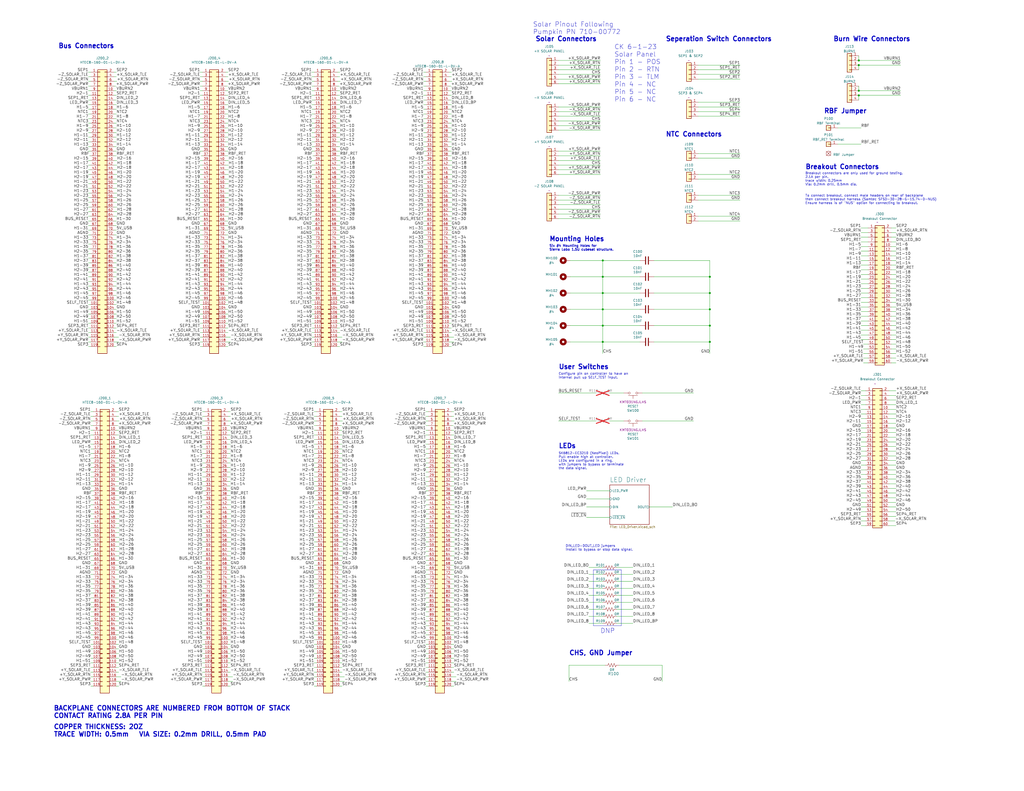
<source format=kicad_sch>
(kicad_sch (version 20230121) (generator eeschema)
  (paper "C")
  (title_block (title "backplane") (date "2023-06-08") (rev "C") (comment 1 "CH, CK") (comment 2 "CH, CK"))
  (junction (at 387.35 186.69) (diameter 0.9144))
  (junction (at 468.63 52.07))
  (junction (at 328.93 160.02) (diameter 0.9144))
  (junction (at 468.63 33.02))
  (junction (at 387.35 160.02) (diameter 0.9144))
  (junction (at 468.63 49.53))
  (junction (at 468.63 35.56))
  (junction (at 328.93 177.8) (diameter 0.9144))
  (junction (at 328.93 168.91) (diameter 0.9144))
  (junction (at 387.35 151.13) (diameter 0.9144))
  (junction (at 328.93 151.13) (diameter 0.9144))
  (junction (at 328.93 186.69) (diameter 0.9144))
  (junction (at 387.35 177.8) (diameter 0.9144))
  (junction (at 328.93 142.24) (diameter 0.9144))
  (junction (at 387.35 168.91) (diameter 0.9144))
  (wire (pts (xy 48.26 166.37) (xy 49.53 166.37)))
  (wire (pts (xy 246.38 260.35) (xy 247.65 260.35)))
  (wire (pts (xy 48.26 168.91) (xy 49.53 168.91)))
  (wire (pts (xy 184.15 143.51) (xy 185.42 143.51)))
  (wire (pts (xy 232.41 273.05) (xy 233.68 273.05)))
  (wire (pts (xy 171.45 364.49) (xy 172.72 364.49)))
  (wire (pts (xy 63.5 245.11) (xy 64.77 245.11)))
  (wire (pts (xy 231.14 138.43) (xy 232.41 138.43)))
  (wire (pts (xy 486.41 137.16) (xy 488.95 137.16)))
  (wire (pts (xy 171.45 283.21) (xy 172.72 283.21)))
  (wire (pts (xy 184.15 49.53) (xy 185.42 49.53)))
  (wire (pts (xy 310.515 363.22) (xy 310.515 372.11)))
  (wire (pts (xy 170.18 44.45) (xy 171.45 44.45)))
  (wire (pts (xy 170.18 146.05) (xy 171.45 146.05)))
  (wire (pts (xy 48.26 52.07) (xy 49.53 52.07)))
  (wire (pts (xy 109.22 64.77) (xy 110.49 64.77)))
  (wire (pts (xy 232.41 242.57) (xy 233.68 242.57)))
  (wire (pts (xy 170.18 128.27) (xy 171.45 128.27)))
  (wire (pts (xy 246.38 300.99) (xy 247.904 300.99)))
  (wire (pts (xy 124.46 344.17) (xy 125.73 344.17)))
  (wire (pts (xy 231.14 173.99) (xy 232.41 173.99)))
  (wire (pts (xy 232.41 341.63) (xy 233.68 341.63)))
  (wire (pts (xy 170.18 110.49) (xy 171.45 110.49)))
  (wire (pts (xy 245.11 95.25) (xy 246.634 95.25)))
  (wire (pts (xy 62.23 90.17) (xy 63.754 90.17)))
  (wire (pts (xy 246.38 273.05) (xy 247.904 273.05)))
  (wire (pts (xy 110.49 306.07) (xy 111.76 306.07)))
  (wire (pts (xy 184.15 189.23) (xy 185.42 189.23)))
  (wire (pts (xy 123.19 41.91) (xy 124.46 41.91)))
  (wire (pts (xy 49.53 288.29) (xy 50.8 288.29)))
  (wire (pts (xy 171.45 267.97) (xy 172.72 267.97)))
  (wire (pts (xy 49.53 285.75) (xy 50.8 285.75)))
  (wire (pts (xy 109.22 62.23) (xy 110.49 62.23)))
  (wire (pts (xy 124.46 336.55) (xy 125.73 336.55)))
  (wire (pts (xy 49.53 265.43) (xy 50.8 265.43)))
  (wire (pts (xy 49.53 308.61) (xy 50.8 308.61)))
  (wire (pts (xy 185.42 374.65) (xy 186.69 374.65)))
  (wire (pts (xy 356.87 160.02) (xy 387.35 160.02)))
  (wire (pts (xy 170.18 133.35) (xy 171.45 133.35)))
  (wire (pts (xy 110.49 285.75) (xy 111.76 285.75)))
  (wire (pts (xy 123.19 186.69) (xy 125.73 186.69)))
  (wire (pts (xy 246.38 227.33) (xy 247.65 227.33)))
  (wire (pts (xy 171.45 361.95) (xy 172.72 361.95)))
  (wire (pts (xy 123.19 148.59) (xy 124.46 148.59)))
  (wire (pts (xy 185.42 255.27) (xy 186.69 255.27)))
  (wire (pts (xy 124.46 224.79) (xy 125.73 224.79)))
  (wire (pts (xy 245.11 168.91) (xy 246.38 168.91)))
  (wire (pts (xy 124.46 313.69) (xy 125.73 313.69)))
  (wire (pts (xy 62.23 72.39) (xy 63.5 72.39)))
  (wire (pts (xy 184.15 123.19) (xy 185.42 123.19)))
  (wire (pts (xy 184.15 77.47) (xy 185.42 77.47)))
  (wire (pts (xy 185.42 265.43) (xy 186.69 265.43)))
  (wire (pts (xy 63.5 240.03) (xy 64.77 240.03)))
  (wire (pts (xy 170.18 120.65) (xy 171.45 120.65)))
  (wire (pts (xy 123.19 115.57) (xy 124.714 115.57)))
  (wire (pts (xy 328.93 186.69) (xy 328.93 193.04)))
  (wire (pts (xy 320.04 276.86) (xy 332.74 276.86)))
  (wire (pts (xy 109.22 171.45) (xy 110.49 171.45)))
  (wire (pts (xy 109.22 173.99) (xy 110.49 173.99)))
  (wire (pts (xy 110.49 293.37) (xy 111.76 293.37)))
  (wire (pts (xy 63.5 311.15) (xy 64.77 311.15)))
  (wire (pts (xy 328.93 160.02) (xy 328.93 168.91)))
  (wire (pts (xy 387.35 151.13) (xy 387.35 160.02)))
  (wire (pts (xy 231.648 85.09) (xy 232.41 85.09)))
  (wire (pts (xy 109.22 80.01) (xy 110.49 80.01)))
  (wire (pts (xy 330.2 363.22) (xy 310.515 363.22)))
  (wire (pts (xy 304.8 106.68) (xy 327.66 106.68)))
  (wire (pts (xy 48.26 118.11) (xy 49.53 118.11)))
  (wire (pts (xy 124.46 247.65) (xy 125.73 247.65)))
  (wire (pts (xy 48.26 146.05) (xy 49.53 146.05)))
  (wire (pts (xy 184.15 41.91) (xy 185.42 41.91)))
  (wire (pts (xy 109.22 125.73) (xy 110.49 125.73)))
  (wire (pts (xy 469.9 228.6) (xy 472.44 228.6)))
  (wire (pts (xy 231.14 179.07) (xy 232.41 179.07)))
  (wire (pts (xy 245.11 59.69) (xy 246.38 59.69)))
  (wire (pts (xy 332.74 272.415) (xy 320.04 272.415)))
  (wire (pts (xy 485.14 259.08) (xy 488.95 259.08)))
  (wire (pts (xy 49.53 290.83) (xy 50.8 290.83)))
  (wire (pts (xy 245.11 44.45) (xy 246.634 44.45)))
  (wire (pts (xy 246.38 321.31) (xy 247.65 321.31)))
  (wire (pts (xy 184.15 120.65) (xy 185.42 120.65)))
  (wire (pts (xy 245.11 184.15) (xy 247.65 184.15)))
  (wire (pts (xy 304.8 71.12) (xy 327.66 71.12)))
  (wire (pts (xy 49.53 326.39) (xy 50.8 326.39)))
  (wire (pts (xy 123.19 176.53) (xy 124.46 176.53)))
  (wire (pts (xy 63.5 323.85) (xy 64.77 323.85)))
  (wire (pts (xy 110.49 344.17) (xy 111.76 344.17)))
  (wire (pts (xy 170.18 138.43) (xy 171.45 138.43)))
  (wire (pts (xy 185.42 250.19) (xy 186.69 250.19)))
  (wire (pts (xy 123.19 74.93) (xy 124.46 74.93)))
  (wire (pts (xy 48.26 128.27) (xy 49.53 128.27)))
  (wire (pts (xy 63.5 356.87) (xy 64.77 356.87)))
  (wire (pts (xy 110.49 356.87) (xy 111.76 356.87)))
  (wire (pts (xy 469.9 274.32) (xy 472.44 274.32)))
  (wire (pts (xy 109.22 90.17) (xy 110.49 90.17)))
  (wire (pts (xy 170.18 184.15) (xy 171.45 184.15)))
  (wire (pts (xy 171.45 275.59) (xy 172.72 275.59)))
  (wire (pts (xy 381 95.25) (xy 403.86 95.25)))
  (wire (pts (xy 185.42 285.75) (xy 186.944 285.75)))
  (wire (pts (xy 245.11 105.41) (xy 246.634 105.41)))
  (wire (pts (xy 349.25 160.02) (xy 328.93 160.02)))
  (wire (pts (xy 124.46 234.95) (xy 125.73 234.95)))
  (wire (pts (xy 171.45 260.35) (xy 172.72 260.35)))
  (wire (pts (xy 185.42 323.85) (xy 186.69 323.85)))
  (wire (pts (xy 110.49 341.63) (xy 111.76 341.63)))
  (wire (pts (xy 109.22 166.37) (xy 110.49 166.37)))
  (wire (pts (xy 123.19 171.45) (xy 124.46 171.45)))
  (wire (pts (xy 184.15 110.49) (xy 185.674 110.49)))
  (wire (pts (xy 49.53 328.93) (xy 50.8 328.93)))
  (wire (pts (xy 123.19 189.23) (xy 124.46 189.23)))
  (wire (pts (xy 185.42 341.63) (xy 186.69 341.63)))
  (wire (pts (xy 48.26 133.35) (xy 49.53 133.35)))
  (wire (pts (xy 246.38 308.61) (xy 247.65 308.61)))
  (wire (pts (xy 62.23 107.95) (xy 63.754 107.95)))
  (wire (pts (xy 486.41 193.04) (xy 488.95 193.04)))
  (wire (pts (xy 109.22 176.53) (xy 110.49 176.53)))
  (wire (pts (xy 246.38 240.03) (xy 247.65 240.03)))
  (wire (pts (xy 50.038 270.51) (xy 50.8 270.51)))
  (wire (pts (xy 469.9 284.48) (xy 472.44 284.48)))
  (wire (pts (xy 170.18 135.89) (xy 171.45 135.89)))
  (wire (pts (xy 304.8 45.72) (xy 327.66 45.72)))
  (wire (pts (xy 109.22 179.07) (xy 110.49 179.07)))
  (wire (pts (xy 62.23 181.61) (xy 63.5 181.61)))
  (wire (pts (xy 231.14 87.63) (xy 232.41 87.63)))
  (wire (pts (xy 184.15 173.99) (xy 185.42 173.99)))
  (wire (pts (xy 304.8 114.3) (xy 327.66 114.3)))
  (wire (pts (xy 171.45 242.57) (xy 172.72 242.57)))
  (wire (pts (xy 109.22 128.27) (xy 110.49 128.27)))
  (wire (pts (xy 124.46 367.03) (xy 125.73 367.03)))
  (wire (pts (xy 110.49 316.23) (xy 111.76 316.23)))
  (wire (pts (xy 381 43.18) (xy 403.86 43.18)))
  (wire (pts (xy 245.11 135.89) (xy 246.38 135.89)))
  (wire (pts (xy 170.688 85.09) (xy 171.45 85.09)))
  (wire (pts (xy 232.41 354.33) (xy 233.68 354.33)))
  (wire (pts (xy 185.42 356.87) (xy 186.69 356.87)))
  (wire (pts (xy 471.17 195.58) (xy 473.71 195.58)))
  (wire (pts (xy 63.5 234.95) (xy 64.77 234.95)))
  (wire (pts (xy 231.14 130.81) (xy 232.41 130.81)))
  (wire (pts (xy 185.42 257.81) (xy 186.69 257.81)))
  (wire (pts (xy 185.42 367.03) (xy 186.69 367.03)))
  (wire (pts (xy 486.41 144.78) (xy 488.95 144.78)))
  (wire (pts (xy 185.42 224.79) (xy 186.69 224.79)))
  (wire (pts (xy 63.5 229.87) (xy 65.024 229.87)))
  (wire (pts (xy 232.41 252.73) (xy 233.68 252.73)))
  (wire (pts (xy 109.22 156.21) (xy 110.49 156.21)))
  (wire (pts (xy 232.41 346.71) (xy 233.68 346.71)))
  (wire (pts (xy 62.23 82.55) (xy 63.5 82.55)))
  (wire (pts (xy 48.26 107.95) (xy 49.53 107.95)))
  (wire (pts (xy 123.19 143.51) (xy 124.46 143.51)))
  (wire (pts (xy 49.53 339.09) (xy 50.8 339.09)))
  (wire (pts (xy 245.11 140.97) (xy 246.38 140.97)))
  (wire (pts (xy 109.22 186.69) (xy 110.49 186.69)))
  (wire (pts (xy 123.19 123.19) (xy 124.46 123.19)))
  (wire (pts (xy 468.63 46.99) (xy 468.63 49.53)))
  (wire (pts (xy 471.17 198.12) (xy 473.71 198.12)))
  (wire (pts (xy 486.41 167.64) (xy 488.95 167.64)))
  (wire (pts (xy 485.14 231.14) (xy 488.95 231.14)))
  (wire (pts (xy 184.15 148.59) (xy 185.42 148.59)))
  (wire (pts (xy 62.23 85.09) (xy 63.5 85.09)))
  (wire (pts (xy 123.19 158.75) (xy 124.46 158.75)))
  (wire (pts (xy 63.5 295.91) (xy 65.024 295.91)))
  (wire (pts (xy 49.53 321.31) (xy 50.8 321.31)))
  (wire (pts (xy 109.22 146.05) (xy 110.49 146.05)))
  (wire (pts (xy 109.22 153.67) (xy 110.49 153.67)))
  (wire (pts (xy 62.23 130.81) (xy 63.5 130.81)))
  (wire (pts (xy 231.14 57.15) (xy 232.41 57.15)))
  (wire (pts (xy 486.41 198.12) (xy 488.95 198.12)))
  (wire (pts (xy 304.8 109.22) (xy 327.66 109.22)))
  (wire (pts (xy 184.15 69.85) (xy 185.42 69.85)))
  (wire (pts (xy 185.42 321.31) (xy 186.69 321.31)))
  (wire (pts (xy 63.5 267.97) (xy 64.77 267.97)))
  (wire (pts (xy 184.15 54.61) (xy 185.42 54.61)))
  (wire (pts (xy 48.26 41.91) (xy 49.53 41.91)))
  (wire (pts (xy 245.11 97.79) (xy 246.634 97.79)))
  (wire (pts (xy 124.46 311.15) (xy 125.73 311.15)))
  (wire (pts (xy 471.17 190.5) (xy 473.71 190.5)))
  (wire (pts (xy 124.46 290.83) (xy 125.984 290.83)))
  (wire (pts (xy 48.26 110.49) (xy 49.53 110.49)))
  (wire (pts (xy 231.14 158.75) (xy 232.41 158.75)))
  (wire (pts (xy 124.46 275.59) (xy 125.984 275.59)))
  (wire (pts (xy 231.14 62.23) (xy 232.41 62.23)))
  (wire (pts (xy 184.15 184.15) (xy 186.69 184.15)))
  (wire (pts (xy 123.19 82.55) (xy 124.46 82.55)))
  (wire (pts (xy 48.26 90.17) (xy 49.53 90.17)))
  (wire (pts (xy 184.15 163.83) (xy 185.42 163.83)))
  (wire (pts (xy 485.14 238.76) (xy 488.95 238.76)))
  (wire (pts (xy 245.11 67.31) (xy 246.38 67.31)))
  (wire (pts (xy 245.11 156.21) (xy 246.38 156.21)))
  (wire (pts (xy 123.19 138.43) (xy 124.46 138.43)))
  (wire (pts (xy 109.22 151.13) (xy 110.49 151.13)))
  (wire (pts (xy 184.15 59.69) (xy 185.42 59.69)))
  (wire (pts (xy 246.38 339.09) (xy 247.65 339.09)))
  (wire (pts (xy 349.25 168.91) (xy 328.93 168.91)))
  (wire (pts (xy 246.38 295.91) (xy 247.904 295.91)))
  (wire (pts (xy 62.23 118.11) (xy 63.754 118.11)))
  (wire (pts (xy 350.52 229.87) (xy 378.46 229.87)))
  (wire (pts (xy 231.14 123.19) (xy 232.41 123.19)))
  (wire (pts (xy 170.18 189.23) (xy 171.45 189.23)))
  (wire (pts (xy 170.18 100.33) (xy 171.45 100.33)))
  (wire (pts (xy 185.42 247.65) (xy 186.69 247.65)))
  (wire (pts (xy 184.15 62.23) (xy 185.42 62.23)))
  (wire (pts (xy 245.11 120.65) (xy 246.38 120.65)))
  (wire (pts (xy 245.11 80.01) (xy 246.38 80.01)))
  (wire (pts (xy 245.11 82.55) (xy 246.38 82.55)))
  (wire (pts (xy 48.26 130.81) (xy 49.53 130.81)))
  (wire (pts (xy 486.41 129.54) (xy 488.95 129.54)))
  (wire (pts (xy 49.53 224.79) (xy 50.8 224.79)))
  (wire (pts (xy 246.38 361.95) (xy 247.65 361.95)))
  (wire (pts (xy 123.19 67.31) (xy 124.46 67.31)))
  (wire (pts (xy 124.46 354.33) (xy 125.73 354.33)))
  (wire (pts (xy 469.9 142.24) (xy 473.71 142.24)))
  (wire (pts (xy 232.41 326.39) (xy 233.68 326.39)))
  (wire (pts (xy 469.9 276.86) (xy 472.44 276.86)))
  (wire (pts (xy 170.18 59.69) (xy 171.45 59.69)))
  (wire (pts (xy 321.31 340.36) (xy 328.93 340.36)))
  (wire (pts (xy 171.45 285.75) (xy 172.72 285.75)))
  (wire (pts (xy 304.8 119.38) (xy 327.66 119.38)))
  (wire (pts (xy 170.18 52.07) (xy 171.45 52.07)))
  (wire (pts (xy 170.18 158.75) (xy 171.45 158.75)))
  (wire (pts (xy 231.14 125.73) (xy 232.41 125.73)))
  (wire (pts (xy 63.5 364.49) (xy 64.77 364.49)))
  (wire (pts (xy 62.23 173.99) (xy 63.5 173.99)))
  (wire (pts (xy 336.55 317.5) (xy 345.44 317.5)))
  (wire (pts (xy 123.19 46.99) (xy 124.206 46.99)))
  (wire (pts (xy 109.22 148.59) (xy 110.49 148.59)))
  (wire (pts (xy 171.45 367.03) (xy 172.72 367.03)))
  (wire (pts (xy 231.14 176.53) (xy 232.41 176.53)))
  (wire (pts (xy 62.23 69.85) (xy 63.5 69.85)))
  (wire (pts (xy 468.63 35.56) (xy 491.49 35.56)))
  (wire (pts (xy 124.46 229.87) (xy 125.984 229.87)))
  (wire (pts (xy 49.53 247.65) (xy 50.8 247.65)))
  (wire (pts (xy 124.46 278.13) (xy 125.984 278.13)))
  (wire (pts (xy 185.42 369.57) (xy 187.96 369.57)))
  (wire (pts (xy 231.14 156.21) (xy 232.41 156.21)))
  (wire (pts (xy 170.18 125.73) (xy 171.45 125.73)))
  (wire (pts (xy 49.53 323.85) (xy 50.8 323.85)))
  (wire (pts (xy 49.53 295.91) (xy 50.8 295.91)))
  (wire (pts (xy 231.14 46.99) (xy 232.41 46.99)))
  (wire (pts (xy 185.42 328.93) (xy 186.69 328.93)))
  (wire (pts (xy 62.23 100.33) (xy 63.754 100.33)))
  (wire (pts (xy 124.46 339.09) (xy 125.73 339.09)))
  (wire (pts (xy 184.15 95.25) (xy 185.674 95.25)))
  (wire (pts (xy 124.46 351.79) (xy 125.73 351.79)))
  (wire (pts (xy 109.22 46.99) (xy 110.49 46.99)))
  (wire (pts (xy 486.41 195.58) (xy 488.95 195.58)))
  (wire (pts (xy 62.23 113.03) (xy 63.754 113.03)))
  (wire (pts (xy 231.14 135.89) (xy 232.41 135.89)))
  (wire (pts (xy 109.22 143.51) (xy 110.49 143.51)))
  (wire (pts (xy 109.22 82.55) (xy 110.49 82.55)))
  (wire (pts (xy 246.38 351.79) (xy 247.65 351.79)))
  (wire (pts (xy 185.42 234.95) (xy 186.69 234.95)))
  (wire (pts (xy 171.45 237.49) (xy 172.72 237.49)))
  (wire (pts (xy 170.18 171.45) (xy 171.45 171.45)))
  (wire (pts (xy 109.22 107.95) (xy 110.49 107.95)))
  (wire (pts (xy 171.45 356.87) (xy 172.72 356.87)))
  (wire (pts (xy 469.9 139.7) (xy 473.71 139.7)))
  (wire (pts (xy 48.26 113.03) (xy 49.53 113.03)))
  (wire (pts (xy 245.11 46.99) (xy 246.126 46.99)))
  (wire (pts (xy 304.8 87.63) (xy 327.66 87.63)))
  (wire (pts (xy 49.53 227.33) (xy 50.8 227.33)))
  (wire (pts (xy 486.41 127) (xy 488.95 127)))
  (wire (pts (xy 185.42 306.07) (xy 186.69 306.07)))
  (wire (pts (xy 124.46 250.19) (xy 125.73 250.19)))
  (wire (pts (xy 63.5 232.41) (xy 64.516 232.41)))
  (wire (pts (xy 185.42 354.33) (xy 186.69 354.33)))
  (wire (pts (xy 110.49 247.65) (xy 111.76 247.65)))
  (wire (pts (xy 62.23 95.25) (xy 63.754 95.25)))
  (wire (pts (xy 110.49 298.45) (xy 111.76 298.45)))
  (wire (pts (xy 231.14 163.83) (xy 232.41 163.83)))
  (wire (pts (xy 63.5 252.73) (xy 64.77 252.73)))
  (wire (pts (xy 170.18 140.97) (xy 171.45 140.97)))
  (wire (pts (xy 171.45 374.65) (xy 172.72 374.65)))
  (wire (pts (xy 171.45 346.71) (xy 172.72 346.71)))
  (wire (pts (xy 486.41 180.34) (xy 488.95 180.34)))
  (wire (pts (xy 304.8 38.1) (xy 327.66 38.1)))
  (wire (pts (xy 231.14 80.01) (xy 232.41 80.01)))
  (wire (pts (xy 185.42 293.37) (xy 186.944 293.37)))
  (wire (pts (xy 123.19 95.25) (xy 124.714 95.25)))
  (wire (pts (xy 123.19 110.49) (xy 124.714 110.49)))
  (wire (pts (xy 171.45 273.05) (xy 172.72 273.05)))
  (wire (pts (xy 123.19 62.23) (xy 124.46 62.23)))
  (wire (pts (xy 185.42 232.41) (xy 186.436 232.41)))
  (wire (pts (xy 110.49 227.33) (xy 111.76 227.33)))
  (wire (pts (xy 304.8 85.09) (xy 327.66 85.09)))
  (wire (pts (xy 171.45 298.45) (xy 172.72 298.45)))
  (wire (pts (xy 246.38 267.97) (xy 247.65 267.97)))
  (wire (pts (xy 123.19 184.15) (xy 125.73 184.15)))
  (wire (pts (xy 231.14 166.37) (xy 232.41 166.37)))
  (wire (pts (xy 124.46 356.87) (xy 125.73 356.87)))
  (wire (pts (xy 349.25 177.8) (xy 328.93 177.8)))
  (wire (pts (xy 232.41 300.99) (xy 233.68 300.99)))
  (wire (pts (xy 171.45 255.27) (xy 172.72 255.27)))
  (wire (pts (xy 62.23 87.63) (xy 63.754 87.63)))
  (wire (pts (xy 185.42 372.11) (xy 187.96 372.11)))
  (wire (pts (xy 123.19 57.15) (xy 124.46 57.15)))
  (wire (pts (xy 184.15 57.15) (xy 185.42 57.15)))
  (wire (pts (xy 170.18 148.59) (xy 171.45 148.59)))
  (wire (pts (xy 232.41 227.33) (xy 233.68 227.33)))
  (wire (pts (xy 185.42 361.95) (xy 186.69 361.95)))
  (wire (pts (xy 48.26 173.99) (xy 49.53 173.99)))
  (wire (pts (xy 109.22 105.41) (xy 110.49 105.41)))
  (wire (pts (xy 185.42 242.57) (xy 186.69 242.57)))
  (wire (pts (xy 185.42 273.05) (xy 186.944 273.05)))
  (wire (pts (xy 124.46 232.41) (xy 125.476 232.41)))
  (wire (pts (xy 231.14 146.05) (xy 232.41 146.05)))
  (wire (pts (xy 63.5 339.09) (xy 64.77 339.09)))
  (wire (pts (xy 124.46 255.27) (xy 125.73 255.27)))
  (wire (pts (xy 171.45 257.81) (xy 172.72 257.81)))
  (wire (pts (xy 469.9 256.54) (xy 472.44 256.54)))
  (wire (pts (xy 63.5 280.67) (xy 65.024 280.67)))
  (wire (pts (xy 486.41 187.96) (xy 488.95 187.96)))
  (wire (pts (xy 110.49 354.33) (xy 111.76 354.33)))
  (wire (pts (xy 110.49 280.67) (xy 111.76 280.67)))
  (wire (pts (xy 123.19 161.29) (xy 124.46 161.29)))
  (wire (pts (xy 171.45 328.93) (xy 172.72 328.93)))
  (wire (pts (xy 232.41 224.79) (xy 233.68 224.79)))
  (wire (pts (xy 245.11 189.23) (xy 246.38 189.23)))
  (wire (pts (xy 469.9 132.08) (xy 473.71 132.08)))
  (wire (pts (xy 49.53 267.97) (xy 50.8 267.97)))
  (wire (pts (xy 185.42 262.89) (xy 186.69 262.89)))
  (wire (pts (xy 63.5 331.47) (xy 64.77 331.47)))
  (wire (pts (xy 170.18 97.79) (xy 171.45 97.79)))
  (wire (pts (xy 246.38 316.23) (xy 247.65 316.23)))
  (wire (pts (xy 124.46 326.39) (xy 125.73 326.39)))
  (wire (pts (xy 349.25 186.69) (xy 328.93 186.69)))
  (wire (pts (xy 469.9 180.34) (xy 473.71 180.34)))
  (wire (pts (xy 171.45 265.43) (xy 172.72 265.43)))
  (wire (pts (xy 110.49 326.39) (xy 111.76 326.39)))
  (wire (pts (xy 485.14 261.62) (xy 488.95 261.62)))
  (wire (pts (xy 184.15 186.69) (xy 186.69 186.69)))
  (wire (pts (xy 63.5 328.93) (xy 64.77 328.93)))
  (wire (pts (xy 109.22 77.47) (xy 110.49 77.47)))
  (wire (pts (xy 184.15 161.29) (xy 185.42 161.29)))
  (wire (pts (xy 486.41 162.56) (xy 488.95 162.56)))
  (wire (pts (xy 63.5 300.99) (xy 65.024 300.99)))
  (wire (pts (xy 123.19 69.85) (xy 124.46 69.85)))
  (wire (pts (xy 485.14 251.46) (xy 488.95 251.46)))
  (wire (pts (xy 246.38 326.39) (xy 247.65 326.39)))
  (wire (pts (xy 232.41 298.45) (xy 233.68 298.45)))
  (wire (pts (xy 124.46 321.31) (xy 125.73 321.31)))
  (wire (pts (xy 245.11 92.71) (xy 246.634 92.71)))
  (wire (pts (xy 48.26 82.55) (xy 49.53 82.55)))
  (wire (pts (xy 184.15 179.07) (xy 185.42 179.07)))
  (wire (pts (xy 62.23 156.21) (xy 63.5 156.21)))
  (wire (pts (xy 63.5 293.37) (xy 65.024 293.37)))
  (wire (pts (xy 63.5 359.41) (xy 64.77 359.41)))
  (wire (pts (xy 231.14 140.97) (xy 232.41 140.97)))
  (wire (pts (xy 62.23 77.47) (xy 63.5 77.47)))
  (wire (pts (xy 381 109.22) (xy 403.86 109.22)))
  (wire (pts (xy 245.11 158.75) (xy 246.38 158.75)))
  (wire (pts (xy 171.45 240.03) (xy 172.72 240.03)))
  (wire (pts (xy 457.2 78.74) (xy 469.9 78.74)))
  (wire (pts (xy 109.22 138.43) (xy 110.49 138.43)))
  (wire (pts (xy 231.14 52.07) (xy 232.41 52.07)))
  (wire (pts (xy 49.53 250.19) (xy 50.8 250.19)))
  (wire (pts (xy 185.42 300.99) (xy 186.944 300.99)))
  (wire (pts (xy 49.53 374.65) (xy 50.8 374.65)))
  (wire (pts (xy 469.9 264.16) (xy 472.44 264.16)))
  (wire (pts (xy 49.53 359.41) (xy 50.8 359.41)))
  (wire (pts (xy 184.15 107.95) (xy 185.674 107.95)))
  (wire (pts (xy 245.11 62.23) (xy 246.38 62.23)))
  (wire (pts (xy 171.45 280.67) (xy 172.72 280.67)))
  (wire (pts (xy 381 35.56) (xy 403.86 35.56)))
  (wire (pts (xy 469.9 144.78) (xy 473.71 144.78)))
  (wire (pts (xy 469.9 231.14) (xy 472.44 231.14)))
  (wire (pts (xy 246.38 346.71) (xy 247.65 346.71)))
  (wire (pts (xy 468.63 49.53) (xy 491.49 49.53)))
  (wire (pts (xy 468.63 30.48) (xy 468.63 33.02)))
  (wire (pts (xy 62.23 59.69) (xy 63.5 59.69)))
  (wire (pts (xy 124.46 280.67) (xy 125.984 280.67)))
  (wire (pts (xy 62.23 133.35) (xy 63.5 133.35)))
  (wire (pts (xy 109.22 67.31) (xy 110.49 67.31)))
  (wire (pts (xy 231.14 49.53) (xy 232.41 49.53)))
  (wire (pts (xy 171.45 306.07) (xy 172.72 306.07)))
  (wire (pts (xy 110.49 361.95) (xy 111.76 361.95)))
  (wire (pts (xy 62.23 186.69) (xy 64.77 186.69)))
  (wire (pts (xy 232.41 308.61) (xy 233.68 308.61)))
  (wire (pts (xy 304.8 116.84) (xy 327.66 116.84)))
  (wire (pts (xy 485.14 241.3) (xy 488.95 241.3)))
  (wire (pts (xy 62.23 123.19) (xy 63.5 123.19)))
  (wire (pts (xy 232.41 334.01) (xy 233.68 334.01)))
  (wire (pts (xy 124.46 298.45) (xy 125.984 298.45)))
  (wire (pts (xy 171.45 334.01) (xy 172.72 334.01)))
  (polyline (pts (xy 1041.4 464.82) (xy 1041.4 452.12)) (stroke (width 0) (type dash)))
  (wire (pts (xy 232.41 328.93) (xy 233.68 328.93)))
  (wire (pts (xy 232.41 240.03) (xy 233.68 240.03)))
  (wire (pts (xy 110.49 275.59) (xy 111.76 275.59)))
  (wire (pts (xy 109.728 85.09) (xy 110.49 85.09)))
  (wire (pts (xy 232.41 351.79) (xy 233.68 351.79)))
  (wire (pts (xy 48.26 158.75) (xy 49.53 158.75)))
  (wire (pts (xy 49.53 242.57) (xy 50.8 242.57)))
  (wire (pts (xy 184.15 146.05) (xy 185.42 146.05)))
  (wire (pts (xy 62.23 64.77) (xy 63.5 64.77)))
  (wire (pts (xy 123.19 87.63) (xy 124.714 87.63)))
  (wire (pts (xy 232.41 232.41) (xy 233.68 232.41)))
  (wire (pts (xy 311.15 160.02) (xy 328.93 160.02)))
  (wire (pts (xy 123.19 64.77) (xy 124.46 64.77)))
  (wire (pts (xy 171.45 311.15) (xy 172.72 311.15)))
  (wire (pts (xy 49.53 344.17) (xy 50.8 344.17)))
  (wire (pts (xy 468.63 52.07) (xy 468.63 54.61)))
  (wire (pts (xy 231.14 74.93) (xy 232.41 74.93)))
  (wire (pts (xy 110.49 245.11) (xy 111.76 245.11)))
  (wire (pts (xy 304.8 92.71) (xy 327.66 92.71)))
  (wire (pts (xy 171.45 316.23) (xy 172.72 316.23)))
  (wire (pts (xy 109.22 92.71) (xy 110.49 92.71)))
  (wire (pts (xy 123.19 54.61) (xy 124.46 54.61)))
  (wire (pts (xy 184.15 153.67) (xy 185.42 153.67)))
  (wire (pts (xy 110.49 321.31) (xy 111.76 321.31)))
  (wire (pts (xy 332.74 214.63) (xy 340.36 214.63)))
  (wire (pts (xy 63.5 336.55) (xy 64.77 336.55)))
  (wire (pts (xy 123.19 166.37) (xy 124.46 166.37)))
  (wire (pts (xy 49.53 306.07) (xy 50.8 306.07)))
  (wire (pts (xy 232.41 361.95) (xy 233.68 361.95)))
  (wire (pts (xy 49.53 313.69) (xy 50.8 313.69)))
  (wire (pts (xy 469.9 261.62) (xy 472.44 261.62)))
  (wire (pts (xy 184.15 135.89) (xy 185.42 135.89)))
  (wire (pts (xy 471.17 193.04) (xy 473.71 193.04)))
  (wire (pts (xy 62.23 189.23) (xy 63.5 189.23)))
  (wire (pts (xy 124.46 262.89) (xy 125.73 262.89)))
  (wire (pts (xy 170.18 179.07) (xy 171.45 179.07)))
  (wire (pts (xy 110.49 339.09) (xy 111.76 339.09)))
  (wire (pts (xy 185.42 283.21) (xy 186.944 283.21)))
  (wire (pts (xy 185.42 326.39) (xy 186.69 326.39)))
  (wire (pts (xy 123.19 125.73) (xy 124.46 125.73)))
  (wire (pts (xy 171.45 295.91) (xy 172.72 295.91)))
  (wire (pts (xy 246.38 278.13) (xy 247.904 278.13)))
  (wire (pts (xy 62.23 105.41) (xy 63.754 105.41)))
  (wire (pts (xy 469.9 162.56) (xy 473.71 162.56)))
  (wire (pts (xy 110.49 237.49) (xy 111.76 237.49)))
  (wire (pts (xy 49.53 336.55) (xy 50.8 336.55)))
  (wire (pts (xy 246.38 349.25) (xy 247.65 349.25)))
  (wire (pts (xy 485.14 220.98) (xy 488.95 220.98)))
  (wire (pts (xy 231.14 102.87) (xy 232.41 102.87)))
  (wire (pts (xy 49.53 367.03) (xy 50.8 367.03)))
  (wire (pts (xy 469.9 233.68) (xy 472.44 233.68)))
  (wire (pts (xy 109.22 102.87) (xy 110.49 102.87)))
  (wire (pts (xy 171.45 288.29) (xy 172.72 288.29)))
  (wire (pts (xy 124.46 300.99) (xy 125.984 300.99)))
  (wire (pts (xy 123.19 179.07) (xy 124.46 179.07)))
  (wire (pts (xy 170.18 153.67) (xy 171.45 153.67)))
  (wire (pts (xy 246.38 359.41) (xy 247.65 359.41)))
  (wire (pts (xy 245.11 49.53) (xy 246.38 49.53)))
  (wire (pts (xy 246.38 354.33) (xy 247.65 354.33)))
  (wire (pts (xy 184.15 100.33) (xy 185.674 100.33)))
  (wire (pts (xy 349.25 151.13) (xy 328.93 151.13)))
  (wire (pts (xy 469.9 134.62) (xy 473.71 134.62)))
  (wire (pts (xy 48.26 176.53) (xy 49.53 176.53)))
  (wire (pts (xy 304.8 60.96) (xy 327.66 60.96)))
  (wire (pts (xy 232.41 306.07) (xy 233.68 306.07)))
  (wire (pts (xy 232.41 311.15) (xy 233.68 311.15)))
  (wire (pts (xy 123.19 120.65) (xy 124.46 120.65)))
  (wire (pts (xy 123.19 153.67) (xy 124.46 153.67)))
  (wire (pts (xy 171.45 229.87) (xy 172.72 229.87)))
  (wire (pts (xy 124.46 270.51) (xy 125.73 270.51)))
  (wire (pts (xy 245.11 69.85) (xy 246.38 69.85)))
  (wire (pts (xy 109.22 41.91) (xy 110.49 41.91)))
  (wire (pts (xy 124.46 359.41) (xy 125.73 359.41)))
  (wire (pts (xy 123.19 133.35) (xy 124.46 133.35)))
  (wire (pts (xy 231.14 105.41) (xy 232.41 105.41)))
  (wire (pts (xy 62.23 163.83) (xy 63.5 163.83)))
  (wire (pts (xy 231.14 184.15) (xy 232.41 184.15)))
  (wire (pts (xy 63.5 288.29) (xy 65.024 288.29)))
  (wire (pts (xy 381 118.11) (xy 403.86 118.11)))
  (wire (pts (xy 246.38 369.57) (xy 248.92 369.57)))
  (wire (pts (xy 471.17 187.96) (xy 473.71 187.96)))
  (wire (pts (xy 124.46 240.03) (xy 125.73 240.03)))
  (wire (pts (xy 62.23 171.45) (xy 63.5 171.45)))
  (wire (pts (xy 231.14 181.61) (xy 232.41 181.61)))
  (wire (pts (xy 171.45 308.61) (xy 172.72 308.61)))
  (wire (pts (xy 231.14 143.51) (xy 232.41 143.51)))
  (wire (pts (xy 232.41 280.67) (xy 233.68 280.67)))
  (wire (pts (xy 124.46 303.53) (xy 125.984 303.53)))
  (wire (pts (xy 171.45 313.69) (xy 172.72 313.69)))
  (wire (pts (xy 184.15 64.77) (xy 185.42 64.77)))
  (wire (pts (xy 48.26 74.93) (xy 49.53 74.93)))
  (wire (pts (xy 304.8 35.56) (xy 327.66 35.56)))
  (wire (pts (xy 354.33 276.86) (xy 367.03 276.86)))
  (wire (pts (xy 49.53 298.45) (xy 50.8 298.45)))
  (wire (pts (xy 48.26 59.69) (xy 49.53 59.69)))
  (wire (pts (xy 232.41 257.81) (xy 233.68 257.81)))
  (wire (pts (xy 109.22 87.63) (xy 110.49 87.63)))
  (wire (pts (xy 387.35 142.24) (xy 387.35 151.13)))
  (wire (pts (xy 231.14 168.91) (xy 232.41 168.91)))
  (wire (pts (xy 185.42 349.25) (xy 186.69 349.25)))
  (wire (pts (xy 246.38 318.77) (xy 247.65 318.77)))
  (wire (pts (xy 246.38 288.29) (xy 247.904 288.29)))
  (wire (pts (xy 49.53 278.13) (xy 50.8 278.13)))
  (wire (pts (xy 170.18 67.31) (xy 171.45 67.31)))
  (wire (pts (xy 246.38 250.19) (xy 247.65 250.19)))
  (wire (pts (xy 246.38 341.63) (xy 247.65 341.63)))
  (wire (pts (xy 184.15 133.35) (xy 185.42 133.35)))
  (wire (pts (xy 469.9 246.38) (xy 472.44 246.38)))
  (wire (pts (xy 62.23 92.71) (xy 63.754 92.71)))
  (wire (pts (xy 110.49 334.01) (xy 111.76 334.01)))
  (wire (pts (xy 381 120.65) (xy 403.86 120.65)))
  (wire (pts (xy 48.26 138.43) (xy 49.53 138.43)))
  (wire (pts (xy 336.55 340.36) (xy 345.44 340.36)))
  (wire (pts (xy 110.49 229.87) (xy 111.76 229.87)))
  (wire (pts (xy 124.46 306.07) (xy 125.73 306.07)))
  (wire (pts (xy 110.49 303.53) (xy 111.76 303.53)))
  (wire (pts (xy 48.26 44.45) (xy 49.53 44.45)))
  (wire (pts (xy 48.26 189.23) (xy 49.53 189.23)))
  (wire (pts (xy 245.11 87.63) (xy 246.634 87.63)))
  (wire (pts (xy 110.49 240.03) (xy 111.76 240.03)))
  (wire (pts (xy 486.41 142.24) (xy 488.95 142.24)))
  (wire (pts (xy 232.41 245.11) (xy 233.68 245.11)))
  (wire (pts (xy 110.49 260.35) (xy 111.76 260.35)))
  (wire (pts (xy 63.5 346.71) (xy 64.77 346.71)))
  (wire (pts (xy 110.49 372.11) (xy 111.76 372.11)))
  (wire (pts (xy 246.38 313.69) (xy 247.65 313.69)))
  (wire (pts (xy 110.49 349.25) (xy 111.76 349.25)))
  (wire (pts (xy 245.11 171.45) (xy 246.38 171.45)))
  (wire (pts (xy 48.26 97.79) (xy 49.53 97.79)))
  (wire (pts (xy 62.23 158.75) (xy 63.5 158.75)))
  (wire (pts (xy 469.9 226.06) (xy 472.44 226.06)))
  (wire (pts (xy 185.42 295.91) (xy 186.944 295.91)))
  (wire (pts (xy 185.42 229.87) (xy 186.944 229.87)))
  (wire (pts (xy 469.9 218.44) (xy 472.44 218.44)))
  (wire (pts (xy 171.45 369.57) (xy 172.72 369.57)))
  (wire (pts (xy 110.49 318.77) (xy 111.76 318.77)))
  (wire (pts (xy 246.38 242.57) (xy 247.65 242.57)))
  (wire (pts (xy 64.77 237.49) (xy 63.5 237.49)))
  (wire (pts (xy 185.42 288.29) (xy 186.944 288.29)))
  (wire (pts (xy 246.38 224.79) (xy 247.65 224.79)))
  (wire (pts (xy 232.41 349.25) (xy 233.68 349.25)))
  (polyline (pts (xy 339.09 341.63) (xy 339.09 311.15)))
  (wire (pts (xy 109.22 140.97) (xy 110.49 140.97)))
  (wire (pts (xy 124.46 334.01) (xy 125.73 334.01)))
  (wire (pts (xy 170.18 186.69) (xy 171.45 186.69)))
  (wire (pts (xy 328.93 177.8) (xy 328.93 186.69)))
  (wire (pts (xy 170.18 113.03) (xy 171.45 113.03)))
  (wire (pts (xy 246.38 356.87) (xy 247.65 356.87)))
  (wire (pts (xy 62.23 179.07) (xy 63.5 179.07)))
  (wire (pts (xy 232.41 356.87) (xy 233.68 356.87)))
  (wire (pts (xy 469.9 182.88) (xy 473.71 182.88)))
  (wire (pts (xy 170.18 87.63) (xy 171.45 87.63)))
  (wire (pts (xy 231.14 110.49) (xy 232.41 110.49)))
  (wire (pts (xy 170.18 64.77) (xy 171.45 64.77)))
  (wire (pts (xy 381 86.36) (xy 403.86 86.36)))
  (wire (pts (xy 469.9 271.78) (xy 472.44 271.78)))
  (wire (pts (xy 63.5 303.53) (xy 65.024 303.53)))
  (wire (pts (xy 123.19 168.91) (xy 124.46 168.91)))
  (wire (pts (xy 469.9 269.24) (xy 472.44 269.24)))
  (wire (pts (xy 171.45 351.79) (xy 172.72 351.79)))
  (wire (pts (xy 48.26 100.33) (xy 49.53 100.33)))
  (wire (pts (xy 246.38 311.15) (xy 247.65 311.15)))
  (wire (pts (xy 185.42 331.47) (xy 186.69 331.47)))
  (wire (pts (xy 62.23 74.93) (xy 63.5 74.93)))
  (wire (pts (xy 304.8 33.02) (xy 327.66 33.02)))
  (wire (pts (xy 336.55 328.93) (xy 345.44 328.93)))
  (wire (pts (xy 246.38 323.85) (xy 247.65 323.85)))
  (wire (pts (xy 184.15 138.43) (xy 185.42 138.43)))
  (wire (pts (xy 245.11 153.67) (xy 246.38 153.67)))
  (wire (pts (xy 123.19 163.83) (xy 124.46 163.83)))
  (wire (pts (xy 124.46 349.25) (xy 125.73 349.25)))
  (wire (pts (xy 123.19 72.39) (xy 124.46 72.39)))
  (wire (pts (xy 62.23 41.91) (xy 63.5 41.91)))
  (wire (pts (xy 48.26 80.01) (xy 49.53 80.01)))
  (wire (pts (xy 245.11 90.17) (xy 246.634 90.17)))
  (wire (pts (xy 232.41 372.11) (xy 233.68 372.11)))
  (wire (pts (xy 49.53 372.11) (xy 50.8 372.11)))
  (wire (pts (xy 231.14 107.95) (xy 232.41 107.95)))
  (wire (pts (xy 49.53 354.33) (xy 50.8 354.33)))
  (wire (pts (xy 184.15 102.87) (xy 185.674 102.87)))
  (wire (pts (xy 49.53 361.95) (xy 50.8 361.95)))
  (wire (pts (xy 381 97.79) (xy 403.86 97.79)))
  (wire (pts (xy 63.5 262.89) (xy 64.77 262.89)))
  (wire (pts (xy 320.04 282.575) (xy 332.74 282.575)))
  (wire (pts (xy 62.23 62.23) (xy 63.5 62.23)))
  (wire (pts (xy 170.18 82.55) (xy 171.45 82.55)))
  (wire (pts (xy 170.18 115.57) (xy 171.45 115.57)))
  (wire (pts (xy 62.23 67.31) (xy 63.5 67.31)))
  (wire (pts (xy 304.8 63.5) (xy 327.66 63.5)))
  (wire (pts (xy 245.11 54.61) (xy 246.38 54.61)))
  (wire (pts (xy 109.22 135.89) (xy 110.49 135.89)))
  (wire (pts (xy 387.35 186.69) (xy 387.35 193.04)))
  (wire (pts (xy 232.41 339.09) (xy 233.68 339.09)))
  (wire (pts (xy 63.5 318.77) (xy 64.77 318.77)))
  (wire (pts (xy 245.11 173.99) (xy 246.38 173.99)))
  (wire (pts (xy 62.23 125.73) (xy 63.5 125.73)))
  (wire (pts (xy 245.11 125.73) (xy 246.38 125.73)))
  (wire (pts (xy 110.49 351.79) (xy 111.76 351.79)))
  (wire (pts (xy 232.41 237.49) (xy 233.68 237.49)))
  (wire (pts (xy 485.14 223.52) (xy 488.95 223.52)))
  (wire (pts (xy 123.19 102.87) (xy 124.714 102.87)))
  (wire (pts (xy 63.5 367.03) (xy 64.77 367.03)))
  (wire (pts (xy 232.41 285.75) (xy 233.68 285.75)))
  (wire (pts (xy 232.41 313.69) (xy 233.68 313.69)))
  (wire (pts (xy 62.23 146.05) (xy 63.5 146.05)))
  (wire (pts (xy 245.11 166.37) (xy 246.38 166.37)))
  (wire (pts (xy 304.8 95.25) (xy 327.66 95.25)))
  (wire (pts (xy 356.87 168.91) (xy 387.35 168.91)))
  (wire (pts (xy 170.18 54.61) (xy 171.45 54.61)))
  (wire (pts (xy 486.41 160.02) (xy 488.95 160.02)))
  (wire (pts (xy 232.41 293.37) (xy 233.68 293.37)))
  (wire (pts (xy 124.46 283.21) (xy 125.984 283.21)))
  (wire (pts (xy 109.22 120.65) (xy 110.49 120.65)))
  (wire (pts (xy 321.31 336.55) (xy 328.93 336.55)))
  (wire (pts (xy 185.42 316.23) (xy 186.69 316.23)))
  (wire (pts (xy 48.26 161.29) (xy 49.53 161.29)))
  (wire (pts (xy 245.11 64.77) (xy 246.38 64.77)))
  (wire (pts (xy 304.8 43.18) (xy 327.66 43.18)))
  (wire (pts (xy 62.23 166.37) (xy 63.5 166.37)))
  (wire (pts (xy 63.5 326.39) (xy 64.77 326.39)))
  (wire (pts (xy 184.15 52.07) (xy 185.42 52.07)))
  (wire (pts (xy 184.15 118.11) (xy 185.674 118.11)))
  (wire (pts (xy 63.5 242.57) (xy 64.77 242.57)))
  (wire (pts (xy 109.22 74.93) (xy 110.49 74.93)))
  (wire (pts (xy 170.18 130.81) (xy 171.45 130.81)))
  (wire (pts (xy 124.46 369.57) (xy 127 369.57)))
  (wire (pts (xy 123.19 39.37) (xy 124.46 39.37)))
  (wire (pts (xy 485.14 246.38) (xy 488.95 246.38)))
  (wire (pts (xy 184.15 168.91) (xy 185.42 168.91)))
  (wire (pts (xy 332.74 229.87) (xy 340.36 229.87)))
  (wire (pts (xy 245.11 133.35) (xy 246.38 133.35)))
  (wire (pts (xy 49.53 300.99) (xy 50.8 300.99)))
  (wire (pts (xy 63.5 250.19) (xy 64.77 250.19)))
  (wire (pts (xy 336.55 313.69) (xy 345.44 313.69)))
  (wire (pts (xy 170.18 92.71) (xy 171.45 92.71)))
  (wire (pts (xy 63.5 351.79) (xy 64.77 351.79)))
  (wire (pts (xy 49.53 262.89) (xy 50.8 262.89)))
  (wire (pts (xy 246.38 252.73) (xy 247.65 252.73)))
  (wire (pts (xy 170.18 39.37) (xy 171.45 39.37)))
  (wire (pts (xy 232.41 323.85) (xy 233.68 323.85)))
  (wire (pts (xy 171.45 372.11) (xy 172.72 372.11)))
  (wire (pts (xy 62.23 80.01) (xy 63.5 80.01)))
  (wire (pts (xy 48.26 153.67) (xy 49.53 153.67)))
  (wire (pts (xy 231.14 64.77) (xy 232.41 64.77)))
  (wire (pts (xy 245.11 100.33) (xy 246.634 100.33)))
  (wire (pts (xy 123.19 100.33) (xy 124.714 100.33)))
  (wire (pts (xy 171.45 234.95) (xy 172.72 234.95)))
  (wire (pts (xy 232.41 369.57) (xy 233.68 369.57)))
  (wire (pts (xy 123.19 85.09) (xy 124.46 85.09)))
  (wire (pts (xy 110.49 234.95) (xy 111.76 234.95)))
  (wire (pts (xy 304.8 111.76) (xy 327.66 111.76)))
  (wire (pts (xy 48.26 87.63) (xy 49.53 87.63)))
  (wire (pts (xy 185.42 334.01) (xy 186.69 334.01)))
  (wire (pts (xy 245.11 52.07) (xy 246.38 52.07)))
  (wire (pts (xy 184.15 80.01) (xy 185.42 80.01)))
  (wire (pts (xy 48.26 186.69) (xy 49.53 186.69)))
  (wire (pts (xy 232.41 229.87) (xy 233.68 229.87)))
  (wire (pts (xy 170.18 151.13) (xy 171.45 151.13)))
  (wire (pts (xy 184.15 87.63) (xy 185.674 87.63)))
  (wire (pts (xy 184.15 82.55) (xy 185.42 82.55)))
  (wire (pts (xy 486.41 185.42) (xy 488.95 185.42)))
  (wire (pts (xy 123.19 146.05) (xy 124.46 146.05)))
  (wire (pts (xy 245.11 176.53) (xy 246.38 176.53)))
  (wire (pts (xy 170.18 74.93) (xy 171.45 74.93)))
  (wire (pts (xy 381 63.5) (xy 403.86 63.5)))
  (wire (pts (xy 469.9 185.42) (xy 473.71 185.42)))
  (wire (pts (xy 246.38 234.95) (xy 247.65 234.95)))
  (wire (pts (xy 232.41 303.53) (xy 233.68 303.53)))
  (wire (pts (xy 245.11 41.91) (xy 246.38 41.91)))
  (wire (pts (xy 63.5 369.57) (xy 66.04 369.57)))
  (wire (pts (xy 469.9 127) (xy 473.71 127)))
  (wire (pts (xy 246.38 265.43) (xy 247.65 265.43)))
  (wire (pts (xy 62.23 135.89) (xy 63.5 135.89)))
  (wire (pts (xy 109.22 52.07) (xy 110.49 52.07)))
  (wire (pts (xy 124.46 374.65) (xy 125.73 374.65)))
  (wire (pts (xy 123.19 113.03) (xy 124.714 113.03)))
  (wire (pts (xy 469.9 152.4) (xy 473.71 152.4)))
  (wire (pts (xy 246.38 293.37) (xy 247.904 293.37)))
  (wire (pts (xy 231.14 113.03) (xy 232.41 113.03)))
  (wire (pts (xy 304.8 229.87) (xy 325.12 229.87)))
  (wire (pts (xy 469.9 287.02) (xy 472.44 287.02)))
  (wire (pts (xy 109.22 163.83) (xy 110.49 163.83)))
  (wire (pts (xy 63.5 265.43) (xy 64.77 265.43)))
  (wire (pts (xy 232.41 260.35) (xy 233.68 260.35)))
  (wire (pts (xy 231.14 171.45) (xy 232.41 171.45)))
  (wire (pts (xy 485.14 284.48) (xy 488.442 284.48)))
  (wire (pts (xy 185.42 290.83) (xy 186.944 290.83)))
  (wire (pts (xy 245.11 118.11) (xy 246.634 118.11)))
  (wire (pts (xy 123.19 135.89) (xy 124.46 135.89)))
  (wire (pts (xy 232.41 262.89) (xy 233.68 262.89)))
  (wire (pts (xy 469.9 241.3) (xy 472.44 241.3)))
  (wire (pts (xy 328.93 151.13) (xy 328.93 142.24)))
  (wire (pts (xy 381 106.68) (xy 403.86 106.68)))
  (wire (pts (xy 485.14 233.68) (xy 488.95 233.68)))
  (wire (pts (xy 469.9 149.86) (xy 473.71 149.86)))
  (wire (pts (xy 63.5 321.31) (xy 64.77 321.31)))
  (wire (pts (xy 49.53 255.27) (xy 50.8 255.27)))
  (wire (pts (xy 185.42 275.59) (xy 186.944 275.59)))
  (wire (pts (xy 232.41 359.41) (xy 233.68 359.41)))
  (wire (pts (xy 485.14 274.32) (xy 488.95 274.32)))
  (wire (pts (xy 63.5 257.81) (xy 64.77 257.81)))
  (wire (pts (xy 63.5 354.33) (xy 64.77 354.33)))
  (wire (pts (xy 170.18 105.41) (xy 171.45 105.41)))
  (wire (pts (xy 185.42 364.49) (xy 186.69 364.49)))
  (wire (pts (xy 184.15 176.53) (xy 185.42 176.53)))
  (wire (pts (xy 63.5 372.11) (xy 66.04 372.11)))
  (wire (pts (xy 321.31 321.31) (xy 328.93 321.31)))
  (wire (pts (xy 124.46 318.77) (xy 125.73 318.77)))
  (wire (pts (xy 170.18 168.91) (xy 171.45 168.91)))
  (wire (pts (xy 62.23 110.49) (xy 63.754 110.49)))
  (wire (pts (xy 246.38 283.21) (xy 247.904 283.21)))
  (wire (pts (xy 232.41 318.77) (xy 233.68 318.77)))
  (wire (pts (xy 232.41 265.43) (xy 233.68 265.43)))
  (wire (pts (xy 185.42 280.67) (xy 186.944 280.67)))
  (wire (pts (xy 110.49 359.41) (xy 111.76 359.41)))
  (wire (pts (xy 109.22 97.79) (xy 110.49 97.79)))
  (wire (pts (xy 246.38 374.65) (xy 247.65 374.65)))
  (wire (pts (xy 48.26 179.07) (xy 49.53 179.07)))
  (wire (pts (xy 231.14 100.33) (xy 232.41 100.33)))
  (wire (pts (xy 184.15 151.13) (xy 185.42 151.13)))
  (wire (pts (xy 246.38 306.07) (xy 247.65 306.07)))
  (wire (pts (xy 185.42 346.71) (xy 186.69 346.71)))
  (wire (pts (xy 170.18 62.23) (xy 171.45 62.23)))
  (wire (pts (xy 109.22 133.35) (xy 110.49 133.35)))
  (wire (pts (xy 110.49 295.91) (xy 111.76 295.91)))
  (wire (pts (xy 185.42 267.97) (xy 186.69 267.97)))
  (wire (pts (xy 245.11 72.39) (xy 246.38 72.39)))
  (wire (pts (xy 246.38 344.17) (xy 247.65 344.17)))
  (wire (pts (xy 48.26 125.73) (xy 49.53 125.73)))
  (wire (pts (xy 485.14 279.4) (xy 488.95 279.4)))
  (wire (pts (xy 49.53 349.25) (xy 50.8 349.25)))
  (wire (pts (xy 123.19 52.07) (xy 124.46 52.07)))
  (wire (pts (xy 124.46 288.29) (xy 125.984 288.29)))
  (wire (pts (xy 486.41 190.5) (xy 488.95 190.5)))
  (wire (pts (xy 246.38 336.55) (xy 247.65 336.55)))
  (wire (pts (xy 123.19 44.45) (xy 124.714 44.45)))
  (wire (pts (xy 485.14 254) (xy 488.95 254)))
  (wire (pts (xy 170.18 57.15) (xy 171.45 57.15)))
  (wire (pts (xy 185.42 237.49) (xy 186.69 237.49)))
  (wire (pts (xy 124.46 267.97) (xy 125.73 267.97)))
  (wire (pts (xy 63.5 349.25) (xy 64.77 349.25)))
  (wire (pts (xy 124.46 260.35) (xy 125.73 260.35)))
  (wire (pts (xy 246.38 232.41) (xy 247.396 232.41)))
  (wire (pts (xy 184.15 92.71) (xy 185.674 92.71)))
  (wire (pts (xy 232.41 336.55) (xy 233.68 336.55)))
  (wire (pts (xy 185.42 303.53) (xy 186.944 303.53)))
  (wire (pts (xy 184.15 67.31) (xy 185.42 67.31)))
  (wire (pts (xy 62.23 120.65) (xy 63.5 120.65)))
  (wire (pts (xy 62.23 161.29) (xy 63.5 161.29)))
  (wire (pts (xy 469.9 165.1) (xy 473.71 165.1)))
  (wire (pts (xy 110.49 308.61) (xy 111.76 308.61)))
  (wire (pts (xy 170.18 166.37) (xy 171.45 166.37)))
  (wire (pts (xy 63.5 298.45) (xy 65.024 298.45)))
  (wire (pts (xy 109.22 44.45) (xy 110.49 44.45)))
  (wire (pts (xy 485.14 248.92) (xy 488.95 248.92)))
  (wire (pts (xy 231.14 95.25) (xy 232.41 95.25)))
  (wire (pts (xy 469.9 172.72) (xy 473.71 172.72)))
  (wire (pts (xy 246.38 331.47) (xy 247.65 331.47)))
  (wire (pts (xy 185.42 336.55) (xy 186.69 336.55)))
  (wire (pts (xy 48.26 143.51) (xy 49.53 143.51)))
  (wire (pts (xy 109.22 95.25) (xy 110.49 95.25)))
  (wire (pts (xy 109.22 49.53) (xy 110.49 49.53)))
  (wire (pts (xy 245.11 143.51) (xy 246.38 143.51)))
  (wire (pts (xy 381 40.64) (xy 403.86 40.64)))
  (wire (pts (xy 62.23 44.45) (xy 63.754 44.45)))
  (wire (pts (xy 110.49 252.73) (xy 111.76 252.73)))
  (wire (pts (xy 337.82 363.22) (xy 361.315 363.22)))
  (wire (pts (xy 486.41 154.94) (xy 488.95 154.94)))
  (wire (pts (xy 63.5 270.51) (xy 64.77 270.51)))
  (wire (pts (xy 110.49 283.21) (xy 111.76 283.21)))
  (wire (pts (xy 110.49 311.15) (xy 111.76 311.15)))
  (polyline (pts (xy 323.85 311.15) (xy 323.85 341.63)))
  (wire (pts (xy 469.9 254) (xy 472.44 254)))
  (wire (pts (xy 232.41 316.23) (xy 233.68 316.23)))
  (wire (pts (xy 63.5 308.61) (xy 64.77 308.61)))
  (wire (pts (xy 62.23 168.91) (xy 63.5 168.91)))
  (wire (pts (xy 63.5 247.65) (xy 64.77 247.65)))
  (wire (pts (xy 356.87 186.69) (xy 387.35 186.69)))
  (wire (pts (xy 110.998 270.51) (xy 111.76 270.51)))
  (wire (pts (xy 62.23 138.43) (xy 63.5 138.43)))
  (wire (pts (xy 62.23 143.51) (xy 63.5 143.51)))
  (wire (pts (xy 245.11 74.93) (xy 246.38 74.93)))
  (wire (pts (xy 123.19 140.97) (xy 124.46 140.97)))
  (wire (pts (xy 246.38 290.83) (xy 247.904 290.83)))
  (wire (pts (xy 63.5 361.95) (xy 64.77 361.95)))
  (wire (pts (xy 349.25 142.24) (xy 328.93 142.24)))
  (wire (pts (xy 321.31 325.12) (xy 328.93 325.12)))
  (wire (pts (xy 171.45 326.39) (xy 172.72 326.39)))
  (wire (pts (xy 170.18 161.29) (xy 171.45 161.29)))
  (wire (pts (xy 109.22 115.57) (xy 110.49 115.57)))
  (wire (pts (xy 170.18 72.39) (xy 171.45 72.39)))
  (wire (pts (xy 231.14 120.65) (xy 232.41 120.65)))
  (wire (pts (xy 124.46 265.43) (xy 125.73 265.43)))
  (wire (pts (xy 123.19 97.79) (xy 124.714 97.79)))
  (wire (pts (xy 109.22 54.61) (xy 110.49 54.61)))
  (wire (pts (xy 109.22 110.49) (xy 110.49 110.49)))
  (wire (pts (xy 231.14 133.35) (xy 232.41 133.35)))
  (wire (pts (xy 245.11 115.57) (xy 246.634 115.57)))
  (wire (pts (xy 232.41 295.91) (xy 233.68 295.91)))
  (wire (pts (xy 486.41 172.72) (xy 488.95 172.72)))
  (wire (pts (xy 185.42 344.17) (xy 186.69 344.17)))
  (wire (pts (xy 246.38 255.27) (xy 247.65 255.27)))
  (wire (pts (xy 469.9 279.4) (xy 472.44 279.4)))
  (wire (pts (xy 63.5 224.79) (xy 64.77 224.79)))
  (wire (pts (xy 170.18 181.61) (xy 171.45 181.61)))
  (wire (pts (xy 231.14 128.27) (xy 232.41 128.27)))
  (wire (pts (xy 171.45 321.31) (xy 172.72 321.31)))
  (wire (pts (xy 184.15 156.21) (xy 185.42 156.21)))
  (wire (pts (xy 185.42 313.69) (xy 186.69 313.69)))
  (wire (pts (xy 48.26 181.61) (xy 49.53 181.61)))
  (wire (pts (xy 170.18 173.99) (xy 171.45 173.99)))
  (wire (pts (xy 232.41 331.47) (xy 233.68 331.47)))
  (wire (pts (xy 49.53 283.21) (xy 50.8 283.21)))
  (wire (pts (xy 49.53 351.79) (xy 50.8 351.79)))
  (wire (pts (xy 231.14 41.91) (xy 232.41 41.91)))
  (wire (pts (xy 245.11 130.81) (xy 246.38 130.81)))
  (wire (pts (xy 109.22 72.39) (xy 110.49 72.39)))
  (wire (pts (xy 63.5 344.17) (xy 64.77 344.17)))
  (wire (pts (xy 171.45 252.73) (xy 172.72 252.73)))
  (wire (pts (xy 62.23 153.67) (xy 63.5 153.67)))
  (wire (pts (xy 185.42 260.35) (xy 186.69 260.35)))
  (wire (pts (xy 123.19 128.27) (xy 124.46 128.27)))
  (wire (pts (xy 245.11 146.05) (xy 246.38 146.05)))
  (wire (pts (xy 110.49 328.93) (xy 111.76 328.93)))
  (wire (pts (xy 171.45 250.19) (xy 172.72 250.19)))
  (wire (pts (xy 48.26 39.37) (xy 49.53 39.37)))
  (wire (pts (xy 184.15 158.75) (xy 185.42 158.75)))
  (wire (pts (xy 171.45 341.63) (xy 172.72 341.63)))
  (wire (pts (xy 48.26 102.87) (xy 49.53 102.87)))
  (wire (pts (xy 49.53 229.87) (xy 50.8 229.87)))
  (wire (pts (xy 231.14 189.23) (xy 232.41 189.23)))
  (wire (pts (xy 245.11 163.83) (xy 246.38 163.83)))
  (wire (pts (xy 123.19 105.41) (xy 124.714 105.41)))
  (wire (pts (xy 184.15 171.45) (xy 185.42 171.45)))
  (wire (pts (xy 321.31 328.93) (xy 328.93 328.93)))
  (wire (pts (xy 49.53 240.03) (xy 50.8 240.03)))
  (wire (pts (xy 328.93 168.91) (xy 311.15 168.91)))
  (wire (pts (xy 232.41 255.27) (xy 233.68 255.27)))
  (wire (pts (xy 485.14 264.16) (xy 488.95 264.16)))
  (wire (pts (xy 48.26 171.45) (xy 49.53 171.45)))
  (wire (pts (xy 246.38 328.93) (xy 247.65 328.93)))
  (wire (pts (xy 48.26 67.31) (xy 49.53 67.31)))
  (wire (pts (xy 110.49 288.29) (xy 111.76 288.29)))
  (wire (pts (xy 185.42 318.77) (xy 186.69 318.77)))
  (wire (pts (xy 469.9 248.92) (xy 472.44 248.92)))
  (wire (pts (xy 49.53 369.57) (xy 50.8 369.57)))
  (wire (pts (xy 110.49 331.47) (xy 111.76 331.47)))
  (wire (pts (xy 485.14 269.24) (xy 488.95 269.24)))
  (wire (pts (xy 184.15 72.39) (xy 185.42 72.39)))
  (wire (pts (xy 109.22 189.23) (xy 110.49 189.23)))
  (wire (pts (xy 245.11 57.15) (xy 246.38 57.15)))
  (wire (pts (xy 469.9 223.52) (xy 472.44 223.52)))
  (wire (pts (xy 232.41 234.95) (xy 233.68 234.95)))
  (wire (pts (xy 231.14 69.85) (xy 232.41 69.85)))
  (wire (pts (xy 170.18 118.11) (xy 171.45 118.11)))
  (wire (pts (xy 48.26 46.99) (xy 49.53 46.99)))
  (wire (pts (xy 49.53 245.11) (xy 50.8 245.11)))
  (wire (pts (xy 110.49 369.57) (xy 111.76 369.57)))
  (wire (pts (xy 321.31 332.74) (xy 328.93 332.74)))
  (wire (pts (xy 110.49 257.81) (xy 111.76 257.81)))
  (wire (pts (xy 110.49 265.43) (xy 111.76 265.43)))
  (wire (pts (xy 110.49 367.03) (xy 111.76 367.03)))
  (wire (pts (xy 185.42 240.03) (xy 186.69 240.03)))
  (wire (pts (xy 170.18 69.85) (xy 171.45 69.85)))
  (wire (pts (xy 109.22 69.85) (xy 110.49 69.85)))
  (wire (pts (xy 170.18 143.51) (xy 171.45 143.51)))
  (wire (pts (xy 123.19 151.13) (xy 124.46 151.13)))
  (wire (pts (xy 468.63 33.02) (xy 491.49 33.02)))
  (wire (pts (xy 356.87 177.8) (xy 387.35 177.8)))
  (wire (pts (xy 63.5 227.33) (xy 64.77 227.33)))
  (wire (pts (xy 49.53 237.49) (xy 50.8 237.49)))
  (wire (pts (xy 109.22 168.91) (xy 110.49 168.91)))
  (wire (pts (xy 63.5 374.65) (xy 64.77 374.65)))
  (wire (pts (xy 231.14 59.69) (xy 232.41 59.69)))
  (wire (pts (xy 48.26 151.13) (xy 49.53 151.13)))
  (wire (pts (xy 171.958 270.51) (xy 172.72 270.51)))
  (wire (pts (xy 469.9 147.32) (xy 473.71 147.32)))
  (wire (pts (xy 63.5 255.27) (xy 64.77 255.27)))
  (wire (pts (xy 48.26 123.19) (xy 49.53 123.19)))
  (wire (pts (xy 231.14 97.79) (xy 232.41 97.79)))
  (wire (pts (xy 109.22 161.29) (xy 110.49 161.29)))
  (wire (pts (xy 63.5 278.13) (xy 65.024 278.13)))
  (wire (pts (xy 469.9 170.18) (xy 473.71 170.18)))
  (wire (pts (xy 245.11 85.09) (xy 246.38 85.09)))
  (wire (pts (xy 311.15 186.69) (xy 328.93 186.69)))
  (wire (pts (xy 124.46 293.37) (xy 125.984 293.37)))
  (wire (pts (xy 171.45 359.41) (xy 172.72 359.41)))
  (wire (pts (xy 245.11 110.49) (xy 246.634 110.49)))
  (wire (pts (xy 49.53 275.59) (xy 50.8 275.59)))
  (wire (pts (xy 171.45 224.79) (xy 172.72 224.79)))
  (wire (pts (xy 246.38 247.65) (xy 247.65 247.65)))
  (wire (pts (xy 49.53 257.81) (xy 50.8 257.81)))
  (wire (pts (xy 485.14 226.06) (xy 488.95 226.06)))
  (wire (pts (xy 49.53 346.71) (xy 50.8 346.71)))
  (wire (pts (xy 469.9 213.36) (xy 472.44 213.36)))
  (wire (pts (xy 486.41 134.62) (xy 488.95 134.62)))
  (wire (pts (xy 185.42 252.73) (xy 186.69 252.73)))
  (wire (pts (xy 110.49 262.89) (xy 111.76 262.89)))
  (wire (pts (xy 170.18 77.47) (xy 171.45 77.47)))
  (wire (pts (xy 110.49 278.13) (xy 111.76 278.13)))
  (wire (pts (xy 185.42 298.45) (xy 186.944 298.45)))
  (wire (pts (xy 232.41 267.97) (xy 233.68 267.97)))
  (wire (pts (xy 62.23 49.53) (xy 63.5 49.53)))
  (wire (pts (xy 304.8 58.42) (xy 327.66 58.42)))
  (wire (pts (xy 231.14 153.67) (xy 232.41 153.67)))
  (wire (pts (xy 48.26 92.71) (xy 49.53 92.71)))
  (wire (pts (xy 109.22 158.75) (xy 110.49 158.75)))
  (wire (pts (xy 469.9 236.22) (xy 472.44 236.22)))
  (wire (pts (xy 124.46 316.23) (xy 125.73 316.23)))
  (wire (pts (xy 62.23 148.59) (xy 63.5 148.59)))
  (wire (pts (xy 304.8 66.04) (xy 327.66 66.04)))
  (wire (pts (xy 232.41 278.13) (xy 233.68 278.13)))
  (wire (pts (xy 123.19 80.01) (xy 124.46 80.01)))
  (wire (pts (xy 48.26 49.53) (xy 49.53 49.53)))
  (wire (pts (xy 63.5 334.01) (xy 64.77 334.01)))
  (wire (pts (xy 110.49 255.27) (xy 111.76 255.27)))
  (wire (pts (xy 469.9 137.16) (xy 473.71 137.16)))
  (wire (pts (xy 171.45 344.17) (xy 172.72 344.17)))
  (wire (pts (xy 184.15 113.03) (xy 185.674 113.03)))
  (wire (pts (xy 124.46 257.81) (xy 125.73 257.81)))
  (wire (pts (xy 469.9 167.64) (xy 473.71 167.64)))
  (wire (pts (xy 49.53 303.53) (xy 50.8 303.53)))
  (wire (pts (xy 328.93 142.24) (xy 311.15 142.24)))
  (wire (pts (xy 469.9 281.94) (xy 472.44 281.94)))
  (wire (pts (xy 469.9 129.54) (xy 473.71 129.54)))
  (wire (pts (xy 124.46 328.93) (xy 125.73 328.93)))
  (wire (pts (xy 231.14 148.59) (xy 232.41 148.59)))
  (wire (pts (xy 170.18 123.19) (xy 171.45 123.19)))
  (wire (pts (xy 63.5 313.69) (xy 64.77 313.69)))
  (wire (pts (xy 232.41 247.65) (xy 233.68 247.65)))
  (wire (pts (xy 49.53 341.63) (xy 50.8 341.63)))
  (wire (pts (xy 110.49 336.55) (xy 111.76 336.55)))
  (wire (pts (xy 171.45 349.25) (xy 172.72 349.25)))
  (wire (pts (xy 486.41 139.7) (xy 488.95 139.7)))
  (wire (pts (xy 485.14 276.86) (xy 488.95 276.86)))
  (wire (pts (xy 231.14 77.47) (xy 232.41 77.47)))
  (wire (pts (xy 48.26 57.15) (xy 49.53 57.15)))
  (wire (pts (xy 124.46 245.11) (xy 125.73 245.11)))
  (wire (pts (xy 231.14 151.13) (xy 232.41 151.13)))
  (wire (pts (xy 63.5 273.05) (xy 65.024 273.05)))
  (wire (pts (xy 62.23 54.61) (xy 63.5 54.61)))
  (wire (pts (xy 170.18 102.87) (xy 171.45 102.87)))
  (wire (pts (xy 62.23 39.37) (xy 63.5 39.37)))
  (wire (pts (xy 171.45 232.41) (xy 172.72 232.41)))
  (wire (pts (xy 171.45 323.85) (xy 172.72 323.85)))
  (wire (pts (xy 171.45 245.11) (xy 172.72 245.11)))
  (wire (pts (xy 381 58.42) (xy 403.86 58.42)))
  (wire (pts (xy 387.35 168.91) (xy 387.35 177.8)))
  (wire (pts (xy 63.5 285.75) (xy 65.024 285.75)))
  (wire (pts (xy 486.41 165.1) (xy 488.95 165.1)))
  (wire (pts (xy 486.41 124.46) (xy 488.95 124.46)))
  (wire (pts (xy 184.15 74.93) (xy 185.42 74.93)))
  (wire (pts (xy 321.31 317.5) (xy 328.93 317.5)))
  (wire (pts (xy 49.53 260.35) (xy 50.8 260.35)))
  (wire (pts (xy 63.5 341.63) (xy 64.77 341.63)))
  (wire (pts (xy 62.23 128.27) (xy 63.5 128.27)))
  (wire (pts (xy 124.46 341.63) (xy 125.73 341.63)))
  (wire (pts (xy 231.14 90.17) (xy 232.41 90.17)))
  (wire (pts (xy 336.55 321.31) (xy 345.44 321.31)))
  (wire (pts (xy 109.22 59.69) (xy 110.49 59.69)))
  (wire (pts (xy 246.38 257.81) (xy 247.65 257.81)))
  (wire (pts (xy 304.8 90.17) (xy 327.66 90.17)))
  (wire (pts (xy 245.11 77.47) (xy 246.38 77.47)))
  (wire (pts (xy 62.23 52.07) (xy 63.5 52.07)))
  (wire (pts (xy 184.15 105.41) (xy 185.674 105.41)))
  (wire (pts (xy 232.41 275.59) (xy 233.68 275.59)))
  (wire (pts (xy 49.53 334.01) (xy 50.8 334.01)))
  (wire (pts (xy 231.14 39.37) (xy 232.41 39.37)))
  (wire (pts (xy 336.55 325.12) (xy 345.44 325.12)))
  (wire (pts (xy 110.49 364.49) (xy 111.76 364.49)))
  (wire (pts (xy 63.5 260.35) (xy 64.77 260.35)))
  (wire (pts (xy 63.5 283.21) (xy 65.024 283.21)))
  (wire (pts (xy 231.14 118.11) (xy 232.41 118.11)))
  (wire (pts (xy 245.11 138.43) (xy 246.38 138.43)))
  (wire (pts (xy 469.9 251.46) (xy 472.44 251.46)))
  (wire (pts (xy 48.26 140.97) (xy 49.53 140.97)))
  (wire (pts (xy 123.19 92.71) (xy 124.714 92.71)))
  (wire (pts (xy 49.53 232.41) (xy 50.8 232.41)))
  (wire (pts (xy 246.38 229.87) (xy 247.904 229.87)))
  (wire (pts (xy 171.45 318.77) (xy 172.72 318.77)))
  (wire (pts (xy 185.42 351.79) (xy 186.69 351.79)))
  (wire (pts (xy 49.53 252.73) (xy 50.8 252.73)))
  (wire (pts (xy 184.15 97.79) (xy 185.674 97.79)))
  (wire (pts (xy 185.42 359.41) (xy 186.69 359.41)))
  (wire (pts (xy 124.46 285.75) (xy 125.984 285.75)))
  (wire (pts (xy 124.46 372.11) (xy 127 372.11)))
  (wire (pts (xy 336.55 336.55) (xy 345.44 336.55)))
  (wire (pts (xy 109.22 57.15) (xy 110.49 57.15)))
  (wire (pts (xy 486.41 149.86) (xy 488.95 149.86)))
  (wire (pts (xy 171.45 303.53) (xy 172.72 303.53)))
  (wire (pts (xy 184.15 90.17) (xy 185.674 90.17)))
  (wire (pts (xy 170.18 49.53) (xy 171.45 49.53)))
  (wire (pts (xy 49.53 316.23) (xy 50.8 316.23)))
  (wire (pts (xy 171.45 336.55) (xy 172.72 336.55)))
  (wire (pts (xy 123.19 49.53) (xy 124.46 49.53)))
  (wire (pts (xy 110.49 346.71) (xy 111.76 346.71)))
  (wire (pts (xy 246.38 275.59) (xy 247.904 275.59)))
  (wire (pts (xy 469.9 157.48) (xy 473.71 157.48)))
  (wire (pts (xy 62.23 115.57) (xy 63.754 115.57)))
  (wire (pts (xy 48.26 77.47) (xy 49.53 77.47)))
  (wire (pts (xy 110.49 273.05) (xy 111.76 273.05)))
  (wire (pts (xy 110.49 250.19) (xy 111.76 250.19)))
  (wire (pts (xy 246.38 364.49) (xy 247.65 364.49)))
  (wire (pts (xy 170.18 80.01) (xy 171.45 80.01)))
  (wire (pts (xy 48.26 64.77) (xy 49.53 64.77)))
  (wire (pts (xy 485.14 213.36) (xy 488.95 213.36)))
  (wire (pts (xy 123.19 130.81) (xy 124.46 130.81)))
  (wire (pts (xy 62.23 176.53) (xy 63.5 176.53)))
  (wire (pts (xy 232.41 364.49) (xy 233.68 364.49)))
  (wire (pts (xy 110.49 313.69) (xy 111.76 313.69)))
  (wire (pts (xy 304.8 214.63) (xy 325.12 214.63)))
  (wire (pts (xy 336.55 332.74) (xy 345.44 332.74)))
  (wire (pts (xy 311.15 151.13) (xy 328.93 151.13)))
  (wire (pts (xy 184.15 44.45) (xy 185.674 44.45)))
  (wire (pts (xy 469.9 124.46) (xy 473.71 124.46)))
  (wire (pts (xy 110.49 374.65) (xy 111.76 374.65)))
  (wire (pts (xy 62.23 57.15) (xy 63.5 57.15)))
  (wire (pts (xy 245.11 181.61) (xy 246.38 181.61)))
  (wire (pts (xy 171.45 293.37) (xy 172.72 293.37)))
  (wire (pts (xy 184.15 85.09) (xy 185.42 85.09)))
  (wire (pts (xy 184.15 166.37) (xy 185.42 166.37)))
  (wire (pts (xy 246.38 262.89) (xy 247.65 262.89)))
  (wire (pts (xy 110.49 224.79) (xy 111.76 224.79)))
  (wire (pts (xy 170.18 95.25) (xy 171.45 95.25)))
  (wire (pts (xy 123.19 77.47) (xy 124.46 77.47)))
  (wire (pts (xy 469.9 215.9) (xy 472.44 215.9)))
  (wire (pts (xy 48.26 62.23) (xy 49.53 62.23)))
  (wire (pts (xy 49.53 318.77) (xy 50.8 318.77)))
  (wire (pts (xy 246.38 298.45) (xy 247.904 298.45)))
  (wire (pts (xy 304.8 82.55) (xy 327.66 82.55)))
  (wire (pts (xy 184.15 46.99) (xy 185.166 46.99)))
  (wire (pts (xy 231.14 82.55) (xy 232.41 82.55)))
  (wire (pts (xy 63.5 290.83) (xy 65.024 290.83)))
  (wire (pts (xy 49.53 234.95) (xy 50.8 234.95)))
  (wire (pts (xy 246.38 372.11) (xy 248.92 372.11)))
  (wire (pts (xy 62.23 140.97) (xy 63.5 140.97)))
  (wire (pts (xy 231.14 92.71) (xy 232.41 92.71)))
  (wire (pts (xy 381 83.82) (xy 403.86 83.82)))
  (wire (pts (xy 124.46 346.71) (xy 125.73 346.71)))
  (wire (pts (xy 48.26 163.83) (xy 49.53 163.83)))
  (wire (pts (xy 245.11 113.03) (xy 246.634 113.03)))
  (wire (pts (xy 170.18 156.21) (xy 171.45 156.21)))
  (wire (pts (xy 171.45 331.47) (xy 172.72 331.47)))
  (wire (pts (xy 245.11 102.87) (xy 246.634 102.87)))
  (wire (pts (xy 184.15 39.37) (xy 185.42 39.37)))
  (wire (pts (xy 110.49 267.97) (xy 111.76 267.97)))
  (wire (pts (xy 49.53 364.49) (xy 50.8 364.49)))
  (wire (pts (xy 321.31 313.69) (xy 328.93 313.69)))
  (wire (pts (xy 110.49 300.99) (xy 111.76 300.99)))
  (wire (pts (xy 171.45 278.13) (xy 172.72 278.13)))
  (wire (pts (xy 49.53 273.05) (xy 50.8 273.05)))
  (wire (pts (xy 48.26 95.25) (xy 49.53 95.25)))
  (wire (pts (xy 486.41 152.4) (xy 488.95 152.4)))
  (wire (pts (xy 62.23 46.99) (xy 63.246 46.99)))
  (wire (pts (xy 171.45 354.33) (xy 172.72 354.33)))
  (wire (pts (xy 49.53 280.67) (xy 50.8 280.67)))
  (wire (pts (xy 485.14 228.6) (xy 488.95 228.6)))
  (wire (pts (xy 123.19 107.95) (xy 124.714 107.95)))
  (wire (pts (xy 48.26 148.59) (xy 49.53 148.59)))
  (wire (pts (xy 48.26 105.41) (xy 49.53 105.41)))
  (wire (pts (xy 123.19 59.69) (xy 124.46 59.69)))
  (wire (pts (xy 485.14 266.7) (xy 488.95 266.7)))
  (wire (pts (xy 109.22 181.61) (xy 110.49 181.61)))
  (wire (pts (xy 485.14 256.54) (xy 488.95 256.54)))
  (wire (pts (xy 171.45 262.89) (xy 172.72 262.89)))
  (wire (pts (xy 321.31 309.88) (xy 328.93 309.88)))
  (wire (pts (xy 48.26 69.85) (xy 49.53 69.85)))
  (wire (pts (xy 109.22 130.81) (xy 110.49 130.81)))
  (wire (pts (xy 387.35 177.8) (xy 387.35 186.69)))
  (wire (pts (xy 232.41 344.17) (xy 233.68 344.17)))
  (wire (pts (xy 246.38 285.75) (xy 247.904 285.75)))
  (wire (pts (xy 485.14 281.94) (xy 488.95 281.94)))
  (wire (pts (xy 184.15 181.61) (xy 185.42 181.61)))
  (wire (pts (xy 246.38 237.49) (xy 247.65 237.49)))
  (wire (pts (xy 48.26 72.39) (xy 49.53 72.39)))
  (wire (pts (xy 356.87 142.24) (xy 387.35 142.24)))
  (wire (pts (xy 469.9 220.98) (xy 472.44 220.98)))
  (wire (pts (xy 469.9 259.08) (xy 472.44 259.08)))
  (wire (pts (xy 185.42 245.11) (xy 186.69 245.11)))
  (wire (pts (xy 486.41 147.32) (xy 488.95 147.32)))
  (wire (pts (xy 48.26 120.65) (xy 49.53 120.65)))
  (wire (pts (xy 486.41 157.48) (xy 488.95 157.48)))
  (wire (pts (xy 49.53 356.87) (xy 50.8 356.87)))
  (wire (pts (xy 124.46 361.95) (xy 125.73 361.95)))
  (wire (pts (xy 245.11 39.37) (xy 246.38 39.37)))
  (wire (pts (xy 48.26 115.57) (xy 49.53 115.57)))
  (wire (pts (xy 350.52 214.63) (xy 378.46 214.63)))
  (wire (pts (xy 486.41 170.18) (xy 488.95 170.18)))
  (wire (pts (xy 246.38 270.51) (xy 247.65 270.51)))
  (wire (pts (xy 109.22 100.33) (xy 110.49 100.33)))
  (wire (pts (xy 49.53 293.37) (xy 50.8 293.37)))
  (wire (pts (xy 232.41 290.83) (xy 233.68 290.83)))
  (wire (pts (xy 185.42 339.09) (xy 186.69 339.09)))
  (wire (pts (xy 328.93 168.91) (xy 328.93 177.8)))
  (wire (pts (xy 486.41 182.88) (xy 488.95 182.88)))
  (wire (pts (xy 245.11 151.13) (xy 246.38 151.13)))
  (wire (pts (xy 485.14 287.02) (xy 488.95 287.02)))
  (wire (pts (xy 184.15 115.57) (xy 185.674 115.57)))
  (wire (pts (xy 109.22 39.37) (xy 110.49 39.37)))
  (wire (pts (xy 63.5 306.07) (xy 64.77 306.07)))
  (wire (pts (xy 63.5 316.23) (xy 64.77 316.23)))
  (wire (pts (xy 486.41 132.08) (xy 488.95 132.08)))
  (polyline (pts (xy 323.85 311.15) (xy 339.09 311.15)))
  (wire (pts (xy 124.46 308.61) (xy 125.73 308.61)))
  (wire (pts (xy 232.41 283.21) (xy 233.68 283.21)))
  (wire (pts (xy 304.8 40.64) (xy 327.66 40.64)))
  (wire (pts (xy 170.18 163.83) (xy 171.45 163.83)))
  (wire (pts (xy 110.49 290.83) (xy 111.76 290.83)))
  (wire (pts (xy 381 60.96) (xy 403.86 60.96)))
  (wire (pts (xy 63.5 275.59) (xy 65.024 275.59)))
  (polyline (pts (xy 323.85 341.63) (xy 339.09 341.63)))
  (wire (pts (xy 245.11 123.19) (xy 246.38 123.19)))
  (wire (pts (xy 486.41 175.26) (xy 488.95 175.26)))
  (wire (pts (xy 62.23 151.13) (xy 63.5 151.13)))
  (wire (pts (xy 124.46 237.49) (xy 125.73 237.49)))
  (wire (pts (xy 170.18 176.53) (xy 171.45 176.53)))
  (wire (pts (xy 124.46 252.73) (xy 125.73 252.73)))
  (wire (pts (xy 123.19 181.61) (xy 124.46 181.61)))
  (wire (pts (xy 124.46 364.49) (xy 125.73 364.49)))
  (wire (pts (xy 171.45 339.09) (xy 172.72 339.09)))
  (wire (pts (xy 231.14 72.39) (xy 232.41 72.39)))
  (wire (pts (xy 328.93 177.8) (xy 311.15 177.8)))
  (wire (pts (xy 469.9 160.02) (xy 473.71 160.02)))
  (wire (pts (xy 109.22 113.03) (xy 110.49 113.03)))
  (wire (pts (xy 110.49 323.85) (xy 111.76 323.85)))
  (wire (pts (xy 469.9 266.7) (xy 472.44 266.7)))
  (wire (pts (xy 124.46 295.91) (xy 125.984 295.91)))
  (wire (pts (xy 123.19 156.21) (xy 124.46 156.21)))
  (wire (pts (xy 123.19 90.17) (xy 124.714 90.17)))
  (wire (pts (xy 62.23 97.79) (xy 63.754 97.79)))
  (wire (pts (xy 231.14 186.69) (xy 232.41 186.69)))
  (wire (pts (xy 171.45 300.99) (xy 172.72 300.99)))
  (wire (pts (xy 246.38 303.53) (xy 247.904 303.53)))
  (wire (pts (xy 485.14 218.44) (xy 488.95 218.44)))
  (wire (pts (xy 232.918 270.51) (xy 233.68 270.51)))
  (wire (pts (xy 185.42 278.13) (xy 186.944 278.13)))
  (wire (pts (xy 185.42 308.61) (xy 186.69 308.61)))
  (wire (pts (xy 109.22 123.19) (xy 110.49 123.19)))
  (wire (pts (xy 123.19 173.99) (xy 124.46 173.99)))
  (wire (pts (xy 245.11 128.27) (xy 246.38 128.27)))
  (wire (pts (xy 246.38 334.01) (xy 247.65 334.01)))
  (wire (pts (xy 110.49 242.57) (xy 111.76 242.57)))
  (wire (pts (xy 231.14 54.61) (xy 232.41 54.61)))
  (wire (pts (xy 468.63 35.56) (xy 468.63 38.1)))
  (wire (pts (xy 109.22 184.15) (xy 110.49 184.15)))
  (wire (pts (xy 231.14 115.57) (xy 232.41 115.57)))
  (wire (pts (xy 170.18 41.91) (xy 171.45 41.91)))
  (wire (pts (xy 124.46 323.85) (xy 125.73 323.85)))
  (wire (pts (xy 232.41 250.19) (xy 233.68 250.19)))
  (wire (pts (xy 332.74 267.97) (xy 320.04 267.97)))
  (wire (pts (xy 170.18 107.95) (xy 171.45 107.95)))
  (wire (pts (xy 246.38 245.11) (xy 247.65 245.11)))
  (wire (pts (xy 485.14 236.22) (xy 488.95 236.22)))
  (wire (pts (xy 246.38 280.67) (xy 247.904 280.67)))
  (wire (pts (xy 170.18 46.99) (xy 171.45 46.99)))
  (wire (pts (xy 48.26 156.21) (xy 49.53 156.21)))
  (wire (pts (xy 48.26 135.89) (xy 49.53 135.89)))
  (wire (pts (xy 246.38 367.03) (xy 247.65 367.03)))
  (wire (pts (xy 381 55.88) (xy 403.86 55.88)))
  (wire (pts (xy 110.49 232.41) (xy 111.76 232.41)))
  (wire (pts (xy 49.53 311.15) (xy 50.8 311.15)))
  (wire (pts (xy 48.26 184.15) (xy 49.53 184.15)))
  (wire (pts (xy 485.14 243.84) (xy 488.95 243.84)))
  (wire (pts (xy 124.46 227.33) (xy 125.73 227.33)))
  (wire (pts (xy 469.9 177.8) (xy 473.71 177.8)))
  (wire (pts (xy 486.41 177.8) (xy 488.95 177.8)))
  (wire (pts (xy 171.45 247.65) (xy 172.72 247.65)))
  (wire (pts (xy 361.315 363.22) (xy 361.315 372.11)))
  (wire (pts (xy 304.8 68.58) (xy 327.66 68.58)))
  (wire (pts (xy 245.11 186.69) (xy 247.65 186.69)))
  (wire (pts (xy 184.15 140.97) (xy 185.42 140.97)))
  (wire (pts (xy 231.14 67.31) (xy 232.41 67.31)))
  (wire (pts (xy 48.26 54.61) (xy 49.53 54.61)))
  (wire (pts (xy 123.19 118.11) (xy 124.714 118.11)))
  (wire (pts (xy 485.14 215.9) (xy 488.95 215.9)))
  (wire (pts (xy 231.14 161.29) (xy 232.41 161.29)))
  (wire (pts (xy 124.46 273.05) (xy 125.984 273.05)))
  (wire (pts (xy 185.42 227.33) (xy 186.69 227.33)))
  (wire (pts (xy 232.41 374.65) (xy 233.68 374.65)))
  (wire (pts (xy 184.15 125.73) (xy 185.42 125.73)))
  (wire (pts (xy 231.14 44.45) (xy 232.41 44.45)))
  (wire (pts (xy 356.87 151.13) (xy 387.35 151.13)))
  (wire (pts (xy 469.9 243.84) (xy 472.44 243.84)))
  (wire (pts (xy 124.46 331.47) (xy 125.73 331.47)))
  (wire (pts (xy 232.41 288.29) (xy 233.68 288.29)))
  (wire (pts (xy 336.55 309.88) (xy 345.44 309.88)))
  (wire (pts (xy 49.53 331.47) (xy 50.8 331.47)))
  (wire (pts (xy 245.11 179.07) (xy 246.38 179.07)))
  (wire (pts (xy 457.2 69.85) (xy 469.9 69.85)))
  (wire (pts (xy 185.42 311.15) (xy 186.69 311.15)))
  (wire (pts (xy 485.14 271.78) (xy 488.95 271.78)))
  (wire (pts (xy 468.63 52.07) (xy 491.49 52.07)))
  (wire (pts (xy 48.768 85.09) (xy 49.53 85.09)))
  (wire (pts (xy 185.42 270.51) (xy 186.69 270.51)))
  (wire (pts (xy 469.9 154.94) (xy 473.71 154.94)))
  (wire (pts (xy 109.22 118.11) (xy 110.49 118.11)))
  (wire (pts (xy 469.9 175.26) (xy 473.71 175.26)))
  (wire (pts (xy 245.11 161.29) (xy 246.38 161.29)))
  (wire (pts (xy 245.11 107.95) (xy 246.634 107.95)))
  (wire (pts (xy 469.9 238.76) (xy 472.44 238.76)))
  (wire (pts (xy 171.45 290.83) (xy 172.72 290.83)))
  (wire (pts (xy 62.23 102.87) (xy 63.754 102.87)))
  (wire (pts (xy 62.23 184.15) (xy 64.77 184.15)))
  (wire (pts (xy 170.18 90.17) (xy 171.45 90.17)))
  (wire (pts (xy 245.11 148.59) (xy 246.38 148.59)))
  (wire (pts (xy 381 38.1) (xy 403.86 38.1)))
  (wire (pts (xy 387.35 160.02) (xy 387.35 168.91)))
  (wire (pts (xy 124.46 242.57) (xy 125.73 242.57)))
  (wire (pts (xy 232.41 367.03) (xy 233.68 367.03)))
  (wire (pts (xy 232.41 321.31) (xy 233.68 321.31)))
  (wire (pts (xy 184.15 130.81) (xy 185.42 130.81)))
  (wire (pts (xy 171.45 227.33) (xy 172.72 227.33)))
  (wire (pts (xy 184.15 128.27) (xy 185.42 128.27)))
  (wire (pts (xy 328.93 151.13) (xy 328.93 160.02)))
  (text "BACKPLANE CONNECTORS ARE NUMBERED FROM BOTTOM OF STACK  \nCONTACT RATING 2.8A PER PIN  \n" (at 29.21 392.43 0) (effects (font (size 2.54 2.54) (thickness 0.508) bold) (justify left bottom)))
  (text "DIN_LED-DOUT_LED jumpers\ninstall to bypass or stop data signal." (at 308.61 300.99 0) (effects (font (size 1.27 1.27)) (justify left bottom)))
  (text "Solar Pinout Following \nPumpkin PN 710-00772" (at 290.83 19.05 0) (effects (font (size 2.54 2.54)) (justify left bottom)))
  (text "Burn Wire Connectors" (at 454.66 22.86 0) (effects (font (size 2.54 2.54) (thickness 0.508) bold) (justify left bottom)))
  (text "Solar Connectors" (at 292.1 22.86 0) (effects (font (size 2.54 2.54) (thickness 0.508) bold) (justify left bottom)))
  (text "Seperation Switch Connectors" (at 363.22 22.86 0) (effects (font (size 2.54 2.54) (thickness 0.508) bold) (justify left bottom)))
  (text "Six #4 Mounting Holes for\nSierra Lobo 1.5U cubesat structure." (at 299.72 137.16 0) (effects (font (size 1.27 1.27) (thickness 0.254) bold) (justify left bottom)))
  (text "Bus Connectors" (at 31.75 26.67 0) (effects (font (size 2.54 2.54) (thickness 0.508) bold) (justify left bottom)))
  (text "LEDs" (at 304.8 245.11 0) (effects (font (size 2.54 2.54) (thickness 0.508) bold) (justify left bottom)))
  (text "Breakout Connectors" (at 439.42 92.71 0) (effects (font (size 2.54 2.54) (thickness 0.508) bold) (justify left bottom)))
  (text "COPPER THICKNESS: 2OZ \nTRACE WIDTH: 0.5mm   VIA SIZE: 0.2mm DRILL, 0.5mm PAD\n" (at 29.21 402.59 0) (effects (font (size 2.54 2.54) (thickness 0.508) bold) (justify left bottom)))
  (text "Breakout connectors are only used for ground testing.\n2.1A per pin. \ntrace width: 0.25mm \nVia: 0.2mm drill, 0.5mm dia." (at 439.42 101.6 0) (effects (font (size 1.27 1.27)) (justify left bottom)))
  (text "NTC Connectors" (at 363.22 74.93 0) (effects (font (size 2.54 2.54) (thickness 0.508) bold) (justify left bottom)))
  (text "Configure pin on controller to have an\ninternal pull up SELF_TEST input." (at 304.8 207.01 0) (effects (font (size 1.27 1.27)) (justify left bottom)))
  (text "CHS, GND Jumper" (at 310.515 358.14 0) (effects (font (size 2.54 2.54) (thickness 0.508) bold) (justify left bottom)))
  (text "RBF Jumper" (at 449.58 62.23 0) (effects (font (size 2.54 2.54) (thickness 0.508) bold) (justify left bottom)))
  (text "SK6812-EC3210 (NeoPixel) LEDs.\nPull enable high at controller.\nLEDs are configured in a ring, \nwith jumpers to bypass or terminate\nthe data signal." (at 304.8 256.54 0) (effects (font (size 1.27 1.27)) (justify left bottom)))
  (text "DNP" (at 327.66 346.075 0) (effects (font (size 2.54 2.54)) (justify left bottom)))
  (text "CK 6-1-23\nSolar Panel \nPin 1 - POS\nPin 2 - RTN\nPin 3 - TLM\nPin 4 - NC\nPin 5 - NC\nPin 6 - NC" (at 335.28 55.88 0) (effects (font (size 2.54 2.54)) (justify left bottom)))
  (text "User Switches" (at 304.8 201.93 0) (effects (font (size 2.54 2.54) (thickness 0.508) bold) (justify left bottom)))
  (text "To connect breakout, connect male headers on rear of backplane\nthen connect breakout harness (Samtec SFSD-30-28-G-15.74-D-NUS)\nEnsure harness is of \"NUS\" option for connecting to breakout." (at 439.42 111.76 0) (effects (font (size 1.27 1.27)) (justify left bottom)))
  (text "Mounting Holes" (at 299.72 132.08 0) (effects (font (size 2.54 2.54) (thickness 0.508) bold) (justify left bottom)))
  (label "+Y_SOLAR_TLE" (at 327.66 87.63 180) (effects (font (size 1.524 1.524))))
  (label "H1-33" (at 110.49 316.23 180) (effects (font (size 1.524 1.524))))
  (label "H1-8" (at 488.95 137.16 0) (effects (font (size 1.524 1.524))))
  (label "H2-40" (at 64.77 334.01 0) (effects (font (size 1.524 1.524))))
  (label "NTC3" (at 171.45 252.73 180) (effects (font (size 1.524 1.524))))
  (label "-Z_SOLAR_TLE" (at 170.18 41.91 180) (effects (font (size 1.524 1.524))))
  (label "-X_SOLAR_PWR" (at 186.69 186.69 0) (effects (font (size 1.524 1.524))))
  (label "+X_SOLAR_TLE" (at 125.73 227.33 0) (effects (font (size 1.524 1.524))))
  (label "H2-17" (at 171.45 278.13 180) (effects (font (size 1.524 1.524))))
  (label "-X_SOLAR_RTN" (at 186.69 184.15 0) (effects (font (size 1.524 1.524))))
  (label "H1-28" (at 125.984 300.99 0) (effects (font (size 1.524 1.524))))
  (label "SEP3" (at 170.18 189.23 180) (effects (font (size 1.524 1.524))))
  (label "H2-1" (at 110.49 237.49 180) (effects (font (size 1.524 1.524))))
  (label "SEP3" (at 49.53 374.65 180) (effects (font (size 1.524 1.524))))
  (label "H2-10" (at 246.38 72.39 0) (effects (font (size 1.524 1.524))))
  (label "H2-26" (at 65.024 298.45 0) (effects (font (size 1.524 1.524))))
  (label "H1-39" (at 110.49 331.47 180) (effects (font (size 1.524 1.524))))
  (label "H2-41" (at 171.45 339.09 180) (effects (font (size 1.524 1.524))))
  (label "H1-35" (at 469.9 172.72 180) (effects (font (size 1.524 1.524))))
  (label "H1-11" (at 48.26 74.93 180) (effects (font (size 1.524 1.524))))
  (label "H2-25" (at 110.49 298.45 180) (effects (font (size 1.524 1.524))))
  (label "AGND" (at 469.9 256.54 180) (effects (font (size 1.524 1.524))))
  (label "H1-17" (at 110.49 275.59 180) (effects (font (size 1.524 1.524))))
  (label "VBURN2" (at 247.65 234.95 0) (effects (font (size 1.524 1.524))))
  (label "-X_SOLAR_RTN" (at 488.442 284.48 0) (effects (font (size 1.524 1.524))))
  (label "H1-38" (at 246.38 140.97 0) (effects (font (size 1.524 1.524))))
  (label "+Y_SOLAR_TLE" (at 49.53 367.03 180) (effects (font (size 1.524 1.524))))
  (label "GND" (at 124.46 168.91 0) (effects (font (size 1.524 1.524))))
  (label "H2-1" (at 171.45 237.49 180) (effects (font (size 1.524 1.524))))
  (label "H2-41" (at 49.53 339.09 180) (effects (font (size 1.524 1.524))))
  (label "H2-27" (at 49.53 303.53 180) (effects (font (size 1.524 1.524))))
  (label "H2-24" (at 488.95 246.38 0) (effects (font (size 1.524 1.524))))
  (label "H1-11" (at 232.41 260.35 180) (effects (font (size 1.524 1.524))))
  (label "5V_USB" (at 247.65 311.15 0) (effects (font (size 1.524 1.524))))
  (label "H1-22" (at 63.754 100.33 0) (effects (font (size 1.524 1.524))))
  (label "H1-36" (at 63.5 135.89 0) (effects (font (size 1.524 1.524))))
  (label "H2-33" (at 49.53 318.77 180) (effects (font (size 1.524 1.524))))
  (label "GND" (at 186.69 267.97 0) (effects (font (size 1.524 1.524))))
  (label "H1-25" (at 232.41 295.91 180) (effects (font (size 1.524 1.524))))
  (label "H1-33" (at 469.9 170.18 180) (effects (font (size 1.524 1.524))))
  (label "H1-44" (at 247.65 341.63 0) (effects (font (size 1.524 1.524))))
  (label "H2-37" (at 170.18 143.51 180) (effects (font (size 1.524 1.524))))
  (label "H1-6" (at 124.46 59.69 0) (effects (font (size 1.524 1.524))))
  (label "H1-26" (at 124.714 110.49 0) (effects (font (size 1.524 1.524))))
  (label "H1-24" (at 247.904 290.83 0) (effects (font (size 1.524 1.524))))
  (label "-Z_SOLAR_TLE" (at 232.41 227.33 180) (effects (font (size 1.524 1.524))))
  (label "H1-19" (at 110.49 280.67 180) (effects (font (size 1.524 1.524))))
  (label "GND" (at 109.22 82.55 180) (effects (font (size 1.524 1.524))))
  (label "VBURN1" (at 231.14 49.53 180) (effects (font (size 1.524 1.524))))
  (label "H1-24" (at 63.754 105.41 0) (effects (font (size 1.524 1.524))))
  (label "GND" (at 48.26 123.19 180) (effects (font (size 1.524 1.524))))
  (label "H1-30" (at 64.77 306.07 0) (effects (font (size 1.524 1.524))))
  (label "H1-20" (at 186.944 280.67 0) (effects (font (size 1.524 1.524))))
  (label "H2-36" (at 64.77 323.85 0) (effects (font (size 1.524 1.524))))
  (label "H2-28" (at 124.714 118.11 0) (effects (font (size 1.524 1.524))))
  (label "H1-44" (at 124.46 156.21 0) (effects (font (size 1.524 1.524))))
  (label "SEP2_RET" (at 488.95 218.44 0) (effects (font (size 1.524 1.524))))
  (label "-X_SOLAR_RTN" (at 127 369.57 0) (effects (font (size 1.524 1.524))))
  (label "H1-17" (at 469.9 149.86 180) (effects (font (size 1.524 1.524))))
  (label "H2-18" (at 65.024 278.13 0) (effects (font (size 1.524 1.524))))
  (label "-Z_SOLAR_TLE" (at 327.66 111.76 180) (effects (font (size 1.524 1.524))))
  (label "H2-44" (at 63.5 158.75 0) (effects (font (size 1.524 1.524))))
  (label "DIN_LED_5" (at 186.69 240.03 0) (effects (font (size 1.524 1.524))))
  (label "H2-40" (at 124.46 148.59 0) (effects (font (size 1.524 1.524))))
  (label "GND" (at 232.41 308.61 180) (effects (font (size 1.524 1.524))))
  (label "H1-41" (at 109.22 151.13 180) (effects (font (size 1.524 1.524))))
  (label "H2-40" (at 125.73 334.01 0) (effects (font (size 1.524 1.524))))
  (label "H2-9" (at 48.26 72.39 180) (effects (font (size 1.524 1.524))))
  (label "GND" (at 246.38 168.91 0) (effects (font (size 1.524 1.524))))
  (label "+X_SOLAR_PWR" (at 64.516 232.41 0) (effects (font (size 1.524 1.524))))
  (label "NTC3" (at 49.53 252.73 180) (effects (font (size 1.524 1.524))))
  (label "-Z_SOLAR_RTN" (at 171.45 229.87 180) (effects (font (size 1.524 1.524))))
  (label "H1-42" (at 124.46 151.13 0) (effects (font (size 1.524 1.524))))
  (label "H1-42" (at 125.73 336.55 0) (effects (font (size 1.524 1.524))))
  (label "RBF" (at 170.688 85.09 180) (effects (font (size 1.524 1.524))))
  (label "H1-48" (at 125.73 351.79 0) (effects (font (size 1.524 1.524))))
  (label "SELF_TEST" (at 49.53 351.79 180) (effects (font (size 1.524 1.524))))
  (label "NTC4" (at 64.77 252.73 0) (effects (font (size 1.524 1.524))))
  (label "GND" (at 469.9 233.68 180) (effects (font (size 1.524 1.524))))
  (label "H2-36" (at 125.73 323.85 0) (effects (font (size 1.524 1.524))))
  (label "H1-8" (at 247.65 250.19 0) (effects (font (size 1.524 1.524))))
  (label "H2-34" (at 186.69 318.77 0) (effects (font (size 1.524 1.524))))
  (label "H1-44" (at 64.77 341.63 0) (effects (font (size 1.524 1.524))))
  (label "DIN_LED_4" (at 345.44 321.31 0) (effects (font (size 1.524 1.524))))
  (label "H1-31" (at 232.41 311.15 180) (effects (font (size 1.524 1.524))))
  (label "NTC1" (at 403.86 83.82 180) (effects (font (size 1.524 1.524))))
  (label "VBURN2" (at 186.69 234.95 0) (effects (font (size 1.524 1.524))))
  (label "H1-41" (at 110.49 336.55 180) (effects (font (size 1.524 1.524))))
  (label "H2-40" (at 186.69 334.01 0) (effects (font (size 1.524 1.524))))
  (label "H1-35" (at 170.18 135.89 180) (effects (font (size 1.524 1.524))))
  (label "H1-22" (at 186.944 285.75 0) (effects (font (size 1.524 1.524))))
  (label "-X_SOLAR_PWR" (at 247.65 186.69 0) (effects (font (size 1.524 1.524))))
  (label "H1-13" (at 49.53 265.43 180) (effects (font (size 1.524 1.524))))
  (label "GND" (at 64.77 308.61 0) (effects (font (size 1.524 1.524))))
  (label "-X_SOLAR_TLE" (at 185.42 181.61 0) (effects (font (size 1.524 1.524))))
  (label "H1-25" (at 469.9 160.02 180) (effects (font (size 1.524 1.524))))
  (label "H2-49" (at 48.26 173.99 180) (effects (font (size 1.524 1.524))))
  (label "SEP2_RET" (at 246.38 52.07 0) (effects (font (size 1.524 1.524))))
  (label "H1-25" (at 109.22 110.49 180) (effects (font (size 1.524 1.524))))
  (label "-X_SOLAR_RTN" (at 187.96 369.57 0) (effects (font (size 1.524 1.524))))
  (label "NTC3" (at 110.49 252.73 180) (effects (font (size 1.524 1.524))))
  (label "-Z_SOLAR_PWR" (at 49.53 232.41 180) (effects (font (size 1.524 1.524))))
  (label "H2-16" (at 185.674 87.63 0) (effects (font (size 1.524 1.524))))
  (label "DIN_LED_2" (at 345.44 313.69 0) (effects (font (size 1.524 1.524))))
  (label "H1-24" (at 124.714 105.41 0) (effects (font (size 1.524 1.524))))
  (label "H1-12" (at 186.69 260.35 0) (effects (font (size 1.524 1.524))))
  (label "+Y_SOLAR_TLE" (at 231.14 181.61 180) (effects (font (size 1.524 1.524))))
  (label "SEP1_RET" (at 231.14 54.61 180) (effects (font (size 1.524 1.524))))
  (label "H1-12" (at 64.77 260.35 0) (effects (font (size 1.524 1.524))))
  (label "H2-19" (at 110.49 283.21 180) (effects (font (size 1.524 1.524))))
  (label "H1-39" (at 48.26 146.05 180) (effects (font (size 1.524 1.524))))
  (label "H1-19" (at 171.45 280.67 180) (effects (font (size 1.524 1.524))))
  (label "H1-46" (at 488.95 185.42 0) (effects (font (size 1.524 1.524))))
  (label "H1-41" (at 49.53 336.55 180) (effects (font (size 1.524 1.524))))
  (label "+X_SOLAR_TLE" (at 124.46 41.91 0) (effects (font (size 1.524 1.524))))
  (label "H1-28" (at 186.944 300.99 0) (effects (font (size 1.524 1.524))))
  (label "H1-26" (at 247.904 295.91 0) (effects (font (size 1.524 1.524))))
  (label "H1-36" (at 64.77 321.31 0) (effects (font (size 1.524 1.524))))
  (label "H2-27" (at 232.41 303.53 180) (effects (font (size 1.524 1.524))))
  (label "H2-34" (at 246.38 133.35 0) (effects (font (size 1.524 1.524))))
  (label "H2-15" (at 49.53 273.05 180) (effects (font (size 1.524 1.524))))
  (label "H1-50" (at 64.77 356.87 0) (effects (font (size 1.524 1.524))))
  (label "-Z_SOLAR_RTN" (at 110.49 229.87 180) (effects (font (size 1.524 1.524))))
  (label "H1-7" (at 170.18 64.77 180) (effects (font (size 1.524 1.524))))
  (label "+Y_SOLAR_TLE" (at 232.41 367.03 180) (effects (font (size 1.524 1.524))))
  (label "H1-5" (at 171.45 245.11 180) (effects (font (size 1.524 1.524))))
  (label "H2-38" (at 125.73 328.93 0) (effects (font (size 1.524 1.524))))
  (label "H1-31" (at 231.14 125.73 180) (effects (font (size 1.524 1.524))))
  (label "-Z_SOLAR_TLE" (at 171.45 227.33 180) (effects (font (size 1.524 1.524))))
  (label "H1-50" (at 488.95 190.5 0) (effects (font (size 1.524 1.524))))
  (label "H2-21" (at 469.9 243.84 180) (effects (font (size 1.524 1.524))))
  (label "NTC4" (at 63.5 67.31 0) (effects (font (size 1.524 1.524))))
  (label "LED_PWR" (at 49.53 242.57 180) (effects (font (size 1.524 1.524))))
  (label "+X_SOLAR_TLE" (at 185.42 41.91 0) (effects (font (size 1.524 1.524))))
  (label "H2-26" (at 63.754 113.03 0) (effects (font (size 1.524 1.524))))
  (label "H1-6" (at 63.5 59.69 0) (effects (font (size 1.524 1.524))))
  (label "5V_USB" (at 186.69 311.15 0) (effects (font (size 1.524 1.524))))
  (label "H1-18" (at 246.634 90.17 0) (effects (font (size 1.524 1.524))))
  (label "H1-26" (at 488.95 160.02 0) (effects (font (size 1.524 1.524))))
  (label "H1-9" (at 469.9 139.7 180) (effects (font (size 1.524 1.524))))
  (label "VBURN1" (at 232.41 234.95 180) (effects (font (size 1.524 1.524))))
  (label "H1-46" (at 124.46 161.29 0) (effects (font (size 1.524 1.524))))
  (label "SEP1" (at 171.45 224.79 180) (effects (font (size 1.524 1.524))))
  (label "-Z_SOLAR_TLE" (at 48.26 41.91 180) (effects (font (size 1.524 1.524))))
  (label "H1-21" (at 110.49 285.75 180) (effects (font (size 1.524 1.524))))
  (label "H1-51" (at 231.14 176.53 180) (effects (font (size 1.524 1.524))))
  (label "H1-37" (at 48.26 140.97 180) (effects (font (size 1.524 1.524))))
  (label "RBF" (at 50.038 270.51 180) (effects (font (size 1.524 1.524))))
  (label "H1-43" (at 110.49 341.63 180) (effects (font (size 1.524 1.524))))
  (label "NTC1" (at 110.49 247.65 180) (effects (font (size 1.524 1.524))))
  (label "VBURN2" (at 488.95 129.54 0) (effects (font (size 1.524 1.524))))
  (label "H1-13" (at 110.49 265.43 180) (effects (font (size 1.524 1.524))))
  (label "SEP3_RET" (at 232.41 364.49 180) (effects (font (size 1.524 1.524))))
  (label "H1-41" (at 171.45 336.55 180) (effects (font (size 1.524 1.524))))
  (label "H1-13" (at 231.14 80.01 180) (effects (font (size 1.524 1.524))))
  (label "H1-35" (at 48.26 135.89 180) (effects (font (size 1.524 1.524))))
  (label "NTC1" (at 49.53 247.65 180) (effects (font (size 1.524 1.524))))
  (label "H2-44" (at 125.73 344.17 0) (effects (font (size 1.524 1.524))))
  (label "H1-49" (at 48.26 171.45 180) (effects (font (size 1.524 1.524))))
  (label "H1-52" (at 185.42 176.53 0) (effects (font (size 1.524 1.524))))
  (label "H2-9" (at 231.14 72.39 180) (effects (font (size 1.524 1.524))))
  (label "SELF_TEST" (at 232.41 351.79 180) (effects (font (size 1.524 1.524))))
  (label "GND" (at 64.77 354.33 0) (effects (font (size 1.524 1.524))))
  (label "H2-45" (at 109.22 163.83 180) (effects (font (size 1.524 1.524))))
  (label "H1-52" (at 125.73 361.95 0) (effects (font (size 1.524 1.524))))
  (label "H1-49" (at 49.53 356.87 180) (effects (font (size 1.524 1.524))))
  (label "DIN_LED_BP" (at 345.44 340.36 0) (effects (font (size 1.524 1.524))))
  (label "H1-7" (at 49.53 250.19 180) (effects (font (size 1.524 1.524))))
  (label "H1-23" (at 232.41 290.83 180) (effects (font (size 1.524 1.524))))
  (label "H1-28" (at 488.95 162.56 0) (effects (font (size 1.524 1.524))))
  (label "NTC4" (at 125.73 252.73 0) (effects (font (size 1.524 1.524))))
  (label "DIN_LED_8" (at 247.65 242.57 0) (effects (font (size 1.524 1.524))))
  (label "H1-39" (at 171.45 331.47 180) (effects (font (size 1.524 1.524))))
  (label "NTC2" (at 488.95 223.52 0) (effects (font (size 1.524 1.524))))
  (label "H2-10" (at 125.73 257.81 0) (effects (font (size 1.524 1.524))))
  (label "H2-43" (at 48.26 158.75 180) (effects (font (size 1.524 1.524))))
  (label "H1-14" (at 246.38 80.01 0) (effects (font (size 1.524 1.524))))
  (label "RBF_RET" (at 246.38 85.09 0) (effects (font (size 1.524 1.524))))
  (label "H2-9" (at 170.18 72.39 180) (effects (font (size 1.524 1.524))))
  (label "VBURN1" (at 170.18 49.53 180) (effects (font (size 1.524 1.524))))
  (label "H1-17" (at 109.22 90.17 180) (effects (font (size 1.524 1.524))))
  (label "H2-27" (at 171.45 303.53 180) (effects (font (size 1.524 1.524))))
  (label "H1-50" (at 185.42 171.45 0) (effects (font (size 1.524 1.524))))
  (label "H1-43" (at 170.18 156.21 180) (effects (font (size 1.524 1.524))))
  (label "H2-21" (at 49.53 288.29 180) (effects (font (size 1.524 1.524))))
  (label "H1-49" (at 110.49 356.87 180) (effects (font (size 1.524 1.524))))
  (label "H2-28" (at 185.674 118.11 0) (effects (font (size 1.524 1.524))))
  (label "H2-39" (at 170.18 148.59 180) (effects (font (size 1.524 1.524))))
  (label "H1-20" (at 488.95 152.4 0) (effects (font (size 1.524 1.524))))
  (label "SEP4_RET" (at 64.77 364.49 0) (effects (font (size 1.524 1.524))))
  (label "H2-33" (at 170.18 133.35 180) (effects (font (size 1.524 1.524))))
  (label "H1-48" (at 246.38 166.37 0) (effects (font (size 1.524 1.524))))
  (label "H2-1" (at 170.18 52.07 180) (effects (font (size 1.524 1.524))))
  (label "H1-19" (at 469.9 152.4 180) (effects (font (size 1.524 1.524))))
  (label "DIN_LED_3" (at 321.31 321.31 180) (effects (font (size 1.524 1.524))))
  (label "H2-21" (at 232.41 288.29 180) (effects (font (size 1.524 1.524))))
  (label "H2-25" (at 232.41 298.45 180) (effects (font (size 1.524 1.524))))
  (label "GND" (at 63.5 128.27 0) (effects (font (size 1.524 1.524))))
  (label "-X_SOLAR_RTN" (at 66.04 369.57 0) (effects (font (size 1.524 1.524))))
  (label "NTC2" (at 125.73 247.65 0) (effects (font (size 1.524 1.524))))
  (label "H2-37" (at 231.14 143.51 180) (effects (font (size 1.524 1.524))))
  (label "H1-48" (at 124.46 166.37 0) (effects (font (size 1.524 1.524))))
  (label "H2-27" (at 469.9 251.46 180) (effects (font (size 1.524 1.524))))
  (label "GND" (at 469.9 254 180) (effects (font (size 1.524 1.524))))
  (label "H1-30" (at 124.46 120.65 0) (effects (font (size 1.524 1.524))))
  (label "H1-37" (at 232.41 326.39 180) (effects (font (size 1.524 1.524))))
  (label "H1-36" (at 488.95 172.72 0) (effects (font (size 1.524 1.524))))
  (label "+X_SOLAR_PWR" (at 186.436 232.41 0) (effects (font (size 1.524 1.524))))
  (label "GND" (at 403.86 120.65 180) (effects (font (size 1.524 1.524))))
  (label "H2-16" (at 488.95 236.22 0) (effects (font (size 1.524 1.524))))
  (label "H1-7" (at 110.49 250.19 180) (effects (font (size 1.524 1.524))))
  (label "H2-12" (at 246.38 77.47 0) (effects (font (size 1.524 1.524))))
  (label "H2-15" (at 109.22 87.63 180) (effects (font (size 1.524 1.524))))
  (label "-X_SOLAR_TLE" (at 63.5 181.61 0) (effects (font (size 1.524 1.524))))
  (label "H2-22" (at 125.984 288.29 0) (effects (font (size 1.524 1.524))))
  (label "H1-13" (at 170.18 80.01 180) (effects (font (size 1.524 1.524))))
  (label "DIN_LED_BP" (at 246.38 57.15 0) (effects (font (size 1.524 1.524))))
  (label "H1-45" (at 49.53 346.71 180) (effects (font (size 1.524 1.524))))
  (label "SEP4_RET" (at 185.42 179.07 0) (effects (font (size 1.524 1.524))))
  (label "H1-34" (at 63.5 130.81 0) (effects (font (size 1.524 1.524))))
  (label "SEP4" (at 247.65 374.65 0) (effects (font (size 1.524 1.524))))
  (label "5V_USB" (at 488.95 167.64 0) (effects (font (size 1.524 1.524))))
  (label "H2-42" (at 247.65 339.09 0) (effects (font (size 1.524 1.524))))
  (label "+X_SOLAR_TLE" (at 246.38 41.91 0) (effects (font (size 1.524 1.524))))
  (label "DIN_LED_6" (at 185.42 54.61 0) (effects (font (size 1.524 1.524))))
  (label "~{LED_EN}" (at 320.04 282.575 180) (effects (font (size 1.524 1.524))))
  (label "-Z_SOLAR_TLE" (at 110.49 227.33 180) (effects (font (size 1.524 1.524))))
  (label "H1-9" (at 232.41 255.27 180) (effects (font (size 1.524 1.524))))
  (label "NTC4" (at 185.42 67.31 0) (effects (font (size 1.524 1.524))))
  (label "AGND" (at 49.53 313.69 180) (effects (font (size 1.524 1.524))))
  (label "SEP3_RET" (at 109.22 179.07 180) (effects (font (size 1.524 1.524))))
  (label "DIN_LED_3" (at 63.5 57.15 0) (effects (font (size 1.524 1.524))))
  (label "H2-39" (at 232.41 334.01 180) (effects (font (size 1.524 1.524))))
  (label "5V_USB" (at 246.38 125.73 0) (effects (font (size 1.524 1.524))))
  (label "H1-52" (at 488.95 193.04 0) (effects (font (size 1.524 1.524))))
  (label "GND" (at 320.04 272.415 180) (effects (font (size 1.524 1.524))))
  (label "H2-20" (at 186.944 283.21 0) (effects (font (size 1.524 1.524))))
  (label "SEP4_RET" (at 247.65 364.49 0) (effects (font (size 1.524 1.524))))
  (label "SEP4_RET" (at 246.38 179.07 0) (effects (font (size 1.524 1.524))))
  (label "H1-26" (at 63.754 110.49 0) (effects (font (size 1.524 1.524))))
  (label "H2-21" (at 170.18 102.87 180) (effects (font (size 1.524 1.524))))
  (label "BUS_RESET" (at 232.41 306.07 180) (effects (font (size 1.524 1.524))))
  (label "H2-17" (at 170.18 92.71 180) (effects (font (size 1.524 1.524))))
  (label "H2-16" (at 124.714 87.63 0) (effects (font (size 1.524 1.524))))
  (label "H1-46" (at 186.69 346.71 0) (effects (font (size 1.524 1.524))))
  (label "GND" (at 488.95 254 0) (effects (font (size 1.524 1.524))))
  (label "H1-46" (at 247.65 346.71 0) (effects (font (size 1.524 1.524))))
  (label "SEP2" (at 125.73 224.79 0) (effects (font (size 1.524 1.524))))
  (label "DIN_LED_BP" (at 320.04 276.86 180) (effects (font (size 1.524 1.524))))
  (label "H2-28" (at 247.904 303.53 0) (effects (font (size 1.524 1.524))))
  (label "SEP2_RET" (at 247.65 237.49 0) (effects (font (size 1.524 1.524))))
  (label "H2-23" (at 171.45 293.37 180) (effects (font (size 1.524 1.524))))
  (label "H1-36" (at 124.46 135.89 0) (effects (font (size 1.524 1.524))))
  (label "CHS" (at 327.66 114.3 180) (effects (font (size 1.524 1.524))))
  (label "H1-18" (at 488.95 149.86 0) (effects (font (size 1.524 1.524))))
  (label "SEP1" (at 403.86 35.56 180) (effects (font (size 1.524 1.524))))
  (label "H1-14" (at 63.5 80.01 0) (effects (font (size 1.524 1.524))))
  (label "H2-24" (at 246.634 107.95 0) (effects (font (size 1.524 1.524))))
  (label "+X_SOLAR_RTN" (at 488.95 127 0) (effects (font (size 1.524 1.524))))
  (label "H1-14" (at 488.95 144.78 0) (effects (font (size 1.524 1.524))))
  (label "H2-46" (at 63.5 163.83 0) (effects (font (size 1.524 1.524))))
  (label "NTC4" (at 403.86 118.11 180) (effects (font (size 1.524 1.524))))
  (label "-X_SOLAR_TLE" (at 124.46 181.61 0) (effects (font (size 1.524 1.524))))
  (label "H2-10" (at 124.46 72.39 0) (effects (font (size 1.524 1.524))))
  (label "GND" (at 170.18 82.55 180) (effects (font (size 1.524 1.524))))
  (label "H1-44" (at 488.95 182.88 0) (effects (font (size 1.524 1.524))))
  (label "SEP2_RET" (at 63.5 52.07 0) (effects (font (size 1.524 1.524))))
  (label "H1-21" (at 170.18 100.33 180) (effects (font (size 1.524 1.524))))
  (label "H2-49" (at 232.41 359.41 180) (effects (font (size 1.524 1.524))))
  (label "H1-38" (at 488.95 175.26 0) (effects (font (size 1.524 1.524))))
  (label "H1-9" (at 231.14 69.85 180) (effects (font (size 1.524 1.524))))
  (label "H2-38" (at 185.42 143.51 0) (effects (font (size 1.524 1.524))))
  (label "SEP2_RET" (at 186.69 237.49 0) (effects (font (size 1.524 1.524))))
  (label "H1-40" (at 488.95 177.8 0) (effects (font (size 1.524 1.524))))
  (label "GND" (at 171.45 354.33 180) (effects (font (size 1.524 1.524))))
  (label "H1-49" (at 231.14 171.45 180) (effects (font (size 1.524 1.524))))
  (label "H2-10" (at 488.95 228.6 0) (effects (font (size 1.524 1.524))))
  (label "H2-28" (at 125.984 303.53 0) (effects (font (size 1.524 1.524))))
  (label "SEP2_RET" (at 124.46 52.07 0) (effects (font (size 1.524 1.524))))
  (label "H1-42" (at 488.95 180.34 0) (effects (font (size 1.524 1.524))))
  (label "H1-36" (at 125.73 321.31 0) (effects (font (size 1.524 1.524))))
  (label "H2-34" (at 64.77 318.77 0) (effects (font (size 1.524 1.524))))
  (label "H2-23" (at 49.53 293.37 180) (effects (font (size 1.524 1.524))))
  (label "H1-30" (at 125.73 306.07 0) (effects (font (size 1.524 1.524))))
  (label "NTC3" (at 109.22 67.31 180) (effects (font (size 1.524 1.524))))
  (label "H1-35" (at 109.22 135.89 180) (effects (font (size 1.524 1.524))))
  (label "SEP3_RET" (at 469.9 281.94 180) (effects (font (size 1.524 1.524))))
  (label "H1-11" (at 49.53 260.35 180) (effects (font (size 1.524 1.524))))
  (label "+X_SOLAR_PWR" (at 488.95 215.9 0) (effects (font (size 1.524 1.524))))
  (label "H1-52" (at 124.46 176.53 0) (effects (font (size 1.524 1.524))))
  (label "-Z_SOLAR_PWR" (at 110.49 232.41 180) (effects (font (size 1.524 1.524))))
  (label "H1-9" (at 48.26 69.85 180) (effects (font (size 1.524 1.524))))
  (label "H1-14" (at 125.73 265.43 0) (effects (font (size 1.524 1.524))))
  (label "GND" (at 125.73 354.33 0) (effects (font (size 1.524 1.524))))
  (label "H2-15" (at 171.45 273.05 180) (effects (font (size 1.524 1.524))))
  (label "H1-31" (at 170.18 125.73 180) (effects (font (size 1.524 1.524))))
  (label "SEP2" (at 64.77 224.79 0) (effects (font (size 1.524 1.524))))
  (label "H1-6" (at 125.73 245.11 0) (effects (font (size 1.524 1.524))))
  (label "H1-51" (at 471.17 193.04 180) (effects (font (size 1.524 1.524))))
  (label "H1-26" (at 185.674 110.49 0) (effects (font (size 1.524 1.524))))
  (label "H1-30" (at 186.69 306.07 0) (effects (font (size 1.524 1.524))))
  (label "H1-44" (at 246.38 156.21 0) (effects (font (size 1.524 1.524))))
  (label "H2-28" (at 186.944 303.53 0) (effects (font (size 1.524 1.524))))
  (label "SEP3" (at 110.49 374.65 180) (effects (font (size 1.524 1.524))))
  (label "H1-18" (at 247.904 275.59 0) (effects (font (size 1.524 1.524))))
  (label "H1-27" (at 232.41 300.99 180) (effects (font (size 1.524 1.524))))
  (label "H1-19" (at 48.26 95.25 180) (effects (font (size 1.524 1.524))))
  (label "NTC3" (at 232.41 252.73 180) (effects (font (size 1.524 1.524))))
  (label "+Y_SOLAR_RTN" (at 48.26 184.15 180) (effects (font (size 1.524 1.524))))
  (label "H2-45" (at 170.18 163.83 180) (effects (font (size 1.524 1.524))))
  (label "H2-10" (at 64.77 257.81 0) (effects (font (size 1.524 1.524))))
  (label "H1-40" (at 63.5 146.05 0) (effects (font (size 1.524 1.524))))
  (label "GND" (at 110.49 267.97 180) (effects (font (size 1.524 1.524))))
  (label "RBF_RET" (at 63.5 85.09 0) (effects (font (size 1.524 1.524))))
  (label "H1-52" (at 246.38 176.53 0) (effects (font (size 1.524 1.524))))
  (label "-Z_SOLAR_PWR" (at 469.9 215.9 180) (effects (font (size 1.524 1.524))))
  (label "-Z_SOLAR_TLE" (at 109.22 41.91 180) (effects (font (size 1.524 1.524))))
  (label "-X_SOLAR_TLE" (at 247.65 367.03 0) (effects (font (size 1.524 1.524))))
  (label "-X_SOLAR_TLE" (at 125.73 367.03 0) (effects (font (size 1.524 1.524))))
  (label "H2-18" (at 63.754 92.71 0) (effects (font (size 1.524 1.524))))
  (label "+Y_SOLAR_RTN" (at 109.22 184.15 180) (effects (font (size 1.524 1.524))))
  (label "H2-35" (at 49.53 323.85 180) (effects (font (size 1.524 1.524))))
  (label "NTC4" (at 246.38 67.31 0) (effects (font (size 1.524 1.524))))
  (label "H1-20" (at 65.024 280.67 0) (effects (font (size 1.524 1.524))))
  (label "DIN_LED_BO" (at 321.31 309.88 180) (effects (font (size 1.524 1.524))))
  (label "-X_SOLAR_TLE" (at 488.95 195.58 0) (effects (font (size 1.524 1.524))))
  (label "+Y_SOLAR_RTN" (at 110.49 369.57 180) (effects (font (size 1.524 1.524))))
  (label "SELF_TEST" (at 231.14 166.37 180) (effects (font (size 1.524 1.524))))
  (label "DIN_LED_3" (at 345.44 317.5 0) (effects (font (size 1.524 1.524))))
  (label "GND" (at 185.42 82.55 0) (effects (font (size 1.524 1.524))))
  (label "H1-17" (at 232.41 275.59 180) (effects (font (size 1.524 1.524))))
  (label "H1-13" (at 48.26 80.01 180) (effects (font (size 1.524 1.524))))
  (label "H2-36" (at 186.69 323.85 0) (effects (font (size 1.524 1.524))))
  (label "H1-18" (at 125.984 275.59 0) (effects (font (size 1.524 1.524))))
  (label "H1-42" (at 246.38 151.13 0) (effects (font (size 1.524 1.524))))
  (label "H1-43" (at 231.14 156.21 180) (effects (font (size 1.524 1.524))))
  (label "H1-34" (at 488.95 170.18 0) (effects (font (size 1.524 1.524))))
  (label "H1-44" (at 125.73 341.63 0) (effects (font (size 1.524 1.524))))
  (label "LED_PWR" (at 170.18 57.15 180) (effects (font (size 1.524 1.524))))
  (label "H1-52" (at 63.5 176.53 0) (effects (font (size 1.524 1.524))))
  (label "VBURN2" (at 64.77 234.95 0) (effects (font (size 1.524 1.524))))
  (label "H2-18" (at 246.634 92.71 0) (effects (font (size 1.524 1.524))))
  (label "H2-15" (at 170.18 87.63 180) (effects (font (size 1.524 1.524))))
  (label "H2-12" (at 124.46 77.47 0) (effects (font (size 1.524 1.524))))
  (label "BUS_RESET" (at 170.18 120.65 180) (effects (font (size 1.524 1.524))))
  (label "H1-35" (at 171.45 321.31 180) (effects (font (size 1.524 1.524))))
  (label "LED_PWR" (at 469.9 220.98 180) (effects (font (size 1.524 1.524))))
  (label "GND" (at 403.86 109.22 180) (effects (font (size 1.524 1.524))))
  (label "H1-22" (at 124.714 100.33 0) (effects (font (size 1.524 1.524))))
  (label "5V_USB" (at 63.5 125.73 0) (effects (font (size 1.524 1.524))))
  (label "H2-39" (at 231.14 148.59 180) (effects (font (size 1.524 1.524))))
  (label "H1-10" (at 124.46 69.85 0) (effects (font (size 1.524 1.524))))
  (label "H2-20" (at 185.674 97.79 0) (effects (font (size 1.524 1.524))))
  (label "CHS" (at 310.515 372.11 0) (effects (font (size 1.524 1.524))))
  (label "H1-11" (at 171.45 260.35 180) (effects (font (size 1.524 1.524))))
  (label "GND" (at 387.35 193.04 180) (effects (font (size 1.524 1.524))))
  (label "GND" (at 232.41 354.33 180) (effects (font (size 1.524 1.524))))
  (label "H1-5" (at 48.26 59.69 180) (effects (font (size 1.524 1.524))))
  (label "H1-12" (at 124.46 74.93 0) (effects (font (size 1.524 1.524))))
  (label "H2-35" (at 109.22 138.43 180) (effects (font (size 1.524 1.524))))
  (label "NTC4" (at 186.69 252.73 0) (effects (font (size 1.524 1.524))))
  (label "H2-46" (at 185.42 163.83 0) (effects (font (size 1.524 1.524))))
  (label "SEP2" (at 185.42 39.37 0) (effects (font (size 1.524 1.524))))
  (label "H1-23" (at 171.45 290.83 180) (effects (font (size 1.524 1.524))))
  (label "H1-23" (at 170.18 105.41 180) (effects (font (size 1.524 1.524))))
  (label "-X_SOLAR_TLE" (at 186.69 367.03 0) (effects (font (size 1.524 1.524))))
  (label "H2-39" (at 109.22 148.59 180) (effects (font (size 1.524 1.524))))
  (label "H2-41" (at 232.41 339.09 180) (effects (font (size 1.524 1.524))))
  (label "H1-34" (at 247.65 316.23 0) (effects (font (size 1.524 1.524))))
  (label "H2-37" (at 232.41 328.93 180) (effects (font (size 1.524 1.524))))
  (label "H1-49" (at 171.45 356.87 180) (effects (font (size 1.524 1.524))))
  (label "H1-43" (at 109.22 156.21 180) (effects (font (size 1.524 1.524))))
  (label "H2-9" (at 232.41 257.81 180) (effects (font (size 1.524 1.524))))
  (label "H1-41" (at 48.26 151.13 180) (effects (font (size 1.524 1.524))))
  (label "H2-41" (at 170.18 153.67 180) (effects (font (size 1.524 1.524))))
  (label "H1-33" (at 171.45 316.23 180) (effects (font (size 1.524 1.524))))
  (label "NTC1" (at 469.9 223.52 180) (effects (font (size 1.524 1.524))))
  (label "H2-24" (at 186.944 293.37 0) (effects (font (size 1.524 1.524))))
  (label "H1-23" (at 469.9 157.48 180) (effects (font (size 1.524 1.524))))
  (label "H2-28" (at 63.754 118.11 0) (effects (font (size 1.524 1.524))))
  (label "RBF_RET" (at 125.73 270.51 0) (effects (font (size 1.524 1.524))))
  (label "H2-21" (at 110.49 288.29 180) (effects (font (size 1.524 1.524))))
  (label "LED_PWR" (at 232.41 242.57 180) (effects (font (size 1.524 1.524))))
  (label "H2-34" (at 124.46 133.35 0) (effects (font (size 1.524 1.524))))
  (label "H1-12" (at 185.42 74.93 0) (effects (font (size 1.524 1.524))))
  (label "H1-41" (at 469.9 180.34 180) (effects (font (size 1.524 1.524))))
  (label "RBF" (at 48.768 85.09 180) (effects (font (size 1.524 1.524))))
  (label "GND" (at 170.18 168.91 180) (effects (font (size 1.524 1.524))))
  (label "DIN_LED_8" (at 321.31 340.36 180) (effects (font (size 1.524 1.524))))
  (label "H1-36" (at 246.38 135.89 0) (effects (font (size 1.524 1.524))))
  (label "H2-12" (at 488.95 231.14 0) (effects (font (size 1.524 1.524))))
  (label "+X_SOLAR_TLE" (at 488.95 213.36 0) (effects (font (size 1.524 1.524))))
  (label "CHS" (at 327.66 40.64 180) (effects (font (size 1.524 1.524))))
  (label "NTC2" (at 124.46 62.23 0) (effects (font (size 1.524 1.524))))
  (label "H2-11" (at 109.22 77.47 180) (effects (font (size 1.524 1.524))))
  (label "VBURN1" (at 469.9 129.54 180) (effects (font (size 1.524 1.524))))
  (label "GND" (at 185.42 168.91 0) (effects (font (size 1.524 1.524))))
  (label "H2-43" (at 109.22 158.75 180) (effects (font (size 1.524 1.524))))
  (label "GND" (at 109.22 123.19 180) (effects (font (size 1.524 1.524))))
  (label "GND" (at 231.14 168.91 180) (effects (font (size 1.524 1.524))))
  (label "VBURN1" (at 171.45 234.95 180) (effects (font (size 1.524 1.524))))
  (label "H1-20" (at 124.714 95.25 0) (effects (font (size 1.524 1.524))))
  (label "H2-35" (at 48.26 138.43 180) (effects (font (size 1.524 1.524))))
  (label "H2-35" (at 170.18 138.43 180) (effects (font (size 1.524 1.524))))
  (label "-Z_SOLAR_RTN" (at 170.18 44.45 180) (effects (font (size 1.524 1.524))))
  (label "H2-49" (at 49.53 359.41 180) (effects (font (size 1.524 1.524))))
  (label "H1-21" (at 49.53 285.75 180) (effects (font (size 1.524 1.524))))
  (label "-Z_SOLAR_PWR" (at 48.26 46.99 180) (effects (font (size 1.524 1.524))))
  (label "H2-33" (at 109.22 133.35 180) (effects (font (size 1.524 1.524))))
  (label "SEP4_RET" (at 125.73 364.49 0) (effects (font (size 1.524 1.524))))
  (label "H1-39" (at 232.41 331.47 180) (effects (font (size 1.524 1.524))))
  (label "CHS" (at 327.66 90.17 180) (effects (font (size 1.524 1.524))))
  (label "SEP2" (at 247.65 224.79 0) (effects (font (size 1.524 1.524))))
  (label "H1-40" (at 185.42 146.05 0) (effects (font (size 1.524 1.524))))
  (label "SEP2_RET" (at 403.86 43.18 180) (effects (font (size 1.524 1.524))))
  (label "+X_SOLAR_RTN" (at 186.944 229.87 0) (effects (font (size 1.524 1.524))))
  (label "RBF_RET" (at 488.95 147.32 0) (effects (font (size 1.524 1.524))))
  (label "H2-23" (at 110.49 293.37 180) (effects (font (size 1.524 1.524))))
  (label "H1-8" (at 185.42 64.77 0) (effects (font (size 1.524 1.524))))
  (label "-Z_SOLAR_PWR" (at 231.14 46.99 180) (effects (font (size 1.524 1.524))))
  (label "AGND" (at 48.26 128.27 180) (effects (font (size 1.524 1.524))))
  (label "H1-20" (at 63.754 95.25 0) (effects (font (size 1.524 1.524))))
  (label "SEP3" (at 232.41 374.65 180) (effects (font (size 1.524 1.524))))
  (label "H1-37" (at 231.14 140.97 180) (effects (font (size 1.524 1.524))))
  (label "+Y_SOLAR_PWR" (at 327.66 92.71 180) (effects (font (size 1.524 1.524))))
  (label "SEP1_RET" (at 110.49 240.03 180) (effects (font (size 1.524 1.524))))
  (label "NTC2" (at 186.69 247.65 0) (effects (font (size 1.524 1.524))))
  (label "+Y_SOLAR_TLE" (at 109.22 181.61 180) (effects (font (size 1.524 1.524))))
  (label "GND" (at 186.69 354.33 0) (effects (font (size 1.524 1.524))))
  (label "H2-11" (at 171.45 262.89 180) (effects (font (size 1.524 1.524))))
  (label "SEP1_RET" (at 171.45 240.03 180) (effects (font (size 1.524 1.524))))
  (label "H2-35" (at 232.41 323.85 180) (effects (font (size 1.524 1.524))))
  (label "GND" (at 49.53 354.33 180) (effects (font (size 1.524 1.524))))
  (label "H1-18" (at 65.024 275.59 0) (effects (font (size 1.524 1.524))))
  (label "-Z_SOLAR_TLE" (at 49.53 227.33 180) (effects (font (size 1.524 1.524))))
  (label "SEP1" (at 170.18 39.37 180) (effects (font (size 1.524 1.524))))
  (label "H1-10" (at 488.95 139.7 0) (effects (font (size 1.524 1.524))))
  (label "H1-50" (at 124.46 171.45 0) (effects (font (size 1.524 1.524))))
  (label "H1-28" (at 65.024 300.99 0) (effects (font (size 1.524 1.524))))
  (label "NTC1" (at 171.45 247.65 180) (effects (font (size 1.524 1.524))))
  (label "H2-33" (at 469.9 259.08 180) (effects (font (size 1.524 1.524))))
  (label "SEP2" (at 124.46 39.37 0) (effects (font (size 1.524 1.524))))
  (label "H1-9" (at 49.53 255.27 180) (effects (font (size 1.524 1.524))))
  (label "GND" (at 231.14 82.55 180) (effects (font (size 1.524 1.524))))
  (label "H2-38" (at 246.38 143.51 0) (effects (font (size 1.524 1.524))))
  (label "GND" (at 378.46 214.63 180) (effects (font (size 1.524 1.524))))
  (label "H1-39" (at 49.53 331.47 180) (effects (font (size 1.524 1.524))))
  (label "GND" (at 124.46 123.19 0) (effects (font (size 1.524 1.524))))
  (label "+Y_SOLAR_PWR" (at 170.18 186.69 180) (effects (font (size 1.524 1.524))))
  (label "-X_SOLAR_PWR" (at 488.95 198.12 0) (effects (font (size 1.524 1.524))))
  (label "+X_SOLAR_PWR" (at 327.66 33.02 180) (effects (font (size 1.524 1.524))))
  (label "VBURN1" (at 48.26 49.53 180) (effects (font (size 1.524 1.524))))
  (label "NTC4" (at 488.95 226.06 0) (effects (font (size 1.524 1.524))))
  (label "H1-5" (at 109.22 59.69 180) (effects (font (size 1.524 1.524))))
  (label "H1-21" (at 232.41 285.75 180) (effects (font (size 1.524 1.524))))
  (label "+X_SOLAR_TLE" (at 327.66 38.1 180) (effects (font (size 1.524 1.524))))
  (label "-Z_SOLAR_PWR" (at 327.66 106.68 180) (effects (font (size 1.524 1.524))))
  (label "H2-44" (at 488.95 271.78 0) (effects (font (size 1.524 1.524))))
  (label "H1-38" (at 125.73 326.39 0) (effects (font (size 1.524 1.524))))
  (label "GND" (at 488.95 233.68 0) (effects (font (size 1.524 1.524))))
  (label "NTC1" (at 232.41 247.65 180) (effects (font (size 1.524 1.524))))
  (label "GND" (at 185.42 123.19 0) (effects (font (size 1.524 1.524))))
  (label "H2-22" (at 246.634 102.87 0) (effects (font (size 1.524 1.524))))
  (label "+X_SOLAR_RTN" (at 247.904 229.87 0) (effects (font (size 1.524 1.524))))
  (label "H1-35" (at 232.41 321.31 180) (effects (font (size 1.524 1.524))))
  (label "H2-45" (at 469.9 274.32 180) (effects (font (size 1.524 1.524))))
  (label "H2-23" (at 170.18 107.95 180) (effects (font (size 1.524 1.524))))
  (label "H2-26" (at 246.634 113.03 0) (effects (font (size 1.524 1.524))))
  (label "BUS_RESET" (at 171.45 306.07 180) (effects (font (size 1.524 1.524))))
  (label "H1-39" (at 109.22 146.05 180) (effects (font (size 1.524 1.524))))
  (label "H1-26" (at 186.944 295.91 0) (effects (font (size 1.524 1.524))))
  (label "H2-12" (at 63.5 77.47 0) (effects (font (size 1.524 1.524))))
  (label "H1-43" (at 49.53 341.63 180) (effects (font (size 1.524 1.524))))
  (label "H1-6" (at 64.77 245.11 0) (effects (font (size 1.524 1.524))))
  (label "H1-52" (at 186.69 361.95 0) (effects (font (size 1.524 1.524))))
  (label "H1-9" (at 170.18 69.85 180) (effects (font (size 1.524 1.524))))
  (label "H1-42" (at 186.69 336.55 0) (effects (font (size 1.524 1.524))))
  (label "H1-8" (at 124.46 64.77 0) (effects (font (size 1.524 1.524))))
  (label "H2-44" (at 64.77 344.17 0) (effects (font (size 1.524 1.524))))
  (label "H2-43" (at 232.41 344.17 180) (effects (font (size 1.524 1.524))))
  (label "AGND" (at 231.14 128.27 180) (effects (font (size 1.524 1.524))))
  (label "GND" (at 361.315 372.11 180) (effects (font (size 1.524 1.524))))
  (label "+Y_SOLAR_PWR" (at 109.22 186.69 180) (effects (font (size 1.524 1.524))))
  (label "H1-13" (at 232.41 265.43 180) (effects (font (size 1.524 1.524))))
  (label "NTC3" (at 231.14 67.31 180) (effects (font (size 1.524 1.524))))
  (label "H1-51" (at 48.26 176.53 180) (effects (font (size 1.524 1.524))))
  (label "H2-33" (at 110.49 318.77 180) (effects (font (size 1.524 1.524))))
  (label "H1-50" (at 246.38 171.45 0) (effects (font (size 1.524 1.524))))
  (label "SEP3_RET" (at 49.53 364.49 180) (effects (font (size 1.524 1.524))))
  (label "GND" (at 491.49 52.07 180) (effects (font (size 1.524 1.524))))
  (label "H1-27" (at 171.45 300.99 180) (effects (font (size 1.524 1.524))))
  (label "H1-34" (at 246.38 130.81 0) (effects (font (size 1.524 1.524))))
  (label "H2-12" (at 186.69 262.89 0) (effects (font (size 1.524 1.524))))
  (label "SEP2_RET" (at 185.42 52.07 0) (effects (font (size 1.524 1.524))))
  (label "-X_SOLAR_PWR" (at 66.04 372.11 0) (effects (font (size 1.524 1.524))))
  (label "H2-39" (at 49.53 334.01 180) (effects (font (size 1.524 1.524))))
  (label "H2-40" (at 488.95 266.7 0) (effects (font (size 1.524 1.524))))
  (label "H1-6" (at 488.95 134.62 0) (effects (font (size 1.524 1.524))))
  (label "H1-50" (at 63.5 171.45 0) (effects (font (size 1.524 1.524))))
  (label "H1-38" (at 247.65 326.39 0) (effects (font (size 1.524 1.524))))
  (label "GND" (at 110.49 308.61 180) (effects (font (size 1.524 1.524))))
  (label "+Y_SOLAR_TLE" (at 471.17 195.58 180) (effects (font (size 1.524 1.524))))
  (label "SEP1" (at 49.53 224.79 180) (effects (font (size 1.524 1.524))))
  (label "RBF" (at 469.9 147.32 180) (effects (font (size 1.524 1.524))))
  (label "H2-26" (at 125.984 298.45 0) (effects (font (size 1.524 1.524))))
  (label "-Z_SOLAR_RTN" (at 231.14 44.45 180) (effects (font (size 1.524 1.524))))
  (label "GND" (at 64.77 267.97 0) (effects (font (size 1.524 1.524))))
  (label "H2-17" (at 109.22 92.71 180) (effects (font (size 1.524 1.524))))
  (label "H1-21" (at 171.45 285.75 180) (effects (font (size 1.524 1.524))))
  (label "NTC2" (at 247.65 247.65 0) (effects (font (size 1.524 1.524))))
  (label "H1-34" (at 64.77 316.23 0) (effects (font (size 1.524 1.524))))
  (label "H1-42" (at 247.65 336.55 0) (effects (font (size 1.524 1.524))))
  (label "H1-37" (at 469.9 175.26 180) (effects (font (size 1.524 1.524))))
  (label "H2-26" (at 186.944 298.45 0) (effects (font (size 1.524 1.524))))
  (label "H2-49" (at 231.14 173.99 180) (effects (font (size 1.524 1.524))))
  (label "-X_SOLAR_RTN" (at 247.65 184.15 0) (effects (font (size 1.524 1.524))))
  (label "NTC1" (at 109.22 62.23 180) (effects (font (size 1.524 1.524))))
  (label "H1-30" (at 63.5 120.65 0) (effects (font (size 1.524 1.524))))
  (label "SELF_TEST" (at 109.22 166.37 180) (effects (font (size 1.524 1.524))))
  (label "H1-7" (at 171.45 250.19 180) (effects (font (size 1.524 1.524))))
  (label "H2-19" (at 171.45 283.21 180) (effects (font (size 1.524 1.524))))
  (label "H2-27" (at 110.49 303.53 180) (effects (font (size 1.524 1.524))))
  (label "+X_SOLAR_PWR" (at 247.396 232.41 0) (effects (font (size 1.524 1.524))))
  (label "H2-43" (at 170.18 158.75 180) (effects (font (size 1.524 1.524))))
  (label "H1-11" (at 231.14 74.93 180) (effects (font (size 1.524 1.524))))
  (label "DIN_LED_5" (at 345.44 325.12 0) (effects (font (size 1.524 1.524))))
  (label "H1-51" (at 170.18 176.53 180) (effects (font (size 1.524 1.524))))
  (label "H2-39" (at 110.49 334.01 180) (effects (font (size 1.524 1.524))))
  (label "GND" (at 246.38 128.27 0) (effects (font (size 1.524 1.524))))
  (label "-Z_SOLAR_PWR" (at 309.88 116.84 0) (effects (font (size 1.524 1.524))))
  (label "H1-25" (at 110.49 295.91 180) (effects (font (size 1.524 1.524))))
  (label "H1-42" (at 64.77 336.55 0) (effects (font (size 1.524 1.524))))
  (label "GND" (at 63.5 82.55 0) (effects (font (size 1.524 1.524))))
  (label "H1-8" (at 64.77 250.19 0) (effects (font (size 1.524 1.524))))
  (label "SEP3_RET" (at 170.18 179.07 180) (effects (font (size 1.524 1.524))))
  (label "5V_USB" (at 125.73 311.15 0) (effects (font (size 1.524 1.524))))
  (label "H1-42" (at 185.42 151.13 0) (effects (font (size 1.524 1.524))))
  (label "RBF_RET" (at 64.77 270.51 0) (effects (font (size 1.524 1.524))))
  (label "H1-5" (at 49.53 245.11 180) (effects (font (size 1.524 1.524))))
  (label "H2-50" (at 246.38 173.99 0) (effects (font (size 1.524 1.524))))
  (label "H1-48" (at 185.42 166.37 0) (effects (font (size 1.524 1.524))))
  (label "H1-10" (at 125.73 255.27 0) (effects (font (size 1.524 1.524))))
  (label "H2-45" (at 171.45 349.25 180) (effects (font (size 1.524 1.524))))
  (label "NTC4" (at 247.65 252.73 0) (effects (font (size 1.524 1.524))))
  (label "RBF" (at 469.9 69.85 0) (effects (font (size 1.524 1.524))))
  (label "H2-19" (at 469.9 241.3 180) (effects (font (size 1.524 1.524))))
  (label "-Z_SOLAR_TLE" (at 231.14 41.91 180) (effects (font (size 1.524 1.524))))
  (label "H1-8" (at 63.5 64.77 0) (effects (font (size 1.524 1.524))))
  (label "+Y_SOLAR_PWR" (at 110.49 372.11 180) (effects (font (size 1.524 1.524))))
  (label "H2-49" (at 110.49 359.41 180) (effects (font (size 1.524 1.524))))
  (label "GND" (at 110.49 354.33 180) (effects (font (size 1.524 1.524))))
  (label "BUS_RESET" (at 304.8 214.63 0) (effects (font (size 1.524 1.524))))
  (label "RBF_RET" (at 247.65 270.51 0) (effects (font (size 1.524 1.524))))
  (label "+Y_SOLAR_RTN" (at 231.14 184.15 180) (effects (font (size 1.524 1.524))))
  (label "H2-46" (at 124.46 163.83 0) (effects (font (size 1.524 1.524))))
  (label "H2-27" (at 170.18 118.11 180) (effects (font (size 1.524 1.524))))
  (label "-X_SOLAR_PWR" (at 327.66 58.42 180) (effects (font (size 1.524 1.524))))
  (label "H1-5" (at 231.14 59.69 180) (effects (font (size 1.524 1.524))))
  (label "GND" (at 247.65 267.97 0) (effects (font (size 1.524 1.524))))
  (label "+Y_SOLAR_PWR" (at 48.26 186.69 180) (effects (font (size 1.524 1.524))))
  (label "H1-33" (at 109.22 130.81 180) (effects (font (size 1.524 1.524))))
  (label "H1-45" (at 48.26 161.29 180) (effects (font (size 1.524 1.524))))
  (label "H1-43" (at 469.9 182.88 180) (effects (font (size 1.524 1.524))))
  (label "VBURN2" (at 124.46 49.53 0) (effects (font (size 1.524 1.524))))
  (label "DIN_LED_BO" (at 488.95 132.08 0) (effects (font (size 1.524 1.524))))
  (label "H2-36" (at 185.42 138.43 0) (effects (font (size 1.524 1.524))))
  (label "H1-12" (at 246.38 74.93 0) (effects (font (size 1.524 1.524))))
  (label "-X_SOLAR_RTN" (at 248.92 369.57 0) (effects (font (size 1.524 1.524))))
  (label "H1-28" (at 63.754 115.57 0) (effects (font (size 1.524 1.524))))
  (label "H2-43" (at 49.53 344.17 180) (effects (font (size 1.524 1.524))))
  (label "SEP1" (at 109.22 39.37 180) (effects (font (size 1.524 1.524))))
  (label "H2-33" (at 232.41 318.77 180) (effects (font (size 1.524 1.524))))
  (label "H1-33" (at 48.26 130.81 180) (effects (font (size 1.524 1.524))))
  (label "H2-15" (at 232.41 273.05 180) (effects (font (size 1.524 1.524))))
  (label "H1-33" (at 170.18 130.81 180) (effects (font (size 1.524 1.524))))
  (label "GND" (at 247.65 308.61 0) (effects (font (size 1.524 1.524))))
  (label "SEP4" (at 125.73 374.65 0) (effects (font (size 1.524 1.524))))
  (label "DIN_LED_1" (at 488.95 220.98 0) (effects (font (size 1.524 1.524))))
  (label "H1-20" (at 246.634 95.25 0) (effects (font (size 1.524 1.524))))
  (label "+X_SOLAR_RTN" (at 327.66 45.72 180) (effects (font (size 1.524 1.524))))
  (label "GND" (at 246.38 82.55 0) (effects (font (size 1.524 1.524))))
  (label "H1-35" (at 49.53 321.31 180) (effects (font (size 1.524 1.524))))
  (label "H1-11" (at 469.9 142.24 180) (effects (font (size 1.524 1.524))))
  (label "VBURN1" (at 49.53 234.95 180) (effects (font (size 1.524 1.524))))
  (label "H2-26" (at 124.714 113.03 0) (effects (font (size 1.524 1.524))))
  (label "H1-18" (at 185.674 90.17 0) (effects (font (size 1.524 1.524))))
  (label "SEP1_RET" (at 232.41 240.03 180) (effects (font (size 1.524 1.524))))
  (label "H2-43" (at 110.49 344.17 180) (effects (font (size 1.524 1.524))))
  (label "H1-18" (at 63.754 90.17 0) (effects (font (size 1.524 1.524))))
  (label "H2-19" (at 109.22 97.79 180) (effects (font (size 1.524 1.524))))
  (label "GND" (at 171.45 308.61 180) (effects (font (size 1.524 1.524))))
  (label "5V_USB" (at 64.77 311.15 0) (effects (font (size 1.524 1.524))))
  (label "H2-18" (at 488.95 238.76 0) (effects (font (size 1.524 1.524))))
  (label "H1-5" (at 232.41 245.11 180) (effects (font (size 1.524 1.524))))
  (label "H2-36" (at 488.95 261.62 0) (effects (font (size 1.524 1.524))))
  (label "DIN_LED_1" (at 64.77 240.03 0) (effects (font (size 1.524 1.524))))
  (label "H1-48" (at 488.95 187.96 0) (effects (font (size 1.524 1.524))))
  (label "H2-44" (at 246.38 158.75 0) (effects (font (size 1.524 1.524))))
  (label "H1-40" (at 186.69 331.47 0) (effects (font (size 1.524 1.524))))
  (label "H1-12" (at 63.5 74.93 0) (effects (font (size 1.524 1.524))))
  (label "SEP3_RET" (at 110.49 364.49 180) (effects (font (size 1.524 1.524))))
  (label "H2-46" (at 246.38 163.83 0) (effects (font (size 1.524 1.524))))
  (label "H1-46" (at 185.42 161.29 0) (effects (font (size 1.524 1.524))))
  (label "H2-50" (at 185.42 173.99 0) (effects (font (size 1.524 1.524))))
  (label "H1-48" (at 63.5 166.37 0) (effects (font (size 1.524 1.524))))
  (label "H2-1" (at 48.26 52.07 180) (effects (font (size 1.524 1.524))))
  (label "+X_SOLAR_RTN" (at 125.984 229.87 0) (effects (font (size 1.524 1.524))))
  (label "H1-11" (at 109.22 74.93 180) (effects (font (size 1.524 1.524))))
  (label "H1-34" (at 124.46 130.81 0) (effects (font (size 1.524 1.524))))
  (label "H2-21" (at 231.14 102.87 180) (effects (font (size 1.524 1.524))))
  (label "-X_SOLAR_PWR" (at 127 372.11 0) (effects (font (size 1.524 1.524))))
  (label "VBURN2" (at 491.49 49.53 180) (effects (font (size 1.524 1.524))))
  (label "VBURN1" (at 491.49 33.02 180) (effects (font (size 1.524 1.524))))
  (label "+Y_SOLAR_TLE" (at 48.26 181.61 180) (effects (font (size 1.524 1.524))))
  (label "+X_SOLAR_TLE" (at 63.5 41.91 0) (effects (font (size 1.524 1.524))))
  (label "NTC2" (at 403.86 95.25 180) (effects (font (size 1.524 1.524))))
  (label "GND" (at 125.73 308.61 0) (effects (font (size 1.524 1.524))))
  (label "H1-35" (at 110.49 321.31 180) (effects (font (size 1.524 1.524))))
  (label "H1-28" (at 185.674 115.57 0) (effects (font (size 1.524 1.524))))
  (label "H2-41" (at 231.14 153.67 180) (effects (font (size 1.524 1.524))))
  (label "H1-27" (at 170.18 115.57 180) (effects (font (size 1.524 1.524))))
  (label "H2-23" (at 231.14 107.95 180) (effects (font (size 1.524 1.524))))
  (label "VBURN2" (at 185.42 49.53 0) (effects (font (size 1.524 1.524))))
  (label "DIN_LED_3" (at 125.73 240.03 0) (effects (font (size 1.524 1.524))))
  (label "H2-37" (at 48.26 143.51 180) (effects (font (size 1.524 1.524))))
  (label "H2-41" (at 110.49 339.09 180) (effects (font (size 1.524 1.524))))
  (label "H1-10" (at 185.42 69.85 0) (effects (font (size 1.524 1.524))))
  (label "GND" (at 125.73 267.97 0) (effects (font (size 1.524 1.524))))
  (label "-Z_SOLAR_PWR" (at 170.18 46.99 180) (effects (font (size 1.524 1.524))))
  (label "H1-20" (at 247.904 280.67 0) (effects (font (size 1.524 1.524))))
  (label "LED_PWR" (at 48.26 57.15 180) (effects (font (size 1.524 1.524))))
  (label "H1-43" (at 48.26 156.21 180) (effects (font (size 1.524 1.524))))
  (label "H1-5" (at 170.18 59.69 180) (effects (font (size 1.524 1.524))))
  (label "H2-11" (at 48.26 77.47 180) (effects (font (size 1.524 1.524))))
  (label "H1-48" (at 186.69 351.79 0) (effects (font (size 1.524 1.524))))
  (label "H2-10" (at 247.65 257.81 0) (effects (font (size 1.524 1.524))))
  (label "RBF_RET" (at 185.42 85.09 0) (effects (font (size 1.524 1.524))))
  (label "H2-38" (at 488.95 264.16 0) (effects (font (size 1.524 1.524))))
  (label "NTC4" (at 124.46 67.31 0) (effects (font (size 1.524 1.524))))
  (label "H2-15" (at 48.26 87.63 180) (effects (font (size 1.524 1.524))))
  (label "-X_SOLAR_TLE" (at 64.77 367.03 0) (effects (font (size 1.524 1.524))))
  (label "H2-41" (at 109.22 153.67 180) (effects (font (size 1.524 1.524))))
  (label "H1-30" (at 185.42 120.65 0) (effects (font (size 1.524 1.524))))
  (label "H2-9" (at 110.49 257.81 180) (effects (font (size 1.524 1.524))))
  (label "H2-23" (at 469.9 246.38 180) (effects (font (size 1.524 1.524))))
  (label "H1-50" (at 125.73 356.87 0) (effects (font (size 1.524 1.524))))
  (label "H1-38" (at 124.46 140.97 0) (effects (font (size 1.524 1.524))))
  (label "H2-24" (at 185.674 107.95 0) (effects (font (size 1.524 1.524))))
  (label "H1-17" (at 49.53 275.59 180) (effects (font (size 1.524 1.524))))
  (label "SEP4" (at 246.38 189.23 0) (effects (font (size 1.524 1.524))))
  (label "SEP4" (at 185.42 189.23 0) (effects (font (size 1.524 1.524))))
  (label "H2-18" (at 124.714 92.71 0) (effects (font (size 1.524 1.524))))
  (label "H2-19" (at 48.26 97.79 180) (effects (font (size 1.524 1.524))))
  (label "H1-6" (at 246.38 59.69 0) (effects (font (size 1.524 1.524))))
  (label "H2-22" (at 65.024 288.29 0) (effects (font (size 1.524 1.524))))
  (label "-Z_SOLAR_RTN" (at 327.66 109.22 180) (effects (font (size 1.524 1.524))))
  (label "DIN_LED_8" (at 246.38 54.61 0) (effects (font (size 1.524 1.524))))
  (label "H1-35" (at 231.14 135.89 180) (effects (font (size 1.524 1.524))))
  (label "H1-40" (at 125.73 331.47 0) (effects (font (size 1.524 1.524))))
  (label "H1-9" (at 110.49 255.27 180) (effects (font (size 1.524 1.524))))
  (label "GND" (at 246.38 123.19 0) (effects (font (size 1.524 1.524))))
  (label "H2-42" (at 64.77 339.09 0) (effects (font (size 1.524 1.524))))
  (label "H1-10" (at 186.69 255.27 0) (effects (font (size 1.524 1.524))))
  (label "H1-21" (at 231.14 100.33 180) (effects (font (size 1.524 1.524))))
  (label "AGND" (at 232.41 313.69 180) (effects (font (size 1.524 1.524))))
  (label "H2-33" (at 171.45 318.77 180) (effects (font (size 1.524 1.524))))
  (label "H2-49" (at 109.22 173.99 180) (effects (font (size 1.524 1.524))))
  (label "-Z_SOLAR_TLE" (at 469.9 213.36 180) (effects (font (size 1.524 1.524))))
  (label "H2-50" (at 488.95 279.4 0) (effects (font (size 1.524 1.524))))
  (label "H2-36" (at 246.38 138.43 0) (effects (font (size 1.524 1.524))))
  (label "H2-18" (at 185.674 92.71 0) (effects (font (size 1.524 1.524))))
  (label "H1-23" (at 49.53 290.83 180) (effects (font (size 1.524 1.524))))
  (label "H2-23" (at 48.26 107.95 180) (effects (font (size 1.524 1.524))))
  (label "H2-22" (at 63.754 102.87 0) (effects (font (size 1.524 1.524))))
  (label "SEP2" (at 246.38 39.37 0) (effects (font (size 1.524 1.524))))
  (label "H1-19" (at 232.41 280.67 180) (effects (font (size 1.524 1.524))))
  (label "SEP1" (at 469.9 124.46 180) (effects (font (size 1.524 1.524))))
  (label "H1-27" (at 49.53 300.99 180) (effects (font (size 1.524 1.524))))
  (label "SEP3" (at 171.45 374.65 180) (effects (font (size 1.524 1.524))))
  (label "SEP4" (at 124.46 189.23 0) (effects (font (size 1.524 1.524))))
  (label "-X_SOLAR_PWR" (at 248.92 372.11 0) (effects (font (size 1.524 1.524))))
  (label "H2-16" (at 247.904 273.05 0) (effects (font (size 1.524 1.524))))
  (label "-X_SOLAR_RTN" (at 327.66 71.12 180) (effects (font (size 1.524 1.524))))
  (label "H1-49" (at 471.17 190.5 180) (effects (font (size 1.524 1.524))))
  (label "-Z_SOLAR_RTN" (at 327.66 119.38 180) (effects (font (size 1.524 1.524))))
  (label "H1-22" (at 247.904 285.75 0) (effects (font (size 1.524 1.524))))
  (label "H1-26" (at 246.634 110.49 0) (effects (font (size 1.524 1.524))))
  (label "H2-43" (at 469.9 271.78 180) (effects (font (size 1.524 1.524))))
  (label "SEP3" (at 469.9 287.02 180) (effects (font (size 1.524 1.524))))
  (label "H1-24" (at 125.984 290.83 0) (effects (font (size 1.524 1.524))))
  (label "SEP1" (at 48.26 39.37 180) (effects (font (size 1.524 1.524))))
  (label "H1-11" (at 170.18 74.93 180) (effects (font (size 1.524 1.524))))
  (label "H1-30" (at 488.95 165.1 0) (effects (font (size 1.524 1.524))))
  (label "NTC2" (at 185.42 62.23 0) (effects (font (size 1.524 1.524))))
  (label "H1-37" (at 49.53 326.39 180) (effects (font (size 1.524 1.524))))
  (label "AGND" (at 171.45 313.69 180) (effects (font (size 1.524 1.524))))
  (label "H1-28" (at 124.714 115.57 0) (effects (font (size 1.524 1.524))))
  (label "+Y_SOLAR_PWR" (at 327.66 82.55 180) (effects (font (size 1.524 1.524))))
  (label "H1-17" (at 170.18 90.17 180) (effects (font (size 1.524 1.524))))
  (label "H2-24" (at 125.984 293.37 0) (effects (font (size 1.524 1.524))))
  (label "H2-35" (at 469.9 261.62 180) (effects (font (size 1.524 1.524))))
  (label "H1-7" (at 469.9 137.16 180) (effects (font (size 1.524 1.524))))
  (label "DIN_LED_4" (at 321.31 325.12 180) (effects (font (size 1.524 1.524))))
  (label "H2-11" (at 110.49 262.89 180) (effects (font (size 1.524 1.524))))
  (label "H2-17" (at 469.9 238.76 180) (effects (font (size 1.524 1.524))))
  (label "SEP1_RET" (at 109.22 54.61 180) (effects (font (size 1.524 1.524))))
  (label "H2-20" (at 488.95 241.3 0) (effects (font (size 1.524 1.524))))
  (label "H1-39" (at 170.18 146.05 180) (effects (font (size 1.524 1.524))))
  (label "H1-14" (at 247.65 265.43 0) (effects (font (size 1.524 1.524))))
  (label "H2-45" (at 48.26 163.83 180) (effects (font (size 1.524 1.524))))
  (label "+Y_SOLAR_RTN" (at 232.41 369.57 180) (effects (font (size 1.524 1.524))))
  (label "GND" (at 171.45 267.97 180) (effects (font (size 1.524 1.524))))
  (label "H2-24" (at 124.714 107.95 0) (effects (font (size 1.524 1.524))))
  (label "H1-9" (at 171.45 255.27 180) (effects (font (size 1.524 1.524))))
  (label "DIN_LED_6" (at 321.31 332.74 180) (effects (font (size 1.524 1.524))))
  (label "H2-25" (at 109.22 113.03 180) (effects (font (size 1.524 1.524))))
  (label "+X_SOLAR_PWR" (at 185.166 46.99 0) (effects (font (size 1.524 1.524))))
  (label "H2-16" (at 65.024 273.05 0) (effects (font (size 1.524 1.524))))
  (label "+Y_SOLAR_PWR" (at 232.41 372.11 180) (effects (font (size 1.524 1.524))))
  (label "H1-48" (at 247.65 351.79 0) (effects (font (size 1.524 1.524))))
  (label "H1-36" (at 186.69 321.31 0) (effects (font (size 1.524 1.524))))
  (label "+Y_SOLAR_RTN" (at 49.53 369.57 180) (effects (font (size 1.524 1.524))))
  (label "H1-24" (at 65.024 290.83 0) (effects (font (size 1.524 1.524))))
  (label "RBF" (at 232.918 270.51 180) (effects (font (size 1.524 1.524))))
  (label "H1-45" (at 170.18 161.29 180) (effects (font (size 1.524 1.524))))
  (label "-X_SOLAR_PWR" (at 125.73 186.69 0) (effects (font (size 1.524 1.524))))
  (label "H1-49" (at 232.41 356.87 180) (effects (font (size 1.524 1.524))))
  (label "H1-44" (at 185.42 156.21 0) (effects (font (size 1.524 1.524))))
  (label "H2-1" (at 109.22 52.07 180) (effects (font (size 1.524 1.524))))
  (label "H1-40" (at 247.65 331.47 0) (effects (font (size 1.524 1.524))))
  (label "DIN_LED_7" (at 185.42 57.15 0) (effects (font (size 1.524 1.524))))
  (label "H1-26" (at 65.024 295.91 0) (effects (font (size 1.524 1.524))))
  (label "H1-27" (at 469.9 162.56 180) (effects (font (size 1.524 1.524))))
  (label "SEP3_RET" (at 48.26 179.07 180) (effects (font (size 1.524 1.524))))
  (label "-Z_SOLAR_RTN" (at 49.53 229.87 180) (effects (font (size 1.524 1.524))))
  (label "H2-11" (at 469.9 231.14 180) (effects (font (size 1.524 1.524))))
  (label "+Y_SOLAR_PWR" (at 231.14 186.69 180) (effects (font (size 1.524 1.524))))
  (label "GND" (at 125.73 313.69 0) (effects (font (size 1.524 1.524))))
  (label "H2-11" (at 170.18 77.47 180) (effects (font (size 1.524 1.524))))
  (label "H1-37" (at 110.49 326.39 180) (effects (font (size 1.524 1.524))))
  (label "H1-13" (at 171.45 265.43 180) (effects (font (size 1.524 1.524))))
  (label "H1-12" (at 488.95 142.24 0) (effects (font (size 1.524 1.524))))
  (label "H1-22" (at 488.95 154.94 0) (effects (font (size 1.524 1.524))))
  (label "+Y_SOLAR_RTN" (at 469.9 284.48 180) (effects (font (size 1.524 1.524))))
  (label "SEP4" (at 488.95 287.02 0) (effects (font (size 1.524 1.524))))
  (label "H2-43" (at 231.14 158.75 180) (effects (font (size 1.524 1.524))))
  (label "H2-16" (at 63.754 87.63 0) (effects (font (size 1.524 1.524))))
  (label "H1-31" (at 48.26 125.73 180) (effects (font (size 1.524 1.524))))
  (label "H1-52" (at 247.65 361.95 0) (effects (font (size 1.524 1.524))))
  (label "H2-26" (at 185.674 113.03 0) (effects (font (size 1.524 1.524))))
  (label "H2-42" (at 124.46 153.67 0) (effects (font (size 1.524 1.524))))
  (label "VBURN1" (at 110.49 234.95 180) (effects (font (size 1.524 1.524))))
  (label "H1-31" (at 469.9 167.64 180) (effects (font (size 1.524 1.524))))
  (label "H2-11" (at 232.41 262.89 180) (effects (font (size 1.524 1.524))))
  (label "H1-27" (at 231.14 115.57 180) (effects (font (size 1.524 1.524))))
  (label "H2-1" (at 232.41 237.49 180) (effects (font (size 1.524 1.524))))
  (label "H2-37" (at 171.45 328.93 180) (effects (font (size 1.524 1.524))))
  (label "+X_SOLAR_TLE" (at 186.69 227.33 0) (effects (font (size 1.524 1.524))))
  (label "GND" (at 491.49 35.56 180) (effects (font (size 1.524 1.524))))
  (label "H1-33" (at 232.41 316.23 180) (effects (font (size 1.524 1.524))))
  (label "H1-46" (at 64.77 346.71 0) (effects (font (size 1.524 1.524))))
  (label "-Z_SOLAR_RTN" (at 469.9 127 180) (effects (font (size 1.524 1.524))))
  (label "H1-17" (at 231.14 90.17 180) (effects (font (size 1.524 1.524))))
  (label "+X_SOLAR_PWR" (at 327.66 43.18 180) (effects (font (size 1.524 1.524))))
  (label "SEP4_RET" (at 186.69 364.49 0) (effects (font (size 1.524 1.524))))
  (label "RBF" (at 171.958 270.51 180) (effects (font (size 1.524 1.524))))
  (label "H2-22" (at 124.714 102.87 0) (effects (font (size 1.524 1.524))))
  (label "H1-52" (at 64.77 361.95 0) (effects (font (size 1.524 1.524))))
  (label "H1-21" (at 469.9 154.94 180) (effects (font (size 1.524 1.524))))
  (label "NTC1" (at 48.26 62.23 180) (effects (font (size 1.524 1.524))))
  (label "H2-19" (at 49.53 283.21 180) (effects (font (size 1.524 1.524))))
  (label "H2-40" (at 247.65 334.01 0) (effects (font (size 1.524 1.524))))
  (label "GND" (at 247.65 354.33 0) (effects (font (size 1.524 1.524))))
  (label "H2-12" (at 247.65 262.89 0) (effects (font (size 1.524 1.524))))
  (label "GND" (at 48.26 82.55 180) (effects (font (size 1.524 1.524))))
  (label "H1-50" (at 186.69 356.87 0) (effects (font (size 1.524 1.524))))
  (label "H1-50" (at 247.65 356.87 0) (effects (font (size 1.524 1.524))))
  (label "H1-22" (at 65.024 285.75 0) (effects (font (size 1.524 1.524))))
  (label "H1-19" (at 49.53 280.67 180) (effects (font (size 1.524 1.524))))
  (label "H1-21" (at 48.26 100.33 180) (effects (font (size 1.524 1.524))))
  (label "SEP2" (at 186.69 224.79 0) (effects (font (size 1.524 1.524))))
  (label "H2-46" (at 64.77 349.25 0) (effects (font (size 1.524 1.524))))
  (label "H2-25" (at 170.18 113.03 180) (effects (font (size 1.524 1.524))))
  (label "H2-27" (at 48.26 118.11 180) (effects (font (size 1.524 1.524))))
  (label "H2-1" (at 231.14 52.07 180) (effects (font (size 1.524 1.524))))
  (label "H2-35" (at 110.49 323.85 180) (effects (font (size 1.524 1.524))))
  (label "H1-49" (at 170.18 171.45 180) (effects (font (size 1.524 1.524))))
  (label "RBF" (at 231.648 85.09 180) (effects (font (size 1.524 1.524))))
  (label "H2-1" (at 469.9 218.44 180) (effects (font (size 1.524 1.524))))
  (label "BUS_RESET" (at 469.9 165.1 180) (effects (font (size 1.524 1.524))))
  (label "H2-44" (at 124.46 158.75 0) (effects (font (size 1.524 1.524))))
  (label "H1-51" (at 232.41 361.95 180) (effects (font (size 1.524 1.524))))
  (label "H2-45" (at 49.53 349.25 180) (effects (font (size 1.524 1.524))))
  (label "SEP2" (at 403.86 40.64 180) (effects (font (size 1.524 1.524))))
  (label "DIN_LED_2" (at 63.5 54.61 0) (effects (font (size 1.524 1.524))))
  (label "+Y_SOLAR_TLE" (at 170.18 181.61 180) (effects (font (size 1.524 1.524))))
  (label "H2-21" (at 48.26 102.87 180) (effects (font (size 1.524 1.524))))
  (label "SEP1_RET" (at 170.18 54.61 180) (effects (font (size 1.524 1.524))))
  (label "H2-34" (at 488.95 259.08 0) (effects (font (size 1.524 1.524))))
  (label "H2-17" (at 231.14 92.71 180) (effects (font (size 1.524 1.524))))
  (label "SEP1" (at 232.41 224.79 180) (effects (font (size 1.524 1.524))))
  (label "DIN_LED_7" (at 247.65 240.03 0) (effects (font (size 1.524 1.524))))
  (label "H1-41" (at 232.41 336.55 180) (effects (font (size 1.524 1.524))))
  (label "H2-25" (at 469.9 248.92 180) (effects (font (size 1.524 1.524))))
  (label "-X_SOLAR_TLE" (at 246.38 181.61 0) (effects (font (size 1.524 1.524))))
  (label "-X_SOLAR_PWR" (at 187.96 372.11 0) (effects (font (size 1.524 1.524))))
  (label "H2-11" (at 49.53 262.89 180) (effects (font (size 1.524 1.524))))
  (label "H2-50" (at 64.77 359.41 0) (effects (font (size 1.524 1.524))))
  (label "H1-40" (at 246.38 146.05 0) (effects (font (size 1.524 1.524))))
  (label "+X_SOLAR_PWR" (at 124.206 46.99 0) (effects (font (size 1.524 1.524))))
  (label "H1-31" (at 110.49 311.15 180) (effects (font (size 1.524 1.524))))
  (label "SEP4" (at 186.69 374.65 0) (effects (font (size 1.524 1.524))))
  (label "H1-10" (at 64.77 255.27 0) (effects (font (size 1.524 1.524))))
  (label "H2-20" (at 125.984 283.21 0) (effects (font (size 1.524 1.524))))
  (label "H2-40" (at 185.42 148.59 0) (effects (font (size 1.524 1.524))))
  (label "H2-21" (at 171.45 288.29 180) (effects (font (size 1.524 1.524))))
  (label "+Y_SOLAR_TLE" (at 110.49 367.03 180) (effects (font (size 1.524 1.524))))
  (label "H2-42" (at 125.73 339.09 0) (effects (font (size 1.524 1.524))))
  (label "H1-30" (at 246.38 120.65 0) (effects (font (size 1.524 1.524))))
  (label "SEP4" (at 63.5 189.23 0) (effects (font (size 1.524 1.524))))
  (label "H1-6" (at 186.69 245.11 0) (effects (font (size 1.524 1.524))))
  (label "H1-18" (at 186.944 275.59 0) (effects (font (size 1.524 1.524))))
  (label "-X_SOLAR_PWR" (at 327.66 68.58 180) (effects (font (size 1.524 1.524))))
  (label "GND" (at 170.18 123.19 180) (effects (font (size 1.524 1.524))))
  (label "SEP1_RET" (at 403.86 38.1 180) (effects (font (size 1.524 1.524))))
  (label "H2-25" (at 231.14 113.03 180) (effects (font (size 1.524 1.524))))
  (label "H2-33" (at 48.26 133.35 180) (effects (font (size 1.524 1.524))))
  (label "H2-42" (at 246.38 153.67 0) (effects (font (size 1.524 1.524))))
  (label "H1-43" (at 171.45 341.63 180) (effects (font (size 1.524 1.524))))
  (label "H2-35" (at 171.45 323.85 180) (effects (font (size 1.524 1.524))))
  (label "GND" (at 49.53 267.97 180) (effects (font (size 1.524 1.524))))
  (label "H1-37" (at 170.18 140.97 180) (effects (font (size 1.524 1.524))))
  (label "H1-12" (at 125.73 260.35 0) (effects (font (size 1.524 1.524))))
  (label "H1-7" (at 109.22 64.77 180) (effects (font (size 1.524 1.524))))
  (label "H2-37" (at 469.9 264.16 180) (effects (font (size 1.524 1.524))))
  (label "NTC2" (at 246.38 62.23 0) (effects (font (size 1.524 1.524))))
  (label "-Z_SOLAR_PWR" (at 171.45 232.41 180) (effects (font (size 1.524 1.524))))
  (label "H2-18" (at 247.904 278.13 0) (effects (font (size 1.524 1.524))))
  (label "H2-27" (at 109.22 118.11 180) (effects (font (size 1.524 1.524))))
  (label "H1-7" (at 231.14 64.77 180) (effects (font (size 1.524 1.524))))
  (label "LED_PWR" (at 171.45 242.57 180) (effects (font (size 1.524 1.524))))
  (label "H1-11" (at 110.49 260.35 180) (effects (font (size 1.524 1.524))))
  (label "H1-5" (at 469.9 134.62 180) (effects (font (size 1.524 1.524))))
  (label "H1-13" (at 469.9 144.78 180) (effects (font (size 1.524 1.524))))
  (label "H2-38" (at 186.69 328.93 0) (effects (font (size 1.524 1.524))))
  (label "H2-40" (at 246.38 148.59 0) (effects (font (size 1.524 1.524))))
  (label "H2-24" (at 247.904 293.37 0) (effects (font (size 1.524 1.524))))
  (label "-X_SOLAR_RTN" (at 327.66 60.96 180) (effects (font (size 1.524 1.524))))
  (label "H2-17" (at 48.26 92.71 180) (effects (font (size 1.524 1.524))))
  (label "H1-17" (at 171.45 275.59 180) (effects (font (size 1.524 1.524))))
  (label "H1-28" (at 246.634 115.57 0) (effects (font (size 1.524 1.524))))
  (label "GND" (at 49.53 308.61 180) (effects (font (size 1.524 1.524))))
  (label "H1-30" (at 247.65 306.07 0) (effects (font (size 1.524 1.524))))
  (label "H1-10" (at 63.5 69.85 0) (effects (font (size 1.524 1.524))))
  (label "H1-38" (at 63.5 140.97 0) (effects (font (size 1.524 1.524))))
  (label "GND" (at 488.95 276.86 0) (effects (font (size 1.524 1.524))))
  (label "GND" (at 185.42 128.27 0) (effects (font (size 1.524 1.524))))
  (label "VBURN2" (at 63.5 49.53 0) (effects (font (size 1.524 1.524))))
  (label "H1-37" (at 171.45 326.39 180) (effects (font (size 1.524 1.524))))
  (label "SELF_TEST" (at 304.8 229.87 0) (effects (font (size 1.524 1.524))))
  (label "H1-17" (at 48.26 90.17 180) (effects (font (size 1.524 1.524))))
  (label "GND" (at 247.65 313.69 0) (effects (font (size 1.524 1.524))))
  (label "H2-34" (at 247.65 318.77 0) (effects (font (size 1.524 1.524))))
  (label "SEP4_RET" (at 63.5 179.07 0) (effects (font (size 1.524 1.524))))
  (label "H1-27" (at 48.26 115.57 180) (effects (font (size 1.524 1.524))))
  (label "SEP4_RET" (at 124.46 179.07 0) (effects (font (size 1.524 1.524))))
  (label "H2-22" (at 186.944 288.29 0) (effects (font (size 1.524 1.524))))
  (label "BUS_RESET" (at 110.49 306.07 180) (effects (font (size 1.524 1.524))))
  (label "SEP1" (at 110.49 224.79 180) (effects (font (size 1.524 1.524))))
  (label "CHS" (at 327.66 66.04 180) (effects (font (size 1.524 1.524))))
  (label "H2-38" (at 63.5 143.51 0) (effects (font (size 1.524 1.524))))
  (label "GND" (at 469.9 276.86 180) (effects (font (size 1.524 1.524))))
  (label "GND" (at 186.69 308.61 0) (effects (font (size 1.524 1.524))))
  (label "+X_SOLAR_TLE" (at 247.65 227.33 0) (effects (font (size 1.524 1.524))))
  (label "LED_PWR" (at 110.49 242.57 180) (effects (font (size 1.524 1.524))))
  (label "H1-27" (at 109.22 115.57 180) (effects (font (size 1.524 1.524))))
  (label "H1-31" (at 171.45 311.15 180) (effects (font (size 1.524 1.524))))
  (label "H1-49" (at 109.22 171.45 180) (effects (font (size 1.524 1.524))))
  (label "H2-50" (at 63.5 173.99 0) (effects (font (size 1.524 1.524))))
  (label "H1-12" (at 247.65 260.35 0) (effects (font (size 1.524 1.524))))
  (label "SEP4" (at 403.86 60.96 180) (effects (font (size 1.524 1.524))))
  (label "+Y_SOLAR_RTN" (at 327.66 95.25 180) (effects (font (size 1.524 1.524))))
  (label "GND" (at 63.5 123.19 0) (effects (font (size 1.524 1.524))))
  (label "H2-44" (at 186.69 344.17 0) (effects (font (size 1.524 1.524))))
  (label "SEP3" (at 48.26 189.23 180) (effects (font (size 1.524 1.524))))
  (label "H2-34" (at 63.5 133.35 0) (effects (font (size 1.524 1.524))))
  (label "SEP2" (at 63.5 39.37 0) (effects (font (size 1.524 1.524))))
  (label "H1-7" (at 48.26 64.77 180) (effects (font (size 1.524 1.524))))
  (label "DIN_LED_4" (at 125.73 242.57 0) (effects (font (size 1.524 1.524))))
  (label "GND" (at 124.46 82.55 0) (effects (font (size 1.524 1.524))))
  (label "H1-22" (at 246.634 100.33 0) (effects (font (size 1.524 1.524))))
  (label "H1-46" (at 246.38 161.29 0) (effects (font (size 1.524 1.524))))
  (label "+X_SOLAR_RTN" (at 327.66 35.56 180) (effects (font (size 1.524 1.524))))
  (label "SELF_TEST" (at 110.49 351.79 180) (effects (font (size 1.524 1.524))))
  (label "H1-22" (at 125.984 285.75 0) (effects (font (size 1.524 1.524))))
  (label "H2-37" (at 49.53 328.93 180) (effects (font (size 1.524 1.524))))
  (label "DIN_LED_6" (at 345.44 328.93 0) (effects (font (size 1.524 1.524))))
  (label "H2-40" (at 63.5 148.59 0) (effects (font (size 1.524 1.524))))
  (label "H1-31" (at 109.22 125.73 180) (effects (font (size 1.524 1.524))))
  (label "H1-45" (at 110.49 346.71 180) (effects (font (size 1.524 1.524))))
  (label "+X_SOLAR_PWR" (at 246.126 46.99 0) (effects (font (size 1.524 1.524))))
  (label "H1-18" (at 124.714 90.17 0) (effects (font (size 1.524 1.524))))
  (label "H1-24" (at 186.944 290.83 0) (effects (font (size 1.524 1.524))))
  (label "H2-33" (at 231.14 133.35 180) (effects (font (size 1.524 1.524))))
  (label "H1-25" (at 49.53 295.91 180) (effects (font (size 1.524 1.524))))
  (label "H1-45" (at 469.9 185.42 180) (effects (font (size 1.524 1.524))))
  (label "H2-17" (at 110.49 278.13 180) (effects (font (size 1.524 1.524))))
  (label "+X_SOLAR_RTN" (at 65.024 229.87 0) (effects (font (size 1.524 1.524))))
  (label "H1-23" (at 231.14 105.41 180) (effects (font (size 1.524 1.524))))
  (label "H1-6" (at 185.42 59.69 0) (effects (font (size 1.524 1.524))))
  (label "H2-34" (at 185.42 133.35 0) (effects (font (size 1.524 1.524))))
  (label "H1-25" (at 171.45 295.91 180) (effects (font (size 1.524 1.524))))
  (label "AGND" (at 110.49 313.69 180) (effects (font (size 1.524 1.524))))
  (label "H2-24" (at 63.754 107.95 0) (effects (font (size 1.524 1.524))))
  (label "H1-44" (at 63.5 156.21 0) (effects (font (size 1.524 1.524))))
  (label "H2-25" (at 171.45 298.45 180) (effects (font (size 1.524 1.524))))
  (label "H1-25" (at 231.14 110.49 180) (effects (font (size 1.524 1.524))))
  (label "H1-10" (at 246.38 69.85 0) (effects (font (size 1.524 1.524))))
  (label "H2-41" (at 469.9 269.24 180) (effects (font (size 1.524 1.524))))
  (label "SEP4_RET" (at 403.86 63.5 180) (effects (font (size 1.524 1.524))))
  (label "H1-41" (at 231.14 151.13 180) (effects (font (size 1.524 1.524))))
  (label "NTC3" (at 170.18 67.31 180) (effects (font (size 1.524 1.524))))
  (label "SELF_TEST" (at 171.45 351.79 180) (effects (font (size 1.524 1.524))))
  (label "5V_USB" (at 124.46 125.73 0) (effects (font (size 1.524 1.524))))
  (label "H2-15" (at 469.9 236.22 180) (effects (font (size 1.524 1.524))))
  (label "H1-40" (at 124.46 146.05 0) (effects (font (size 1.524 1.524))))
  (label "H2-26" (at 488.95 248.92 0) (effects (font (size 1.524 1.524))))
  (label "DIN_LED_2" (at 321.31 317.5 180) (effects (font (size 1.524 1.524))))
  (label "H1-19" (at 109.22 95.25 180) (effects (font (size 1.524 1.524))))
  (label "H2-36" (at 63.5 138.43 0) (effects (font (size 1.524 1.524))))
  (label "H1-7" (at 232.41 250.19 180) (effects (font (size 1.524 1.524))))
  (label "H1-41" (at 170.18 151.13 180) (effects (font (size 1.524 1.524))))
  (label "H2-1" (at 49.53 237.49 180) (effects (font (size 1.524 1.524))))
  (label "LED_PWR" (at 231.14 57.15 180) (effects (font (size 1.524 1.524))))
  (label "DIN_LED_8" (at 345.44 336.55 0) (effects (font (size 1.524 1.524))))
  (label "SEP3_RET" (at 171.45 364.49 180) (effects (font (size 1.524 1.524))))
  (label "H1-42" (at 63.5 151.13 0) (effects (font (size 1.524 1.524))))
  (label "H2-23" (at 109.22 107.95 180) (effects (font (size 1.524 1.524))))
  (label "DIN_LED_5" (at 321.31 328.93 180) (effects (font (size 1.524 1.524))))
  (label "H2-50" (at 125.73 359.41 0) (effects (font (size 1.524 1.524))))
  (label "H2-45" (at 110.49 349.25 180) (effects (font (size 1.524 1.524))))
  (label "GND" (at 403.86 86.36 180) (effects (font (size 1.524 1.524))))
  (label "H1-45" (at 232.41 346.71 180) (effects (font (size 1.524 1.524))))
  (label "SEP1_RET" (at 48.26 54.61 180) (effects (font (size 1.524 1.524))))
  (label "+X_SOLAR_RTN" (at 185.674 44.45 0) (effects (font (size 1.524 1.524))))
  (label "NTC2" (at 63.5 62.23 0) (effects (font (size 1.524 1.524))))
  (label "H2-17" (at 49.53 278.13 180) (effects (font (size 1.524 1.524))))
  (label "H2-42" (at 488.95 269.24 0) (effects (font (size 1.524 1.524))))
  (label "H1-25" (at 48.26 110.49 180) (effects (font (size 1.524 1.524))))
  (label "H1-34" (at 185.42 130.81 0) (effects (font (size 1.524 1.524))))
  (label "SEP3" (at 109.22 189.23 180) (effects (font (size 1.524 1.524))))
  (label "H2-43" (at 171.45 344.17 180) (effects (font (size 1.524 1.524))))
  (label "NTC3" (at 403.86 106.68 180) (effects (font (size 1.524 1.524))))
  (label "H1-21" (at 109.22 100.33 180) (effects (font (size 1.524 1.524))))
  (label "-X_SOLAR_RTN" (at 125.73 184.15 0) (effects (font (size 1.524 1.524))))
  (label "GND" (at 186.69 313.69 0) (effects (font (size 1.524 1.524))))
  (label "H2-35" (at 231.14 138.43 180) (effects (font (size 1.524 1.524))))
  (label "H2-49" (at 170.18 173.99 180) (effects (font (size 1.524 1.524))))
  (label "5V_USB" (at 185.42 125.73 0) (effects (font (size 1.524 1.524))))
  (label "GND" (at 109.22 168.91 180) (effects (font (size 1.524 1.524))))
  (label "H1-19" (at 170.18 95.25 180) (effects (font (size 1.524 1.524))))
  (label "H2-21" (at 109.22 102.87 180) (effects (font (size 1.524 1.524))))
  (label "+X_SOLAR_RTN" (at 63.754 44.45 0) (effects (font (size 1.524 1.524))))
  (label "H2-20" (at 63.754 97.79 0) (effects (font (size 1.524 1.524))))
  (label "H2-50" (at 186.69 359.41 0) (effects (font (size 1.524 1.524))))
  (label "H1-51" (at 171.45 361.95 180) (effects (font (size 1.524 1.524))))
  (label "AGND" (at 109.22 128.27 180) (effects (font (size 1.524 1.524))))
  (label "H2-42" (at 186.69 339.09 0) (effects (font (size 1.524 1.524))))
  (label "H2-50" (at 247.65 359.41 0) (effects (font (size 1.524 1.524))))
  (label "SEP1_RET" (at 49.53 240.03 180) (effects (font (size 1.524 1.524))))
  (label "SEP2_RET" (at 125.73 237.49 0) (effects (font (size 1.524 1.524))))
  (label "DIN_LED_1" (at 321.31 313.69 180) (effects (font (size 1.524 1.524))))
  (label "GND" (at 488.95 256.54 0) (effects (font (size 1.524 1.524))))
  (label "H1-46" (at 125.73 346.71 0) (effects (font (size 1.524 1.524))))
  (label "SELF_TEST" (at 48.26 166.37 180) (effects (font (size 1.524 1.524))))
  (label "H2-46" (at 247.65 349.25 0) (effects (font (size 1.524 1.524))))
  (label "BUS_RESET" (at 49.53 306.07 180) (effects (font (size 1.524 1.524))))
  (label "H1-45" (at 231.14 161.29 180) (effects (font (size 1.524 1.524))))
  (label "H1-44" (at 186.69 341.63 0) (effects (font (size 1.524 1.524))))
  (label "SEP3_RET" (at 403.86 58.42 180) (effects (font (size 1.524 1.524))))
  (label "H1-14" (at 186.69 265.43 0) (effects (font (size 1.524 1.524))))
  (label "H2-46" (at 488.95 274.32 0) (effects (font (size 1.524 1.524))))
  (label "RBF" (at 110.998 270.51 180) (effects (font (size 1.524 1.524))))
  (label "LED_PWR" (at 109.22 57.15 180) (effects (font (size 1.524 1.524))))
  (label "H1-5" (at 110.49 245.11 180) (effects (font (size 1.524 1.524))))
  (label "SEP1" (at 231.14 39.37 180) (effects (font (size 1.524 1.524))))
  (label "H2-39" (at 48.26 148.59 180) (effects (font (size 1.524 1.524))))
  (label "RBF" (at 109.728 85.09 180) (effects (font (size 1.524 1.524))))
  (label "DIN_LED_1" (at 345.44 309.88 0) (effects (font (size 1.524 1.524))))
  (label "GND" (at 63.5 168.91 0) (effects (font (size 1.524 1.524))))
  (label "H2-38" (at 247.65 328.93 0) (effects (font (size 1.524 1.524))))
  (label "+Y_SOLAR_PWR" (at 471.17 198.12 180) (effects (font (size 1.524 1.524))))
  (label "VBURN2" (at 125.73 234.95 0) (effects (font (size 1.524 1.524))))
  (label "H1-38" (at 64.77 326.39 0) (effects (font (size 1.524 1.524))))
  (label "DIN_LED_2" (at 64.77 242.57 0) (effects (font (size 1.524 1.524))))
  (label "H1-6" (at 247.65 245.11 0) (effects (font (size 1.524 1.524))))
  (label "+X_SOLAR_PWR" (at 63.246 46.99 0) (effects (font (size 1.524 1.524))))
  (label "BUS_RESET" (at 231.14 120.65 180) (effects (font (size 1.524 1.524))))
  (label "CHS" (at 328.93 193.04 0) (effects (font (size 1.524 1.524))))
  (label "H1-13" (at 109.22 80.01 180) (effects (font (size 1.524 1.524))))
  (label "SEP4_RET" (at 488.95 281.94 0) (effects (font (size 1.524 1.524))))
  (label "H1-25" (at 170.18 110.49 180) (effects (font (size 1.524 1.524))))
  (label "H2-44" (at 247.65 344.17 0) (effects (font (size 1.524 1.524))))
  (label "DIN_LED_6" (at 186.69 242.57 0) (effects (font (size 1.524 1.524))))
  (label "H1-40" (at 64.77 331.47 0) (effects (font (size 1.524 1.524))))
  (label "H2-41" (at 48.26 153.67 180) (effects (font (size 1.524 1.524))))
  (label "H2-37" (at 110.49 328.93 180) (effects (font (size 1.524 1.524))))
  (label "SEP2_RET" (at 64.77 237.49 0) (effects (font (size 1.524 1.524))))
  (label "+Y_SOLAR_TLE" (at 171.45 367.03 180) (effects (font (size 1.524 1.524))))
  (label "H2-39" (at 171.45 334.01 180) (effects (font (size 1.524 1.524))))
  (label "H1-24" (at 185.674 105.41 0) (effects (font (size 1.524 1.524))))
  (label "+Y_SOLAR_PWR" (at 49.53 372.11 180) (effects (font (size 1.524 1.524))))
  (label "H2-22" (at 488.95 243.84 0) (effects (font (size 1.524 1.524))))
  (label "H2-9" (at 49.53 257.81 180) (effects (font (size 1.524 1.524))))
  (label "GND" (at 124.46 128.27 0) (effects (font (size 1.524 1.524))))
  (label "NTC3" (at 48.26 67.31 180) (effects (font (size 1.524 1.524))))
  (label "H2-24" (at 65.024 293.37 0) (effects (font (size 1.524 1.524))))
  (label "H2-15" (at 231.14 87.63 180) (effects (font (size 1.524 1.524))))
  (label "H2-19" (at 232.41 283.21 180) (effects (font (size 1.524 1.524))))
  (label "H1-34" (at 125.73 316.23 0) (effects (font (size 1.524 1.524))))
  (label "SELF_TEST" (at 471.17 187.96 180) (effects (font (size 1.524 1.524))))
  (label "GND" (at 231.14 123.19 180) (effects (font (size 1.524 1.524))))
  (label "H2-38" (at 124.46 143.51 0) (effects (font (size 1.524 1.524))))
  (label "BUS_RESET" (at 109.22 120.65 180) (effects (font (size 1.524 1.524))))
  (label "DIN_LED_4" (at 124.46 54.61 0) (effects (font (size 1.524 1.524))))
  (label "H2-19" (at 170.18 97.79 180) (effects (font (size 1.524 1.524))))
  (label "NTC3" (at 469.9 226.06 180) (effects (font (size 1.524 1.524))))
  (label "H2-10" (at 185.42 72.39 0) (effects (font (size 1.524 1.524))))
  (label "GND" (at 232.41 267.97 180) (effects (font (size 1.524 1.524))))
  (label "H1-51" (at 49.53 361.95 180) (effects (font (size 1.524 1.524))))
  (label "BUS_RESET" (at 48.26 120.65 180) (effects (font (size 1.524 1.524))))
  (label "NTC1" (at 231.14 62.23 180) (effects (font (size 1.524 1.524))))
  (label "H2-16" (at 186.944 273.05 0) (effects (font (size 1.524 1.524))))
  (label "DIN_LED_7" (at 345.44 332.74 0) (effects (font (size 1.524 1.524))))
  (label "NTC1" (at 170.18 62.23 180) (effects (font (size 1.524 1.524))))
  (label "H2-9" (at 109.22 72.39 180) (effects (font (size 1.524 1.524))))
  (label "H2-20" (at 247.904 283.21 0) (effects (font (size 1.524 1.524))))
  (label "H1-8" (at 186.69 250.19 0) (effects (font (size 1.524 1.524))))
  (label "H1-39" (at 469.9 177.8 180) (effects (font (size 1.524 1.524))))
  (label "SEP2" (at 488.95 124.46 0) (effects (font (size 1.524 1.524))))
  (label "DIN_LED_BO" (at 367.03 276.86 0) (effects (font (size 1.524 1.524))))
  (label "H2-44" (at 185.42 158.75 0) (effects (font (size 1.524 1.524))))
  (label "H1-38" (at 186.69 326.39 0) (effects (font (size 1.524 1.524))))
  (label "H1-38" (at 185.42 140.97 0) (effects (font (size 1.524 1.524))))
  (label "H1-24" (at 488.95 157.48 0) (effects (font (size 1.524 1.524))))
  (label "RBF_RET" (at 469.9 78.74 0) (effects (font (size 1.524 1.524))))
  (label "+Y_SOLAR_RTN" (at 170.18 184.15 180) (effects (font (size 1.524 1.524))))
  (label "H1-46" (at 63.5 161.29 0) (effects (font (size 1.524 1.524))))
  (label "+X_SOLAR_RTN" (at 246.634 44.45 0) (effects (font (size 1.524 1.524))))
  (label "H1-19" (at 231.14 95.25 180) (effects (font (size 1.524 1.524))))
  (label "-X_SOLAR_PWR" (at 64.77 186.69 0) (effects (font (size 1.524 1.524))))
  (label "H2-50" (at 124.46 173.99 0) (effects (font (size 1.524 1.524))))
  (label "GND" (at 403.86 97.79 180) (effects (font (size 1.524 1.524))))
  (label "H2-18" (at 125.984 278.13 0) (effects (font (size 1.524 1.524))))
  (label "H1-22" (at 185.674 100.33 0) (effects (font (size 1.524 1.524))))
  (label "H1-37" (at 109.22 140.97 180) (effects (font (size 1.524 1.524))))
  (label "-X_SOLAR_TLE" (at 327.66 63.5 180) (effects (font (size 1.524 1.524))))
  (label "H2-18" (at 186.944 278.13 0) (effects (font (size 1.524 1.524))))
  (label "VBURN2" (at 246.38 49.53 0) (effects (font (size 1.524 1.524))))
  (label "H2-34" (at 125.73 318.77 0) (effects (font (size 1.524 1.524))))
  (label "H2-12" (at 125.73 262.89 0) (effects (font (size 1.524 1.524))))
  (label "H2-9" (at 469.9 228.6 180) (effects (font (size 1.524 1.524))))
  (label "DIN_LED_7" (at 321.31 336.55 180) (effects (font (size 1.524 1.524))))
  (label "H1-51" (at 109.22 176.53 180) (effects (font (size 1.524 1.524))))
  (label "H2-36" (at 124.46 138.43 0) (effects (font (size 1.524 1.524))))
  (label "H1-36" (at 185.42 135.89 0) (effects (font (size 1.524 1.524))))
  (label "SEP3" (at 231.14 189.23 180) (effects (font (size 1.524 1.524))))
  (label "LED_PWR" (at 320.04 267.97 180) (effects (font (size 1.524 1.524))))
  (label "H1-20" (at 185.674 95.25 0) (effects (font (size 1.524 1.524))))
  (label "H2-28" (at 65.024 303.53 0) (effects (font (size 1.524 1.524))))
  (label "DIN_LED_5" (at 124.46 57.15 0) (effects (font (size 1.524 1.524))))
  (label "H2-37" (at 109.22 143.51 180) (effects (font (size 1.524 1.524))))
  (label "-Z_SOLAR_RTN" (at 232.41 229.87 180) (effects (font (size 1.524 1.524))))
  (label "SEP4" (at 64.77 374.65 0) (effects (font (size 1.524 1.524))))
  (label "-Z_SOLAR_PWR" (at 232.41 232.41 180) (effects (font (size 1.524 1.524))))
  (label "H1-23" (at 48.26 105.41 180) (effects (font (size 1.524 1.524))))
  (label "-Z_SOLAR_RTN" (at 109.22 44.45 180) (effects (font (size 1.524 1.524))))
  (label "H2-22" (at 185.674 102.87 0) (effects (font (size 1.524 1.524))))
  (label "H2-23" (at 232.41 293.37 180) (effects (font (size 1.524 1.524))))
  (label "H1-39" (at 231.14 146.05 180) (effects (font (size 1.524 1.524))))
  (label "H1-27" (at 110.49 300.99 180) (effects (font (size 1.524 1.524))))
  (label "GND" (at 64.77 313.69 0) (effects (font (size 1.524 1.524))))
  (label "H2-45" (at 231.14 163.83 180) (effects (font (size 1.524 1.524))))
  (label "VBURN1" (at 109.22 49.53 180) (effects (font (size 1.524 1.524))))
  (label "H2-28" (at 246.634 118.11 0) (effects (font (size 1.524 1.524))))
  (label "H1-45" (at 171.45 346.71 180) (effects (font (size 1.524 1.524))))
  (label "H2-17" (at 232.41 278.13 180) (effects (font (size 1.524 1.524))))
  (label "H1-33" (at 49.53 316.23 180) (effects (font (size 1.524 1.524))))
  (label "H2-46" (at 186.69 349.25 0) (effects (font (size 1.524 1.524))))
  (label "H2-38" (at 64.77 328.93 0) (effects (font (size 1.524 1.524))))
  (label "SEP3_RET" (at 231.14 179.07 180) (effects (font (size 1.524 1.524))))
  (label "H2-39" (at 469.9 266.7 180) (effects (font (size 1.524 1.524))))
  (label "H1-33" (at 231.14 130.81 180) (effects (font (size 1.524 1.524))))
  (label "SEP3" (at 403.86 55.88 180) (effects (font (size 1.524 1.524))))
  (label "H1-14" (at 185.42 80.01 0) (effects (font (size 1.524 1.524))))
  (label "H1-24" (at 246.634 105.41 0) (effects (font (size 1.524 1.524))))
  (label "H2-27" (at 231.14 118.11 180) (effects (font (size 1.524 1.524))))
  (label "H1-23" (at 109.22 105.41 180) (effects (font (size 1.524 1.524))))
  (label "H2-12" (at 185.42 77.47 0) (effects (font (size 1.524 1.524))))
  (label "H1-23" (at 110.49 290.83 180) (effects (font (size 1.524 1.524))))
  (label "H1-10" (at 247.65 255.27 0) (effects (font (size 1.524 1.524))))
  (label "SEP1_RET" (at 469.9 132.08 180) (effects (font (size 1.524 1.524))))
  (label "NTC2" (at 64.77 247.65 0) (effects (font (size 1.524 1.524))))
  (label "SELF_TEST" (at 170.18 166.37 180) (effects (font (size 1.524 1.524))))
  (label "H2-49" (at 171.45 359.41 180) (effects (font (size 1.524 1.524))))
  (label "H1-48" (at 64.77 351.79 0) (effects (font (size 1.524 1.524))))
  (label "RBF_RET" (at 186.69 270.51 0) (effects (font (size 1.524 1.524))))
  (label "RBF_RET" (at 124.46 85.09 0) (effects (font (size 1.524 1.524))))
  (label "H1-31" (at 49.53 311.15 180) (effects (font (size 1.524 1.524))))
  (label "H1-34" (at 186.69 316.23 0) (effects (font (size 1.524 1.524))))
  (label "H2-46" (at 125.73 349.25 0) (effects (font (size 1.524 1.524))))
  (label "+Y_SOLAR_PWR" (at 171.45 372.11 180) (effects (font (size 1.524 1.524))))
  (label "H2-19" (at 231.14 97.79 180) (effects (font (size 1.524 1.524))))
  (label "H1-45" (at 109.22 161.29 180) (effects (font (size 1.524 1.524))))
  (label "H1-8" (at 246.38 64.77 0) (effects (font (size 1.524 1.524))))
  (label "H1-14" (at 64.77 265.43 0) (effects (font (size 1.524 1.524))))
  (label "H1-20" (at 125.984 280.67 0) (effects (font (size 1.524 1.524))))
  (label "H2-25" (at 49.53 298.45 180) (effects (font (size 1.524 1.524))))
  (label "H2-49" (at 469.9 279.4 180) (effects (font (size 1.524 1.524))))
  (label "H1-9" (at 109.22 69.85 180) (effects (font (size 1.524 1.524))))
  (label "-Z_SOLAR_PWR" (at 109.22 46.99 180) (effects (font (size 1.524 1.524))))
  (label "H2-16" (at 125.984 273.05 0) (effects (font (size 1.524 1.524))))
  (label "H2-42" (at 185.42 153.67 0) (effects (font (size 1.524 1.524))))
  (label "+X_SOLAR_PWR" (at 125.476 232.41 0) (effects (font (size 1.524 1.524))))
  (label "H1-51" (at 110.49 361.95 180) (effects (font (size 1.524 1.524))))
  (label "GND" (at 378.46 229.87 180) (effects (font (size 1.524 1.524))))
  (label "H2-20" (at 124.714 97.79 0) (effects (font (size 1.524 1.524))))
  (label "H2-16" (at 246.634 87.63 0) (effects (font (size 1.524 1.524))))
  (label "H2-26" (at 247.904 298.45 0) (effects (font (size 1.524 1.524))))
  (label "H2-9" (at 171.45 257.81 180) (effects (font (size 1.524 1.524))))
  (label "H2-45" (at 232.41 349.25 180) (effects (font (size 1.524 1.524))))
  (label "+Y_SOLAR_RTN" (at 171.45 369.57 180) (effects (font (size 1.524 1.524))))
  (label "H2-12" (at 64.77 262.89 0) (effects (font (size 1.524 1.524))))
  (label "H2-25" (at 48.26 113.03 180) (effects (font (size 1.524 1.524))))
  (label "H2-28" (at 488.95 251.46 0) (effects (font (size 1.524 1.524))))
  (label "H1-8" (at 125.73 250.19 0) (effects (font (size 1.524 1.524))))
  (label "+X_SOLAR_RTN" (at 124.714 44.45 0) (effects (font (size 1.524 1.524))))
  (label "+Y_SOLAR_RTN" (at 327.66 85.09 180) (effects (font (size 1.524 1.524))))
  (label "GND" (at 48.26 168.91 180) (effects (font (size 1.524 1.524))))
  (label "H1-26" (at 125.984 295.91 0) (effects (font (size 1.524 1.524))))
  (label "H2-11" (at 231.14 77.47 180) (effects (font (size 1.524 1.524))))
  (label "H2-10" (at 63.5 72.39 0) (effects (font (size 1.524 1.524))))
  (label "H2-22" (at 247.904 288.29 0) (effects (font (size 1.524 1.524))))
  (label "H2-15" (at 110.49 273.05 180) (effects (font (size 1.524 1.524))))
  (label "H2-36" (at 247.65 323.85 0) (effects (font (size 1.524 1.524))))
  (label "-X_SOLAR_RTN" (at 64.77 184.15 0) (effects (font (size 1.524 1.524))))
  (label "H2-20" (at 246.634 97.79 0) (effects (font (size 1.524 1.524))))
  (label "H2-42" (at 63.5 153.67 0) (effects (font (size 1.524 1.524))))
  (label "-Z_SOLAR_RTN" (at 48.26 44.45 180) (effects (font (size 1.524 1.524))))
  (label "+X_SOLAR_TLE" (at 64.77 227.33 0) (effects (font (size 1.524 1.524))))
  (label "H1-14" (at 124.46 80.01 0) (effects (font (size 1.524 1.524))))
  (label "H1-28" (at 247.904 300.99 0) (effects (font (size 1.524 1.524))))
  (label "H2-10" (at 186.69 257.81 0) (effects (font (size 1.524 1.524))))
  (label "H1-36" (at 247.65 321.31 0) (effects (font (size 1.524 1.524))))
  (label "H1-43" (at 232.41 341.63 180) (effects (font (size 1.524 1.524))))
  (label "AGND" (at 170.18 128.27 180) (effects (font (size 1.524 1.524))))
  (label "H2-20" (at 65.024 283.21 0) (effects (font (size 1.524 1.524))))
  (symbol (lib_id "backplane-rescue:R_US-Device") (at 334.01 363.22 270) (unit 1)
    (property "Reference" "R100" (at 337.82 367.03 90) (effects (font (size 1.524 1.524)) (justify right top)))
    (property "Value" "0R" (at 334.01 365.76 90))
    (property "Footprint" "Resistor_SMD:R_1206_3216Metric" (effects hide))
    (property "Manufacturer Part Number 1" "Keystone 5108" (effects hide))
  )
  (symbol (lib_id "CubeSat_Backplane:Conn_02x60_Top_Bottom") (at 55.88 38.1 0) (unit 1)
    (property "Reference" "J200_2" (at 55.88 31.75 0))
    (property "Value" "HTEC8-160-01-L-DV-A" (at 55.88 34.0614 0))
    (property "Footprint" "SierraLobo:HSEC8-160-01-S-DV-A-K-TR" (effects hide))
    (property "Manufacturer Part Number 1" "HTEC8-160-01-L-DV-A" (effects hide))
  )
  (symbol (lib_id "CubeSat_Backplane:Conn_02x60_Top_Bottom") (at 116.84 38.1 0) (unit 1)
    (property "Reference" "J200_4" (at 116.84 31.75 0))
    (property "Value" "HTEC8-160-01-L-DV-A" (at 116.84 34.0614 0))
    (property "Footprint" "SierraLobo:HSEC8-160-01-S-DV-A-K-TR" (effects hide))
    (property "Manufacturer Part Number 1" "HTEC8-160-01-L-DV-A" (effects hide))
  )
  (symbol (lib_id "CubeSat_Backplane:Conn_02x60_Top_Bottom") (at 177.8 38.1 0) (unit 1)
    (property "Reference" "J200_6" (at 177.8 31.75 0))
    (property "Value" "HTEC8-160-01-L-DV-A" (at 177.8 34.0614 0))
    (property "Footprint" "SierraLobo:HSEC8-160-01-S-DV-A-K-TR" (effects hide))
    (property "Manufacturer Part Number 1" "HTEC8-160-01-L-DV-A" (effects hide))
  )
  (symbol (lib_id "CubeSat_Backplane:Conn_02x60_Top_Bottom") (at 238.76 38.1 0) (unit 1)
    (property "Reference" "J200_8" (at 238.76 33.8582 0))
    (property "Value" "HTEC8-160-01-L-DV-A" (at 238.76 36.1696 0))
    (property "Footprint" "SierraLobo:HSEC8-160-01-S-DV-A-K-TR" (effects hide))
    (property "Manufacturer Part Number 1" "HTEC8-160-01-L-DV-A" (effects hide))
  )
  (symbol (lib_id "CubeSat_Backplane:Conn_02x60_Top_Bottom") (at 57.15 223.52 0) (unit 1)
    (property "Reference" "J200_1" (at 57.15 217.3986 0))
    (property "Value" "HTEC8-160-01-L-DV-A" (at 57.15 219.71 0))
    (property "Footprint" "SierraLobo:HSEC8-160-01-S-DV-A-K-TR" (effects hide))
    (property "Manufacturer Part Number 1" "HTEC8-160-01-L-DV-A" (effects hide))
  )
  (symbol (lib_id "CubeSat_Backplane:Conn_02x60_Top_Bottom") (at 118.11 223.52 0) (unit 1)
    (property "Reference" "J200_3" (at 118.11 217.3986 0))
    (property "Value" "HTEC8-160-01-L-DV-A" (at 118.11 219.71 0))
    (property "Footprint" "SierraLobo:HSEC8-160-01-S-DV-A-K-TR" (effects hide))
    (property "Manufacturer Part Number 1" "HTEC8-160-01-L-DV-A" (effects hide))
  )
  (symbol (lib_id "CubeSat_Backplane:Conn_02x60_Top_Bottom") (at 179.07 223.52 0) (unit 1)
    (property "Reference" "J200_5" (at 179.07 217.3986 0))
    (property "Value" "HTEC8-160-01-L-DV-A" (at 179.07 219.71 0))
    (property "Footprint" "SierraLobo:HSEC8-160-01-S-DV-A-K-TR" (effects hide))
    (property "Manufacturer Part Number 1" "HTEC8-160-01-L-DV-A" (effects hide))
  )
  (symbol (lib_id "CubeSat_Backplane:Conn_02x60_Top_Bottom") (at 240.03 223.52 0) (unit 1)
    (property "Reference" "J200_7" (at 240.03 217.3986 0))
    (property "Value" "HTEC8-160-01-L-DV-A" (at 240.03 219.71 0))
    (property "Footprint" "SierraLobo:HSEC8-160-01-S-DV-A-K-TR" (effects hide))
    (property "Manufacturer Part Number 1" "HTEC8-160-01-L-DV-A" (effects hide))
  )
  (symbol (lib_id "backplane-rescue:MountingHole_Pad-Mechanical") (at 308.61 142.24 90) (unit 1) (in_bom no)
    (property "Reference" "MH100" (at 300.99 140.97 90))
    (property "Value" "#4" (at 300.99 143.51 90))
    (property "Footprint" "SierraLobo:#4_PTH" (effects hide))
  )
  (symbol (lib_id "backplane-rescue:MountingHole_Pad-Mechanical") (at 308.61 151.13 90) (unit 1) (in_bom no)
    (property "Reference" "MH101" (at 300.99 149.86 90))
    (property "Value" "#4" (at 300.99 152.4 90))
    (property "Footprint" "SierraLobo:#4_PTH" (effects hide))
    (property "Value" "#4" (effects hide))
  )
  (symbol (lib_id "backplane-rescue:MountingHole_Pad-Mechanical") (at 308.61 160.02 90) (unit 1) (in_bom no)
    (property "Reference" "MH102" (at 300.99 158.75 90))
    (property "Value" "#4" (at 300.99 161.29 90))
    (property "Footprint" "SierraLobo:#4_PTH" (effects hide))
  )
  (symbol (lib_id "backplane-rescue:MountingHole_Pad-Mechanical") (at 308.61 168.91 90) (unit 1) (in_bom no)
    (property "Reference" "MH103" (at 300.99 167.64 90))
    (property "Value" "#4" (at 300.99 170.18 90))
    (property "Footprint" "SierraLobo:#4_PTH" (effects hide))
  )
  (symbol (lib_id "backplane-rescue:MountingHole_Pad-Mechanical") (at 308.61 177.8 90) (unit 1) (in_bom no)
    (property "Reference" "MH104" (at 300.99 176.53 90))
    (property "Value" "#4" (at 300.99 179.07 90))
    (property "Footprint" "SierraLobo:#4_PTH" (effects hide))
  )
  (symbol (lib_id "backplane-rescue:MountingHole_Pad-Mechanical") (at 308.61 186.69 90) (unit 1) (in_bom no)
    (property "Reference" "MH105" (at 300.99 185.42 90))
    (property "Value" "#4" (at 300.99 187.96 90))
    (property "Footprint" "SierraLobo:#4_PTH" (effects hide))
  )
  (symbol (lib_id "backplane-rescue:C-Device") (at 353.06 142.24 270) (unit 1)
    (property "Reference" "C100" (at 347.98 137.3886 90))
    (property "Value" "10nF" (at 347.98 139.7 90))
    (property "Footprint" "Capacitor_SMD:C_0402_1005Metric" (effects hide))
    (property "Manufacturer Part Number 1" "CGA2B3X7S2A103K050BB" (effects hide))
  )
  (symbol (lib_id "backplane-rescue:C-Device") (at 353.06 151.13 270) (unit 1)
    (property "Reference" "C101" (at 347.98 146.2786 90))
    (property "Value" "10nF" (at 347.98 148.59 90))
    (property "Footprint" "Capacitor_SMD:C_0402_1005Metric" (effects hide))
    (property "Manufacturer Part Number 1" "CGA2B3X7S2A103K050BB" (effects hide))
  )
  (symbol (lib_id "backplane-rescue:C-Device") (at 353.06 160.02 270) (unit 1)
    (property "Reference" "C102" (at 347.98 155.1686 90))
    (property "Value" "10nF" (at 347.98 157.48 90))
    (property "Footprint" "Capacitor_SMD:C_0402_1005Metric" (effects hide))
    (property "Manufacturer Part Number 1" "CGA2B3X7S2A103K050BB" (effects hide))
  )
  (symbol (lib_id "backplane-rescue:C-Device") (at 353.06 168.91 270) (unit 1)
    (property "Reference" "C103" (at 347.98 164.0586 90))
    (property "Value" "10nF" (at 347.98 166.37 90))
    (property "Footprint" "Capacitor_SMD:C_0402_1005Metric" (effects hide))
    (property "Manufacturer Part Number 1" "CGA2B3X7S2A103K050BB" (effects hide))
  )
  (symbol (lib_id "backplane-rescue:C-Device") (at 353.06 177.8 270) (unit 1)
    (property "Reference" "C104" (at 347.98 172.9486 90))
    (property "Value" "10nF" (at 347.98 175.26 90))
    (property "Footprint" "Capacitor_SMD:C_0402_1005Metric" (effects hide))
    (property "Manufacturer Part Number 1" "CGA2B3X7S2A103K050BB" (effects hide))
  )
  (symbol (lib_id "backplane-rescue:C-Device") (at 353.06 186.69 270) (unit 1)
    (property "Reference" "C105" (at 347.98 181.8386 90))
    (property "Value" "10nF" (at 347.98 184.15 90))
    (property "Footprint" "Capacitor_SMD:C_0402_1005Metric" (effects hide))
    (property "Manufacturer Part Number 1" "CGA2B3X7S2A103K050BB" (effects hide))
  )
  (symbol (lib_id "backplane-rescue:SW_Push-Switch") (at 345.44 214.63 180) (unit 1)
    (property "Reference" "SW100" (at 345.44 224.155 0))
    (property "Value" "RESET" (at 345.44 221.8436 0))
    (property "Footprint" "SierraLobo:KMT031_NGJ_LHS" (effects hide))
    (property "Datasheet" "KMT031NGJLHS" (at 345.44 219.5322 0))
    (property "Manufacturer Part Number 1" "KMT031NGJLHS" (effects hide))
  )
  (symbol (lib_id "backplane-rescue:SW_Push-Switch") (at 345.44 229.87 180) (unit 1)
    (property "Reference" "SW101" (at 345.44 239.395 0))
    (property "Value" "RESET" (at 345.44 237.0836 0))
    (property "Footprint" "SierraLobo:KMT031_NGJ_LHS" (effects hide))
    (property "Datasheet" "KMT031NGJLHS" (at 345.44 234.7722 0))
    (property "Manufacturer Part Number 1" "KMT031NGJLHS" (effects hide))
  )
  (symbol (lib_id "backplane-rescue:Conn_02x30_Odd_Even-Connector_Generic") (at 478.79 160.02 0) (unit 1)
    (property "Reference" "J300" (at 480.06 116.84 0))
    (property "Value" "Breakout Connector" (at 480.06 119.38 0))
    (property "Footprint" "SierraLobo:SAMTEC_CLP-130-02-X-D-BE-A-P-TR" (effects hide))
    (property "Datasheet" "~" (at 478.79 120.65 0) (effects (justify top)))
    (property "Manufacturer Part Number 1" "CLP-130-02-X-D-BE-A-P-TR" (effects hide))
  )
  (symbol (lib_id "backplane-rescue:Conn_02x30_Odd_Even-Connector_Generic") (at 477.52 248.92 0) (unit 1)
    (property "Reference" "J301" (at 478.79 204.47 0))
    (property "Value" "Breakout Connector" (at 478.79 207.01 0))
    (property "Footprint" "SierraLobo:SAMTEC_CLP-130-02-X-D-BE-A-P-TR" (effects hide))
    (property "Datasheet" "~" (at 477.52 209.55 0))
    (property "Manufacturer Part Number 1" "CLP-130-02-X-D-BE-A-P-TR" (effects hide))
  )
  (symbol (lib_id "Connector_Generic:Conn_01x06") (at 299.72 63.5 0) (mirror y) (unit 1)
    (property "Reference" "J106" (at 299.72 50.8 0))
    (property "Value" "-X SOLAR PANEL" (at 299.72 53.34 0))
    (property "Footprint" "SierraLobo:SAMTEC_T1M-06-F-SV-L" (effects hide))
    (property "Datasheet" "~" (at 299.72 55.88 0))
    (property "Manufacturer Part Number 1" "T1M-06-F-SV-L" (effects hide))
  )
  (symbol (lib_id "Connector_Generic:Conn_01x04") (at 375.92 58.42 0) (mirror y) (unit 1)
    (property "Reference" "J104" (at 378.46 48.2599 0) (effects (justify left)))
    (property "Value" "SEP3 & SEP4" (at 383.54 50.7999 0) (effects (justify left)))
    (property "Footprint" "SierraLobo:SAMTEC_T1M-04-F-SV-L" (effects hide))
    (property "Datasheet" "~" (at 375.92 53.34 0))
    (property "Manufacturer Part Number 1" "T1M-04-F-SV-L" (effects hide))
  )
  (symbol (lib_id "Connector_Generic:Conn_01x01") (at 452.12 69.85 0) (mirror y) (unit 1)
    (property "Reference" "P100" (at 452.12 64.77 0))
    (property "Value" "RBF Terminal" (at 452.12 67.31 0))
    (property "Footprint" "SierraLobo:MilMax_0640-0" (effects hide))
    (property "Datasheet" "0640-0-15-15-48-27-10-0" (effects hide))
  )
  (symbol (lib_id "Connector_Generic:Conn_01x06") (at 299.72 111.76 0) (mirror y) (unit 1)
    (property "Reference" "J108" (at 299.72 99.06 0))
    (property "Value" "-Z SOLAR PANEL" (at 299.72 101.6 0))
    (property "Footprint" "SierraLobo:SAMTEC_T1M-06-F-SV-L" (effects hide))
    (property "Datasheet" "~" (at 299.72 104.14 0))
    (property "Manufacturer Part Number 1" "T1M-06-F-SV-L" (effects hide))
  )
  (symbol (lib_id "Connector_Generic:Conn_01x04") (at 463.55 49.53 0) (mirror y) (unit 1)
    (property "Reference" "J114" (at 463.55 41.91 0))
    (property "Value" "BURN2" (at 463.55 44.45 0))
    (property "Footprint" "SierraLobo:SAMTEC_T1M-04-F-SV-L" (effects hide))
  )
  (symbol (lib_id "Connector_Generic:Conn_01x02") (at 375.92 118.11 0) (mirror y) (unit 1)
    (property "Reference" "J112" (at 375.92 113.03 0))
    (property "Value" "NTC4" (at 375.92 115.57 0))
    (property "Footprint" "SierraLobo:SAMTEC_T1M-02-F-SV-L-P" (effects hide))
  )
  (symbol (lib_id "Connector_Generic:Conn_01x02") (at 375.92 106.68 0) (mirror y) (unit 1)
    (property "Reference" "J111" (at 375.92 101.6 0))
    (property "Value" "NTC3" (at 375.92 104.14 0))
    (property "Footprint" "SierraLobo:SAMTEC_T1M-02-F-SV-L-P" (effects hide))
  )
  (symbol (lib_id "Connector_Generic:Conn_01x06") (at 299.72 38.1 0) (mirror y) (unit 1)
    (property "Reference" "J105" (at 299.72 25.4 0))
    (property "Value" "+X SOLAR PANEL" (at 299.72 27.94 0))
    (property "Footprint" "SierraLobo:SAMTEC_T1M-06-F-SV-L" (effects hide))
    (property "Datasheet" "~" (at 299.72 30.48 0))
    (property "Manufacturer Part Number 1" "T1M-06-F-SV-L" (effects hide))
  )
  (symbol (lib_id "backplane-rescue:R_US-Device") (at 332.74 317.5 270) (unit 1)
    (property "Reference" "R103" (at 327.66 316.23 90))
    (property "Value" "0R" (at 336.55 316.23 90))
    (property "Footprint" "Resistor_SMD:R_0402_1005Metric" (effects hide))
  )
  (symbol (lib_id "Connector_Generic:Conn_01x01") (at 452.12 78.74 0) (mirror y) (unit 1)
    (property "Reference" "P101" (at 452.12 73.66 0))
    (property "Value" "RBF_RET Terminal" (at 452.12 76.2 0))
    (property "Footprint" "SierraLobo:MilMax_0640-0" (effects hide))
    (property "Datasheet" "0640-0-15-15-48-27-10-0" (effects hide))
  )
  (symbol (lib_id "Connector_Generic:Conn_01x04") (at 375.92 38.1 0) (mirror y) (unit 1)
    (property "Reference" "J103" (at 378.46 27.9399 0) (effects (justify left)))
    (property "Value" "SEP1 & SEP2" (at 383.54 30.4799 0) (effects (justify left)))
    (property "Footprint" "SierraLobo:SAMTEC_T1M-04-F-SV-L" (effects hide))
    (property "Datasheet" "~" (at 375.92 33.02 0))
    (property "Manufacturer Part Number 1" "T1M-04-F-SV-L" (effects hide))
  )
  (symbol (lib_id "backplane-rescue:R_US-Device") (at 328.93 229.87 270) (unit 1) (dnp yes)
    (property "Reference" "R111" (at 323.85 228.6 90))
    (property "Value" "0R" (at 332.74 228.6 90))
    (property "Footprint" "Resistor_SMD:R_0402_1005Metric" (effects hide))
  )
  (symbol (lib_id "SierraLobo:BOMTIE") (at 452.12 83.82 0) (unit 1) (on_board no)
    (property "Reference" "BOM1" (effects hide))
    (property "Value" "RBF Jumper" (at 454.66 84.455 0) (effects (justify left)))
    (property "Datasheet" "Keystone 1430-2" (effects hide))
    (property "Sim.Enable" "0" (effects hide))
  )
  (symbol (lib_id "backplane-rescue:R_US-Device") (at 332.74 325.12 270) (unit 1)
    (property "Reference" "R105" (at 327.66 323.85 90))
    (property "Value" "0R" (at 336.55 323.85 90))
    (property "Footprint" "Resistor_SMD:R_0402_1005Metric" (effects hide))
  )
  (symbol (lib_id "backplane-rescue:R_US-Device") (at 332.74 321.31 270) (unit 1)
    (property "Reference" "R104" (at 327.66 320.04 90))
    (property "Value" "0R" (at 336.55 320.04 90))
    (property "Footprint" "Resistor_SMD:R_0402_1005Metric" (effects hide))
  )
  (symbol (lib_id "backplane-rescue:R_US-Device") (at 332.74 309.88 270) (unit 1)
    (property "Reference" "R101" (at 327.66 308.61 90))
    (property "Value" "0R" (at 336.55 308.61 90))
    (property "Footprint" "Resistor_SMD:R_0402_1005Metric" (effects hide))
  )
  (symbol (lib_id "Connector_Generic:Conn_01x06") (at 299.72 87.63 0) (mirror y) (unit 1)
    (property "Reference" "J107" (at 299.72 74.93 0))
    (property "Value" "+Y SOLAR PANEL" (at 299.72 77.47 0))
    (property "Footprint" "SierraLobo:SAMTEC_T1M-06-F-SV-L" (effects hide))
    (property "Datasheet" "~" (at 299.72 80.01 0))
    (property "Manufacturer Part Number 1" "T1M-06-F-SV-L" (effects hide))
  )
  (symbol (lib_id "backplane-rescue:R_US-Device") (at 332.74 336.55 270) (unit 1)
    (property "Reference" "R108" (at 327.66 335.28 90))
    (property "Value" "0R" (at 336.55 335.28 90))
    (property "Footprint" "Resistor_SMD:R_0402_1005Metric" (effects hide))
  )
  (symbol (lib_id "backplane-rescue:R_US-Device") (at 332.74 340.36 270) (unit 1)
    (property "Reference" "R109" (at 327.66 339.09 90))
    (property "Value" "0R" (at 336.55 339.09 90))
    (property "Footprint" "Resistor_SMD:R_0402_1005Metric" (effects hide))
  )
  (symbol (lib_id "Connector_Generic:Conn_01x02") (at 375.92 95.25 0) (mirror y) (unit 1)
    (property "Reference" "J110" (at 375.92 90.17 0))
    (property "Value" "NTC2" (at 375.92 92.71 0))
    (property "Footprint" "SierraLobo:SAMTEC_T1M-02-F-SV-L-P" (effects hide))
  )
  (symbol (lib_id "Connector_Generic:Conn_01x04") (at 463.55 33.02 0) (mirror y) (unit 1)
    (property "Reference" "J113" (at 463.55 25.4 0))
    (property "Value" "BURN1" (at 463.55 27.94 0))
    (property "Footprint" "SierraLobo:SAMTEC_T1M-04-F-SV-L" (effects hide))
  )
  (symbol (lib_id "backplane-rescue:R_US-Device") (at 332.74 332.74 270) (unit 1)
    (property "Reference" "R107" (at 327.66 331.47 90))
    (property "Value" "0R" (at 336.55 331.47 90))
    (property "Footprint" "Resistor_SMD:R_0402_1005Metric" (effects hide))
  )
  (symbol (lib_id "backplane-rescue:R_US-Device") (at 332.74 313.69 270) (unit 1)
    (property "Reference" "R102" (at 327.66 312.42 90))
    (property "Value" "0R" (at 336.55 312.42 90))
    (property "Footprint" "Resistor_SMD:R_0402_1005Metric" (effects hide))
  )
  (symbol (lib_id "Connector_Generic:Conn_01x02") (at 375.92 83.82 0) (mirror y) (unit 1)
    (property "Reference" "J109" (at 375.92 78.74 0))
    (property "Value" "NTC1" (at 375.92 81.28 0))
    (property "Footprint" "SierraLobo:SAMTEC_T1M-02-F-SV-L-P" (effects hide))
  )
  (symbol (lib_id "backplane-rescue:R_US-Device") (at 328.93 214.63 270) (unit 1) (dnp yes)
    (property "Reference" "R112" (at 323.85 213.36 90))
    (property "Value" "0R" (at 332.74 213.36 90))
    (property "Footprint" "Resistor_SMD:R_0402_1005Metric" (effects hide))
  )
  (symbol (lib_id "backplane-rescue:R_US-Device") (at 332.74 328.93 270) (unit 1)
    (property "Reference" "R106" (at 327.66 327.66 90))
    (property "Value" "0R" (at 336.55 327.66 90))
    (property "Footprint" "Resistor_SMD:R_0402_1005Metric" (effects hide))
  )
  (sheet (at 332.74 264.795) (size 21.59 21.59)
    (property "Sheetname" "LED Driver" (at 332.74 263.4484 0) (effects (font (size 2.54 2.54)) (justify left bottom)))
    (property "Sheetfile" "LED_Driver.kicad_sch" (at 332.74 286.9696 0) (effects (justify left top)))
    (pin "DIN" input (at 332.74 276.86 180) (effects (font (size 1.26 1.26))))
    (pin "DOUT" output (at 354.33 276.86 0) (effects (font (size 1.26 1.26))))
    (pin "GND" input (at 332.74 272.415 180) (effects (font (size 1.26 1.26))))
    (pin "~{LED_EN}" input (at 332.74 282.575 180) (effects (font (size 1.26 1.26))))
    (pin "LED_PWR" input (at 332.74 267.97 180) (effects (font (size 1.26 1.26))))
  )
)
</source>
